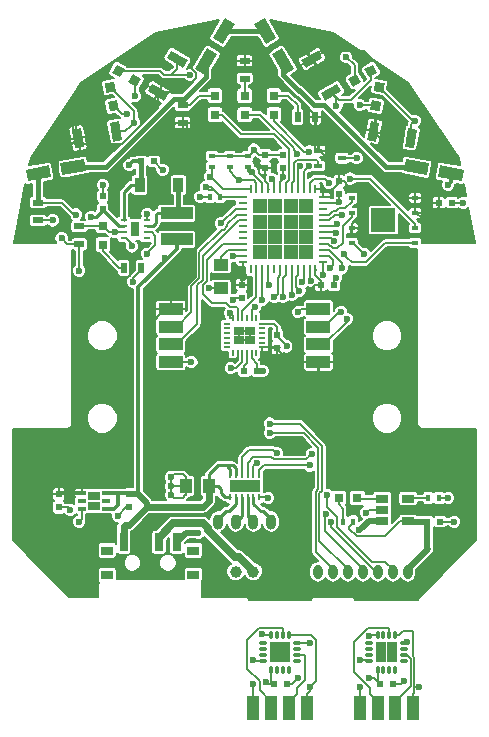
<source format=gbr>
G04 #@! TF.FileFunction,Copper,L1,Top,Signal*
%FSLAX46Y46*%
G04 Gerber Fmt 4.6, Leading zero omitted, Abs format (unit mm)*
G04 Created by KiCad (PCBNEW 4.0.7) date 10/02/18 15:19:20*
%MOMM*%
%LPD*%
G01*
G04 APERTURE LIST*
%ADD10C,0.100000*%
%ADD11R,0.600000X0.500000*%
%ADD12R,1.000000X1.250000*%
%ADD13R,0.500000X0.600000*%
%ADD14R,1.250000X1.000000*%
%ADD15R,0.800000X0.800000*%
%ADD16R,0.900000X1.200000*%
%ADD17O,0.800000X1.200000*%
%ADD18R,2.700000X1.000000*%
%ADD19O,0.900000X1.300000*%
%ADD20R,1.000000X2.000000*%
%ADD21R,0.400000X0.600000*%
%ADD22R,0.900000X0.500000*%
%ADD23R,0.500000X0.900000*%
%ADD24R,0.600000X0.400000*%
%ADD25R,2.000000X2.000000*%
%ADD26R,0.650000X0.350000*%
%ADD27R,1.000000X0.800000*%
%ADD28R,1.060000X0.650000*%
%ADD29R,0.250000X0.500000*%
%ADD30R,2.650000X1.000000*%
%ADD31R,1.170000X0.950000*%
%ADD32R,0.600000X0.250000*%
%ADD33R,0.700000X1.300000*%
%ADD34R,0.250000X0.700000*%
%ADD35R,0.700000X0.250000*%
%ADD36R,1.287500X1.287500*%
%ADD37R,0.700000X0.450000*%
%ADD38R,0.550000X0.200000*%
%ADD39R,0.200000X0.550000*%
%ADD40R,0.875000X0.800000*%
%ADD41O,0.750000X0.300000*%
%ADD42O,0.300000X0.750000*%
%ADD43R,0.900000X0.900000*%
%ADD44C,1.000000*%
%ADD45R,2.000000X1.000000*%
%ADD46R,0.700000X1.500000*%
%ADD47C,0.600000*%
%ADD48C,0.150000*%
%ADD49C,0.350000*%
%ADD50C,0.250000*%
%ADD51C,0.300000*%
%ADD52C,0.500000*%
%ADD53C,0.600000*%
%ADD54C,0.400000*%
%ADD55C,0.700000*%
%ADD56C,0.200000*%
G04 APERTURE END LIST*
D10*
D11*
X162550000Y-71250000D03*
X161450000Y-71250000D03*
D12*
X142000000Y-95250000D03*
X140000000Y-95250000D03*
D13*
X135250000Y-97050000D03*
X135250000Y-95950000D03*
X129250000Y-97050000D03*
X129250000Y-95950000D03*
D11*
X161550000Y-98250000D03*
X160450000Y-98250000D03*
D13*
X133000000Y-70700000D03*
X133000000Y-71800000D03*
D11*
X136200000Y-67750000D03*
X137300000Y-67750000D03*
D13*
X144750000Y-79300000D03*
X144750000Y-78200000D03*
D11*
X152550000Y-78250000D03*
X151450000Y-78250000D03*
D13*
X153000000Y-70550000D03*
X153000000Y-69450000D03*
X146750000Y-67200000D03*
X146750000Y-68300000D03*
X148250000Y-67200000D03*
X148250000Y-68300000D03*
D14*
X143000000Y-78500000D03*
X143000000Y-76500000D03*
D11*
X146050000Y-85500000D03*
X144950000Y-85500000D03*
D13*
X147750000Y-83550000D03*
X147750000Y-82450000D03*
D11*
X147450000Y-112000000D03*
X148550000Y-112000000D03*
X156450000Y-112000000D03*
X157550000Y-112000000D03*
D15*
X152950000Y-96250000D03*
X154550000Y-96250000D03*
D16*
X136100000Y-69750000D03*
X139400000Y-69750000D03*
D17*
X158810000Y-102500000D03*
X157540000Y-102500000D03*
X156270000Y-102500000D03*
X155000000Y-102500000D03*
X153730000Y-102500000D03*
X152460000Y-102500000D03*
X151190000Y-102500000D03*
D18*
X139250000Y-74350000D03*
X139250000Y-72150000D03*
D10*
G36*
X158451156Y-68558284D02*
X158624804Y-67573476D01*
X160594420Y-67920772D01*
X160420772Y-68905580D01*
X158451156Y-68558284D01*
X158451156Y-68558284D01*
G37*
G36*
X161405580Y-69079228D02*
X161579228Y-68094420D01*
X163548844Y-68441716D01*
X163375196Y-69426524D01*
X161405580Y-69079228D01*
X161405580Y-69079228D01*
G37*
G36*
X145816987Y-56084937D02*
X146683013Y-55584937D01*
X147683013Y-57316987D01*
X146816987Y-57816987D01*
X145816987Y-56084937D01*
X145816987Y-56084937D01*
G37*
G36*
X147316987Y-58683013D02*
X148183013Y-58183013D01*
X149183013Y-59915063D01*
X148316987Y-60415063D01*
X147316987Y-58683013D01*
X147316987Y-58683013D01*
G37*
G36*
X141683013Y-60415063D02*
X140816987Y-59915063D01*
X141816987Y-58183013D01*
X142683013Y-58683013D01*
X141683013Y-60415063D01*
X141683013Y-60415063D01*
G37*
G36*
X143183013Y-57816987D02*
X142316987Y-57316987D01*
X143316987Y-55584937D01*
X144183013Y-56084937D01*
X143183013Y-57816987D01*
X143183013Y-57816987D01*
G37*
G36*
X126624804Y-69426524D02*
X126451156Y-68441716D01*
X128420772Y-68094420D01*
X128594420Y-69079228D01*
X126624804Y-69426524D01*
X126624804Y-69426524D01*
G37*
G36*
X129579228Y-68905580D02*
X129405580Y-67920772D01*
X131375196Y-67573476D01*
X131548844Y-68558284D01*
X129579228Y-68905580D01*
X129579228Y-68905580D01*
G37*
D15*
X133000000Y-73200000D03*
X133000000Y-74800000D03*
X142500000Y-62200000D03*
X142500000Y-63800000D03*
X145000000Y-62200000D03*
X145000000Y-63800000D03*
X147500000Y-62200000D03*
X147500000Y-63800000D03*
D10*
G36*
X156435545Y-63501228D02*
X155647699Y-63362310D01*
X155786617Y-62574464D01*
X156574463Y-62713382D01*
X156435545Y-63501228D01*
X156435545Y-63501228D01*
G37*
G36*
X156713383Y-61925536D02*
X155925537Y-61786618D01*
X156064455Y-60998772D01*
X156852301Y-61137690D01*
X156713383Y-61925536D01*
X156713383Y-61925536D01*
G37*
G36*
X154160770Y-61446410D02*
X153760770Y-60753590D01*
X154453590Y-60353590D01*
X154853590Y-61046410D01*
X154160770Y-61446410D01*
X154160770Y-61446410D01*
G37*
G36*
X155546410Y-60646410D02*
X155146410Y-59953590D01*
X155839230Y-59553590D01*
X156239230Y-60246410D01*
X155546410Y-60646410D01*
X155546410Y-60646410D01*
G37*
G36*
X136239230Y-60753590D02*
X135839230Y-61446410D01*
X135146410Y-61046410D01*
X135546410Y-60353590D01*
X136239230Y-60753590D01*
X136239230Y-60753590D01*
G37*
G36*
X134853590Y-59953590D02*
X134453590Y-60646410D01*
X133760770Y-60246410D01*
X134160770Y-59553590D01*
X134853590Y-59953590D01*
X134853590Y-59953590D01*
G37*
G36*
X134352301Y-63362310D02*
X133564455Y-63501228D01*
X133425537Y-62713382D01*
X134213383Y-62574464D01*
X134352301Y-63362310D01*
X134352301Y-63362310D01*
G37*
G36*
X134074463Y-61786618D02*
X133286617Y-61925536D01*
X133147699Y-61137690D01*
X133935545Y-60998772D01*
X134074463Y-61786618D01*
X134074463Y-61786618D01*
G37*
D19*
X142750000Y-98250000D03*
X144250000Y-98250000D03*
X145750000Y-98250000D03*
X147250000Y-98250000D03*
D20*
X150250000Y-114000000D03*
X148750000Y-114000000D03*
X147250000Y-114000000D03*
X145750000Y-114000000D03*
X159250000Y-114000000D03*
X157750000Y-114000000D03*
X156250000Y-114000000D03*
X154750000Y-114000000D03*
D10*
G36*
X155391466Y-65940550D02*
X155669303Y-64364858D01*
X156407908Y-64495094D01*
X156130071Y-66070786D01*
X155391466Y-65940550D01*
X155391466Y-65940550D01*
G37*
G36*
X158592092Y-66504906D02*
X158869929Y-64929214D01*
X159608534Y-65059450D01*
X159330697Y-66635142D01*
X158592092Y-66504906D01*
X158592092Y-66504906D01*
G37*
G36*
X149807180Y-59167949D02*
X151192820Y-58367949D01*
X151567820Y-59017469D01*
X150182180Y-59817469D01*
X149807180Y-59167949D01*
X149807180Y-59167949D01*
G37*
G36*
X151432180Y-61982531D02*
X152817820Y-61182531D01*
X153192820Y-61832051D01*
X151807180Y-62632051D01*
X151432180Y-61982531D01*
X151432180Y-61982531D01*
G37*
G36*
X138192820Y-62632051D02*
X136807180Y-61832051D01*
X137182180Y-61182531D01*
X138567820Y-61982531D01*
X138192820Y-62632051D01*
X138192820Y-62632051D01*
G37*
G36*
X139817820Y-59817469D02*
X138432180Y-59017469D01*
X138807180Y-58367949D01*
X140192820Y-59167949D01*
X139817820Y-59817469D01*
X139817820Y-59817469D01*
G37*
G36*
X130669303Y-66635142D02*
X130391466Y-65059450D01*
X131130071Y-64929214D01*
X131407908Y-66504906D01*
X130669303Y-66635142D01*
X130669303Y-66635142D01*
G37*
G36*
X133869929Y-66070786D02*
X133592092Y-64495094D01*
X134330697Y-64364858D01*
X134608534Y-65940550D01*
X133869929Y-66070786D01*
X133869929Y-66070786D01*
G37*
D21*
X154200000Y-98250000D03*
X153300000Y-98250000D03*
X161450000Y-96250000D03*
X160550000Y-96250000D03*
D22*
X131000000Y-73250000D03*
X131000000Y-74750000D03*
D23*
X134750000Y-76750000D03*
X136250000Y-76750000D03*
D22*
X139750000Y-63000000D03*
X139750000Y-64500000D03*
X127500000Y-71250000D03*
X127500000Y-72750000D03*
X145000000Y-60750000D03*
X145000000Y-59250000D03*
D23*
X149500000Y-64000000D03*
X151000000Y-64000000D03*
D24*
X145250000Y-68200000D03*
X145250000Y-67300000D03*
X143750000Y-68200000D03*
X143750000Y-67300000D03*
D21*
X142950000Y-70750000D03*
X142050000Y-70750000D03*
D24*
X142250000Y-68200000D03*
X142250000Y-67300000D03*
X154050000Y-70845000D03*
X154050000Y-72115000D03*
X154050000Y-73385000D03*
X154050000Y-74655000D03*
X159450000Y-74655000D03*
X159450000Y-73385000D03*
X159450000Y-72115000D03*
X159450000Y-70845000D03*
D25*
X156750000Y-72750000D03*
D26*
X131200000Y-95850000D03*
X131200000Y-96500000D03*
X131200000Y-97150000D03*
X133300000Y-97150000D03*
X133300000Y-96500000D03*
X133300000Y-95850000D03*
D27*
X132250000Y-96900000D03*
X132250000Y-96100000D03*
D28*
X156650000Y-96300000D03*
X156650000Y-97250000D03*
X156650000Y-98200000D03*
X158850000Y-98200000D03*
X158850000Y-96300000D03*
D29*
X143750000Y-96200000D03*
X144250000Y-96200000D03*
X144750000Y-96200000D03*
X145250000Y-96200000D03*
X145750000Y-96200000D03*
X146250000Y-96200000D03*
X146250000Y-94300000D03*
X145750000Y-94300000D03*
X145250000Y-94300000D03*
X144750000Y-94300000D03*
X144250000Y-94300000D03*
X143750000Y-94300000D03*
D30*
X145000000Y-95250000D03*
D31*
X145685000Y-95250000D03*
X144315000Y-95250000D03*
D32*
X134800000Y-72750000D03*
X134800000Y-73250000D03*
X134800000Y-73750000D03*
X134800000Y-74250000D03*
X136700000Y-74250000D03*
X136700000Y-73750000D03*
X136700000Y-73250000D03*
X136700000Y-72750000D03*
D33*
X135750000Y-73500000D03*
D34*
X151000000Y-70100000D03*
X150500000Y-70100000D03*
X150000000Y-70100000D03*
X149500000Y-70100000D03*
X149000000Y-70100000D03*
X148500000Y-70100000D03*
X148000000Y-70100000D03*
X147500000Y-70100000D03*
X147000000Y-70100000D03*
X146500000Y-70100000D03*
X146000000Y-70100000D03*
X145500000Y-70100000D03*
D35*
X144850000Y-70750000D03*
X144850000Y-71250000D03*
X144850000Y-71750000D03*
X144850000Y-72250000D03*
X144850000Y-72750000D03*
X144850000Y-73250000D03*
X144850000Y-73750000D03*
X144850000Y-74250000D03*
X144850000Y-74750000D03*
X144850000Y-75250000D03*
X144850000Y-75750000D03*
X144850000Y-76250000D03*
D34*
X145500000Y-76900000D03*
X146000000Y-76900000D03*
X146500000Y-76900000D03*
X147000000Y-76900000D03*
X147500000Y-76900000D03*
X148000000Y-76900000D03*
X148500000Y-76900000D03*
X149000000Y-76900000D03*
X149500000Y-76900000D03*
X150000000Y-76900000D03*
X150500000Y-76900000D03*
X151000000Y-76900000D03*
D35*
X151650000Y-76250000D03*
X151650000Y-75750000D03*
X151650000Y-75250000D03*
X151650000Y-74750000D03*
X151650000Y-74250000D03*
X151650000Y-73750000D03*
X151650000Y-73250000D03*
X151650000Y-72750000D03*
X151650000Y-72250000D03*
X151650000Y-71750000D03*
X151650000Y-71250000D03*
X151650000Y-70750000D03*
D36*
X146318750Y-75431250D03*
X147606250Y-75431250D03*
X148893750Y-75431250D03*
X150181250Y-75431250D03*
X146318750Y-74143750D03*
X147606250Y-74143750D03*
X148893750Y-74143750D03*
X150181250Y-74143750D03*
X146318750Y-72856250D03*
X147606250Y-72856250D03*
X148893750Y-72856250D03*
X150181250Y-72856250D03*
X146318750Y-71568750D03*
X147606250Y-71568750D03*
X148893750Y-71568750D03*
X150181250Y-71568750D03*
D37*
X151250000Y-66850000D03*
X151250000Y-68150000D03*
X153250000Y-67500000D03*
D38*
X143500000Y-81500000D03*
X143500000Y-81900000D03*
X143500000Y-82300000D03*
X143500000Y-82700000D03*
X143500000Y-83100000D03*
X143500000Y-83500000D03*
D39*
X144000000Y-84000000D03*
X144400000Y-84000000D03*
X144800000Y-84000000D03*
X145200000Y-84000000D03*
X145600000Y-84000000D03*
X146000000Y-84000000D03*
D38*
X146500000Y-83500000D03*
X146500000Y-83100000D03*
X146500000Y-82700000D03*
X146500000Y-82300000D03*
X146500000Y-81900000D03*
X146500000Y-81500000D03*
D39*
X146000000Y-81000000D03*
X145600000Y-81000000D03*
X145200000Y-81000000D03*
X144800000Y-81000000D03*
X144400000Y-81000000D03*
X144000000Y-81000000D03*
D40*
X145435000Y-82900000D03*
X145435000Y-82100000D03*
X144565000Y-82900000D03*
X144565000Y-82100000D03*
D41*
X149475000Y-110050000D03*
X149475000Y-109550000D03*
X149475000Y-109050000D03*
X149475000Y-108550000D03*
D42*
X148750000Y-107825000D03*
X148250000Y-107825000D03*
X147750000Y-107825000D03*
X147250000Y-107825000D03*
D41*
X146525000Y-108550000D03*
X146525000Y-109050000D03*
X146525000Y-109550000D03*
X146525000Y-110050000D03*
D42*
X147250000Y-110775000D03*
X147750000Y-110775000D03*
X148250000Y-110775000D03*
X148750000Y-110775000D03*
D43*
X147550000Y-108850000D03*
X147550000Y-109750000D03*
X148450000Y-108850000D03*
X148450000Y-109750000D03*
D41*
X158475000Y-110050000D03*
X158475000Y-109550000D03*
X158475000Y-109050000D03*
X158475000Y-108550000D03*
D42*
X157750000Y-107825000D03*
X157250000Y-107825000D03*
X156750000Y-107825000D03*
X156250000Y-107825000D03*
D41*
X155525000Y-108550000D03*
X155525000Y-109050000D03*
X155525000Y-109550000D03*
X155525000Y-110050000D03*
D42*
X156250000Y-110775000D03*
X156750000Y-110775000D03*
X157250000Y-110775000D03*
X157750000Y-110775000D03*
D43*
X156550000Y-108850000D03*
X156550000Y-109750000D03*
X157450000Y-108850000D03*
X157450000Y-109750000D03*
D44*
X144250000Y-102500000D03*
X145750000Y-102500000D03*
D45*
X138750000Y-80250000D03*
X138750000Y-81750000D03*
X138750000Y-83250000D03*
X138750000Y-84750000D03*
X151250000Y-84750000D03*
X151250000Y-83250000D03*
X151250000Y-81750000D03*
X151250000Y-80250000D03*
D46*
X134750000Y-100000000D03*
X137750000Y-100000000D03*
X139250000Y-100000000D03*
D27*
X140650000Y-100700000D03*
X140650000Y-102800000D03*
X133350000Y-100700000D03*
X133350000Y-102800000D03*
D47*
X138049000Y-68453000D03*
X145774989Y-66750000D03*
X150628761Y-77871239D03*
X131000000Y-77000000D03*
X133000000Y-69750000D03*
X147000000Y-96250000D03*
X145685000Y-95250000D03*
X144315000Y-95250000D03*
X146524946Y-85500000D03*
X135460755Y-74954990D03*
X152962852Y-71201165D03*
X153250000Y-72250000D03*
X148594628Y-83419696D03*
X144000000Y-75750000D03*
X147305562Y-69208444D03*
X150181250Y-71568750D03*
X150181250Y-72856250D03*
X150181250Y-74143750D03*
X150181250Y-75431250D03*
X148893750Y-75431250D03*
X148893750Y-74143750D03*
X148893750Y-72856250D03*
X148893750Y-71568750D03*
X147606250Y-71568750D03*
X147606250Y-72856250D03*
X147606250Y-74143750D03*
X147606250Y-75431250D03*
X146318750Y-75431250D03*
X146318750Y-74143750D03*
X146318750Y-72856250D03*
X146318750Y-71568750D03*
X149510381Y-80510381D03*
X144000000Y-79500000D03*
X145857080Y-80107080D03*
X138750000Y-96000000D03*
X138750000Y-94500000D03*
X138750000Y-95250000D03*
X136750000Y-72204990D03*
X135574014Y-77949159D03*
X152744957Y-77622114D03*
X155135381Y-75614619D03*
X162750000Y-98250000D03*
X162250000Y-96250000D03*
X155250000Y-97500000D03*
X130250000Y-97250000D03*
X131000000Y-98250000D03*
X132250000Y-96100000D03*
X132250000Y-96900000D03*
X134250000Y-97750000D03*
X142000000Y-78500000D03*
X140500000Y-84750000D03*
X163500000Y-71250000D03*
X156750000Y-72750000D03*
X141250000Y-70750000D03*
X135750000Y-73500000D03*
X129500000Y-74250000D03*
X128750000Y-72750000D03*
X154500000Y-67500000D03*
X145435000Y-82100000D03*
X145435000Y-82900000D03*
X144565000Y-82100000D03*
X144565000Y-82900000D03*
X146750000Y-66000000D03*
X146000000Y-67750000D03*
X144885381Y-77635381D03*
X142750000Y-80750000D03*
X160250000Y-64250000D03*
X151250000Y-60750000D03*
X140750000Y-58250000D03*
X130500000Y-63750000D03*
X138287475Y-75939312D03*
X132000000Y-72430001D03*
X135220111Y-68050651D03*
X162250000Y-69750000D03*
X148250000Y-69088000D03*
X152000000Y-96000000D03*
X146800012Y-111860374D03*
X150500000Y-112250000D03*
X145750000Y-112000000D03*
X149500000Y-111500000D03*
X148450000Y-108850000D03*
X147550000Y-108850000D03*
X147550000Y-109750000D03*
X148450000Y-109750000D03*
X150500000Y-108500000D03*
X146500000Y-107750000D03*
X145750000Y-110000000D03*
X155500000Y-111500000D03*
X159750000Y-112250000D03*
X158500000Y-111724990D03*
X154740260Y-112259740D03*
X158724990Y-108412986D03*
X155500000Y-107950000D03*
X157450000Y-109750000D03*
X157450000Y-108850000D03*
X157450000Y-109750000D03*
X156550000Y-109750000D03*
X156550000Y-108850000D03*
X154750000Y-110000000D03*
X149887587Y-77986040D03*
X152309989Y-98283320D03*
X151676650Y-77334173D03*
X151876301Y-97647055D03*
X148256519Y-79254061D03*
X147124968Y-89950001D03*
X147124968Y-90750000D03*
X147500000Y-79250000D03*
X136724990Y-75570438D03*
X130750000Y-72250000D03*
X152131104Y-69568801D03*
X134000000Y-73750000D03*
X149438722Y-67124968D03*
X149685617Y-68174979D03*
X150449988Y-68174979D03*
X150449995Y-66917191D03*
X154750000Y-63000000D03*
X153606500Y-58928000D03*
X135750000Y-62250000D03*
X135000000Y-63750000D03*
X152769848Y-73803025D03*
X153651019Y-81078219D03*
X152790669Y-73053302D03*
X153172783Y-80474722D03*
X140388288Y-60462204D03*
X141695388Y-69887870D03*
X142109009Y-69049970D03*
X135648417Y-64476403D03*
X145596429Y-68684978D03*
X159422948Y-64299775D03*
X144525010Y-69364339D03*
X152777700Y-63054261D03*
X154724990Y-98966271D03*
X141070079Y-99204931D03*
X152591232Y-74531457D03*
X153384979Y-75625898D03*
X153924981Y-69202139D03*
X143000000Y-73000000D03*
X152197501Y-76789842D03*
X150500000Y-93500000D03*
X148974702Y-79037891D03*
X146034363Y-93295010D03*
X153269967Y-76762491D03*
X150704990Y-92500000D03*
X149641501Y-78694531D03*
X147724990Y-92454990D03*
X143819364Y-85264206D03*
X146500000Y-79500000D03*
X143731515Y-80589969D03*
X147045010Y-78250000D03*
D48*
X138049000Y-68453000D02*
X138003000Y-68453000D01*
X138003000Y-68453000D02*
X137300000Y-67750000D01*
X146750000Y-67200000D02*
X146224989Y-67200000D01*
X145250000Y-67300000D02*
X145350000Y-67300000D01*
X146074988Y-67049999D02*
X145774989Y-66750000D01*
X145350000Y-67300000D02*
X145774989Y-66875011D01*
X145774989Y-66875011D02*
X145774989Y-66750000D01*
X146224989Y-67200000D02*
X146074988Y-67049999D01*
X150500000Y-77742478D02*
X150628761Y-77871239D01*
X150500000Y-76900000D02*
X150500000Y-77742478D01*
X131000000Y-74750000D02*
X131000000Y-77000000D01*
X133000000Y-70700000D02*
X133000000Y-69750000D01*
X146250000Y-96200000D02*
X146950000Y-96200000D01*
X146950000Y-96200000D02*
X147000000Y-96250000D01*
X145000000Y-95250000D02*
X144315000Y-95250000D01*
X145685000Y-95250000D02*
X145000000Y-95250000D01*
X146050000Y-85500000D02*
X146524946Y-85500000D01*
X134975000Y-74250000D02*
X135460755Y-74735755D01*
X135460755Y-74735755D02*
X135460755Y-74954990D01*
X134800000Y-74250000D02*
X134975000Y-74250000D01*
X137300000Y-67750000D02*
X137254990Y-67795010D01*
X152914017Y-71250000D02*
X152962852Y-71201165D01*
X153000000Y-71164017D02*
X152962852Y-71201165D01*
X153000000Y-70550000D02*
X153000000Y-71164017D01*
X152676150Y-72250000D02*
X153250000Y-72250000D01*
X152176150Y-72750000D02*
X152676150Y-72250000D01*
X151650000Y-71250000D02*
X152914017Y-71250000D01*
X151650000Y-72750000D02*
X152176150Y-72750000D01*
X147750000Y-82450000D02*
X147750000Y-82500000D01*
X147750000Y-82500000D02*
X148594628Y-83344628D01*
X148594628Y-83344628D02*
X148594628Y-83419696D01*
X144850000Y-75750000D02*
X144000000Y-75750000D01*
X147500000Y-70100000D02*
X147500000Y-69402882D01*
X147500000Y-69402882D02*
X147305562Y-69208444D01*
X149770762Y-80250000D02*
X149510381Y-80510381D01*
X151250000Y-80250000D02*
X149770762Y-80250000D01*
X144200000Y-79300000D02*
X144000000Y-79500000D01*
X144750000Y-79300000D02*
X144200000Y-79300000D01*
X145600000Y-80364160D02*
X145857080Y-80107080D01*
X145600000Y-81000000D02*
X145600000Y-80364160D01*
X139000000Y-96250000D02*
X138750000Y-96000000D01*
X139750000Y-96250000D02*
X139000000Y-96250000D01*
X139975000Y-96025000D02*
X139750000Y-96250000D01*
X140000000Y-96025000D02*
X139975000Y-96025000D01*
X140000000Y-95250000D02*
X140000000Y-96025000D01*
X140000000Y-95250000D02*
X140000000Y-94475000D01*
X139000000Y-94250000D02*
X138750000Y-94500000D01*
X140000000Y-94475000D02*
X139775000Y-94250000D01*
X139775000Y-94250000D02*
X139000000Y-94250000D01*
X138750000Y-95250000D02*
X138750000Y-96000000D01*
X138750000Y-95250000D02*
X138750000Y-94500000D01*
X140000000Y-95250000D02*
X138750000Y-95250000D01*
X136700000Y-72254990D02*
X136750000Y-72204990D01*
X136700000Y-72750000D02*
X136700000Y-72254990D01*
X135574014Y-77625986D02*
X135574014Y-77949159D01*
X136250000Y-76950000D02*
X135574014Y-77625986D01*
X136250000Y-76750000D02*
X136250000Y-76950000D01*
X154150000Y-74655000D02*
X155109619Y-75614619D01*
X152550000Y-77817071D02*
X152744957Y-77622114D01*
X154050000Y-74655000D02*
X154150000Y-74655000D01*
X155109619Y-75614619D02*
X155135381Y-75614619D01*
X152550000Y-78250000D02*
X152550000Y-77817071D01*
X161550000Y-98250000D02*
X162750000Y-98250000D01*
X161450000Y-96250000D02*
X162250000Y-96250000D01*
X156650000Y-97250000D02*
X155500000Y-97250000D01*
X155500000Y-97250000D02*
X155250000Y-97500000D01*
X129250000Y-97050000D02*
X130050000Y-97050000D01*
X130050000Y-97050000D02*
X130250000Y-97250000D01*
X131200000Y-97150000D02*
X131200000Y-98050000D01*
X131200000Y-98050000D02*
X131000000Y-98250000D01*
X135250000Y-97050000D02*
X134950000Y-97050000D01*
X134950000Y-97050000D02*
X134250000Y-97750000D01*
X143000000Y-78500000D02*
X142000000Y-78500000D01*
X147500000Y-81500000D02*
X147750000Y-81750000D01*
X147750000Y-81750000D02*
X147750000Y-82450000D01*
X146500000Y-81500000D02*
X147500000Y-81500000D01*
X145600000Y-84000000D02*
X145600000Y-84425000D01*
X145600000Y-84425000D02*
X146050000Y-84875000D01*
X146050000Y-84875000D02*
X146050000Y-85500000D01*
X138750000Y-84750000D02*
X140500000Y-84750000D01*
X162550000Y-71250000D02*
X163500000Y-71250000D01*
X142050000Y-70750000D02*
X141250000Y-70750000D01*
X130400000Y-74750000D02*
X130000000Y-74750000D01*
X130000000Y-74750000D02*
X129500000Y-74250000D01*
X131000000Y-74750000D02*
X130400000Y-74750000D01*
X127500000Y-72750000D02*
X128750000Y-72750000D01*
X153250000Y-67500000D02*
X154500000Y-67500000D01*
X143750000Y-67300000D02*
X142250000Y-67300000D01*
X143750000Y-67300000D02*
X145250000Y-67300000D01*
X148250000Y-67200000D02*
X146750000Y-67200000D01*
X144565000Y-82100000D02*
X145435000Y-82100000D01*
X144565000Y-82100000D02*
X144565000Y-82900000D01*
X144565000Y-82900000D02*
X145435000Y-82900000D01*
X145435000Y-82100000D02*
X145435000Y-82900000D01*
X151343850Y-58436359D02*
X150687500Y-59092709D01*
X155065136Y-58432998D02*
X151347211Y-58432998D01*
X151347211Y-58432998D02*
X151343850Y-58436359D01*
X160250000Y-63617862D02*
X155065136Y-58432998D01*
X160250000Y-64250000D02*
X160250000Y-63617862D01*
X144400000Y-59250000D02*
X145000000Y-59250000D01*
X143903502Y-59250000D02*
X144400000Y-59250000D01*
X141715499Y-57938003D02*
X142591505Y-57938003D01*
X140576002Y-59949866D02*
X140576002Y-59077500D01*
X140893502Y-60267366D02*
X140576002Y-59949866D01*
X140893502Y-60689602D02*
X140893502Y-60267366D01*
X140576002Y-59077500D02*
X141715499Y-57938003D01*
X137687500Y-61907291D02*
X139675813Y-61907291D01*
X139675813Y-61907291D02*
X140893502Y-60689602D01*
X142591505Y-57938003D02*
X143903502Y-59250000D01*
X146750000Y-68300000D02*
X146550000Y-68300000D01*
X146550000Y-68300000D02*
X146000000Y-67750000D01*
X151450000Y-77850000D02*
X151450000Y-78250000D01*
X151000000Y-76900000D02*
X151000000Y-77400000D01*
X151000000Y-77400000D02*
X151450000Y-77850000D01*
X153000000Y-69598502D02*
X153000000Y-69500000D01*
X152298491Y-70300011D02*
X153000000Y-69598502D01*
X151950011Y-70300011D02*
X152298491Y-70300011D01*
X151750000Y-70100000D02*
X151950011Y-70300011D01*
X154050000Y-73035000D02*
X154050000Y-73385000D01*
X154046002Y-69900000D02*
X154595001Y-70448999D01*
X153850000Y-69900000D02*
X154046002Y-69900000D01*
X153000000Y-69450000D02*
X153400000Y-69450000D01*
X154595001Y-72489999D02*
X154050000Y-73035000D01*
X154595001Y-70448999D02*
X154595001Y-72489999D01*
X153400000Y-69450000D02*
X153850000Y-69900000D01*
X149119630Y-84630370D02*
X149000000Y-84750000D01*
X151450000Y-78250000D02*
X151000000Y-78250000D01*
X149119630Y-83167694D02*
X149119630Y-84630370D01*
X151000000Y-78250000D02*
X148846630Y-80403370D01*
X148846630Y-80403370D02*
X148846630Y-82894694D01*
X148846630Y-82894694D02*
X149119630Y-83167694D01*
X146750000Y-69385987D02*
X146750000Y-68750000D01*
X146820010Y-69504999D02*
X146820010Y-69455997D01*
X147000000Y-69684989D02*
X146820010Y-69504999D01*
X147000000Y-70100000D02*
X147000000Y-69684989D01*
X146820010Y-69455997D02*
X146750000Y-69385987D01*
X146750000Y-68750000D02*
X146750000Y-68300000D01*
X144850000Y-77600000D02*
X144885381Y-77635381D01*
X144864619Y-77635381D02*
X144885381Y-77635381D01*
X144750000Y-77750000D02*
X144864619Y-77635381D01*
X144850000Y-76250000D02*
X144850000Y-77600000D01*
X144750000Y-78200000D02*
X144750000Y-77750000D01*
X130500000Y-63750000D02*
X130500000Y-65382491D01*
X130500000Y-65382491D02*
X130899687Y-65782178D01*
X155899687Y-65217822D02*
X157562017Y-66880152D01*
X157562017Y-66880152D02*
X159432186Y-66880152D01*
X159432186Y-66880152D02*
X160250000Y-66062338D01*
X160250000Y-66062338D02*
X160250000Y-64674264D01*
X160250000Y-64674264D02*
X160250000Y-64250000D01*
X134579786Y-66315796D02*
X137687500Y-63208082D01*
X139750000Y-64500000D02*
X139150000Y-64500000D01*
X137687500Y-62440304D02*
X137687500Y-61907291D01*
X129160570Y-67521295D02*
X130505271Y-66176594D01*
X136444182Y-67205818D02*
X135294182Y-67205818D01*
X130899687Y-65782178D02*
X131433305Y-66315796D01*
X133349410Y-69150590D02*
X129477740Y-69150590D01*
X139150000Y-64500000D02*
X136444182Y-67205818D01*
X135294182Y-67205818D02*
X133349410Y-69150590D01*
X129477740Y-69150590D02*
X129160570Y-68833420D01*
X130505271Y-66176594D02*
X130899687Y-65782178D01*
X129160570Y-68833420D02*
X129160570Y-67521295D01*
X131433305Y-66315796D02*
X134579786Y-66315796D01*
X137687500Y-63208082D02*
X137687500Y-62440304D01*
X140095001Y-64595001D02*
X140000000Y-64500000D01*
X140000000Y-64500000D02*
X139750000Y-64500000D01*
X140845001Y-71500000D02*
X140095001Y-70750000D01*
X140095001Y-70750000D02*
X140095001Y-64595001D01*
X138750000Y-79600000D02*
X140845001Y-77504999D01*
X138750000Y-80250000D02*
X138750000Y-79600000D01*
X140845001Y-77504999D02*
X140845001Y-71500000D01*
X159450000Y-72115000D02*
X159550000Y-72115000D01*
X159550000Y-72115000D02*
X159995001Y-72560001D01*
X159995001Y-72560001D02*
X159995001Y-73781001D01*
X159995001Y-73781001D02*
X159781001Y-73995001D01*
X159781001Y-73995001D02*
X155110001Y-73995001D01*
X155110001Y-73995001D02*
X154500000Y-73385000D01*
X154500000Y-73385000D02*
X154050000Y-73385000D01*
X151000000Y-70100000D02*
X151750000Y-70100000D01*
X151650000Y-70750000D02*
X151650000Y-70200000D01*
X151650000Y-70200000D02*
X151750000Y-70100000D01*
X151250000Y-66850000D02*
X151375000Y-66850000D01*
X151375000Y-66850000D02*
X153000000Y-68475000D01*
X153000000Y-68475000D02*
X153000000Y-69000000D01*
X153000000Y-69000000D02*
X153000000Y-69450000D01*
X151000000Y-64000000D02*
X151000000Y-66600000D01*
X151000000Y-66600000D02*
X151250000Y-66850000D01*
X145000000Y-59250000D02*
X146450000Y-59250000D01*
X146450000Y-59250000D02*
X151000000Y-63800000D01*
X151000000Y-63800000D02*
X151000000Y-64000000D01*
X150687500Y-59092709D02*
X149532794Y-57938003D01*
X149532794Y-57938003D02*
X147715499Y-57938003D01*
X146403502Y-59250000D02*
X145600000Y-59250000D01*
X147715499Y-57938003D02*
X146403502Y-59250000D01*
X145600000Y-59250000D02*
X145000000Y-59250000D01*
X142504999Y-85495001D02*
X142250000Y-85495001D01*
X142250000Y-85495001D02*
X137553999Y-85495001D01*
X142750000Y-80750000D02*
X142450001Y-81049999D01*
X142450001Y-81049999D02*
X142450001Y-85295000D01*
X142450001Y-85295000D02*
X142250000Y-85495001D01*
X149000000Y-84750000D02*
X148900000Y-84750000D01*
X151250000Y-84750000D02*
X149000000Y-84750000D01*
X148900000Y-84750000D02*
X147750000Y-83600000D01*
X147750000Y-83600000D02*
X147750000Y-83550000D01*
X137250000Y-85191002D02*
X137250000Y-81250000D01*
X137250000Y-81250000D02*
X138250000Y-80250000D01*
X138250000Y-80250000D02*
X138750000Y-80250000D01*
X143479999Y-84520001D02*
X142504999Y-85495001D01*
X137553999Y-85495001D02*
X137250000Y-85191002D01*
X144304999Y-84520001D02*
X143479999Y-84520001D01*
X144400000Y-84000000D02*
X144400000Y-84425000D01*
X144400000Y-84425000D02*
X144304999Y-84520001D01*
X151250000Y-60750000D02*
X151250000Y-59655209D01*
X151250000Y-59655209D02*
X150687500Y-59092709D01*
X146500000Y-83500000D02*
X147700000Y-83500000D01*
X147700000Y-83500000D02*
X147750000Y-83550000D01*
X160305000Y-71250000D02*
X161450000Y-71250000D01*
X159450000Y-70845000D02*
X159900000Y-70845000D01*
X159900000Y-70845000D02*
X160305000Y-71250000D01*
X159450000Y-72115000D02*
X160985000Y-72115000D01*
X160985000Y-72115000D02*
X161450000Y-71650000D01*
X161450000Y-71650000D02*
X161450000Y-71250000D01*
D49*
X131200000Y-95850000D02*
X129350000Y-95850000D01*
X129350000Y-95850000D02*
X129250000Y-95950000D01*
D48*
X147950000Y-83500000D02*
X148000000Y-83550000D01*
D50*
X138478762Y-75921238D02*
X138305549Y-75921238D01*
X138500000Y-75900000D02*
X138478762Y-75921238D01*
X138305549Y-75921238D02*
X138287475Y-75939312D01*
X133000000Y-71800000D02*
X133000000Y-71850000D01*
X133000000Y-71850000D02*
X132419999Y-72430001D01*
X132419999Y-72430001D02*
X132000000Y-72430001D01*
X134400000Y-73250000D02*
X133000000Y-71850000D01*
X134800000Y-73250000D02*
X134400000Y-73250000D01*
D51*
X139250000Y-75150000D02*
X138500000Y-75900000D01*
X138500000Y-75900000D02*
X136000000Y-78400000D01*
X139250000Y-74350000D02*
X139250000Y-75150000D01*
X136000000Y-78400000D02*
X136000000Y-95950000D01*
D49*
X133300000Y-95850000D02*
X134250000Y-95850000D01*
X134250000Y-95850000D02*
X135150000Y-95850000D01*
X133300000Y-97150000D02*
X133975000Y-97150000D01*
X133975000Y-97150000D02*
X134250000Y-96875000D01*
X134250000Y-96875000D02*
X134250000Y-95850000D01*
X135150000Y-95850000D02*
X135250000Y-95950000D01*
D52*
X135250000Y-95950000D02*
X136000000Y-95950000D01*
X136000000Y-95950000D02*
X136696002Y-96646002D01*
X136696002Y-96646002D02*
X136696002Y-97000000D01*
D53*
X135196002Y-98500000D02*
X134900000Y-98500000D01*
X134900000Y-98500000D02*
X134750000Y-98650000D01*
X134750000Y-98650000D02*
X134750000Y-100000000D01*
X141475000Y-97000000D02*
X136696002Y-97000000D01*
X136696002Y-97000000D02*
X135196002Y-98500000D01*
X142000000Y-95250000D02*
X142000000Y-96475000D01*
X142000000Y-96475000D02*
X141475000Y-97000000D01*
D50*
X144000000Y-93500000D02*
X143500000Y-93500000D01*
X143500000Y-93550000D02*
X143500000Y-93500000D01*
X143500000Y-93500000D02*
X142750000Y-93500000D01*
X143750000Y-94300000D02*
X143750000Y-93800000D01*
X143750000Y-93800000D02*
X143500000Y-93550000D01*
X144250000Y-94300000D02*
X144250000Y-93750000D01*
X144250000Y-93750000D02*
X144000000Y-93500000D01*
X142750000Y-93500000D02*
X142000000Y-94250000D01*
X142000000Y-94250000D02*
X142000000Y-95250000D01*
X143000000Y-95825000D02*
X143000000Y-95500000D01*
X143000000Y-95500000D02*
X142750000Y-95250000D01*
X142750000Y-95250000D02*
X142000000Y-95250000D01*
X143750000Y-96200000D02*
X143375000Y-96200000D01*
X143375000Y-96200000D02*
X143000000Y-95825000D01*
D48*
X158170000Y-98200000D02*
X158850000Y-98200000D01*
X156878727Y-99491273D02*
X158170000Y-98200000D01*
X154472988Y-99491273D02*
X156878727Y-99491273D01*
X154200000Y-98350000D02*
X153850000Y-98700000D01*
X153850000Y-98700000D02*
X153850000Y-98868285D01*
X154200000Y-98250000D02*
X154200000Y-98350000D01*
X153850000Y-98868285D02*
X154472988Y-99491273D01*
D52*
X160450000Y-98250000D02*
X158900000Y-98250000D01*
X158900000Y-98250000D02*
X158850000Y-98200000D01*
X160500000Y-100610000D02*
X160450000Y-100560000D01*
X160450000Y-100560000D02*
X160450000Y-98250000D01*
X158810000Y-102500000D02*
X158810000Y-102300000D01*
X158810000Y-102300000D02*
X160500000Y-100610000D01*
D51*
X136200000Y-67750000D02*
X135520762Y-67750000D01*
X135520110Y-67750652D02*
X135220111Y-68050651D01*
X135520762Y-67750000D02*
X135520110Y-67750652D01*
X162477212Y-68760472D02*
X162477212Y-69522788D01*
X162477212Y-69522788D02*
X162250000Y-69750000D01*
D54*
X136200000Y-67750000D02*
X136200000Y-69650000D01*
X136200000Y-69650000D02*
X136100000Y-69750000D01*
D50*
X134800000Y-72750000D02*
X134800000Y-70350000D01*
X134800000Y-70350000D02*
X135400000Y-69750000D01*
X135400000Y-69750000D02*
X136100000Y-69750000D01*
D48*
X148240896Y-68899254D02*
X148240896Y-69078896D01*
X148250000Y-69088000D02*
X148250000Y-68300000D01*
X148250000Y-69250000D02*
X148250000Y-69088000D01*
X148240896Y-69078896D02*
X148250000Y-69088000D01*
X148000000Y-69500000D02*
X148240896Y-69259104D01*
X148240896Y-68899254D02*
X148240896Y-68474990D01*
X148240896Y-69259104D02*
X148240896Y-68899254D01*
X148000000Y-69500000D02*
X148000000Y-70100000D01*
X152854999Y-97854999D02*
X152000000Y-97000000D01*
X152000000Y-97000000D02*
X152000000Y-96000000D01*
X155763988Y-101654990D02*
X152854999Y-98746001D01*
X157540000Y-102300000D02*
X156894990Y-101654990D01*
X152854999Y-98746001D02*
X152854999Y-97854999D01*
X156894990Y-101654990D02*
X155763988Y-101654990D01*
X157540000Y-102500000D02*
X157540000Y-102300000D01*
X148000000Y-69500000D02*
X148250000Y-69250000D01*
X143000000Y-75850000D02*
X143000000Y-76500000D01*
X143625002Y-75224998D02*
X143000000Y-75850000D01*
X144324998Y-75224998D02*
X143625002Y-75224998D01*
X144350000Y-75250000D02*
X144324998Y-75224998D01*
X144850000Y-75250000D02*
X144350000Y-75250000D01*
X144950000Y-85500000D02*
X144950000Y-85100000D01*
X144950000Y-85100000D02*
X145200000Y-84850000D01*
X145200000Y-84850000D02*
X145200000Y-84425000D01*
X145200000Y-84425000D02*
X145200000Y-84000000D01*
X146939638Y-112000000D02*
X146800012Y-111860374D01*
X147450000Y-112000000D02*
X146939638Y-112000000D01*
X149050000Y-107825000D02*
X148750000Y-107825000D01*
X150602004Y-107825000D02*
X149050000Y-107825000D01*
X151025002Y-108247998D02*
X150602004Y-107825000D01*
X150500000Y-112250000D02*
X151025002Y-111724998D01*
X151025002Y-111724998D02*
X151025002Y-108247998D01*
X150500000Y-112600000D02*
X150500000Y-112250000D01*
X147250000Y-110775000D02*
X147250000Y-111800000D01*
X147250000Y-111800000D02*
X147450000Y-112000000D01*
X150250000Y-114000000D02*
X150250000Y-112850000D01*
X150250000Y-112850000D02*
X150500000Y-112600000D01*
X145750000Y-114000000D02*
X145750000Y-112000000D01*
X149000000Y-112000000D02*
X149500000Y-111500000D01*
X148550000Y-112000000D02*
X149000000Y-112000000D01*
X149475000Y-108550000D02*
X150450000Y-108550000D01*
X150450000Y-108550000D02*
X150500000Y-108500000D01*
X147250000Y-107825000D02*
X146575000Y-107825000D01*
X146575000Y-107825000D02*
X146500000Y-107750000D01*
X146525000Y-110050000D02*
X145800000Y-110050000D01*
X145800000Y-110050000D02*
X145750000Y-110000000D01*
X156250000Y-110775000D02*
X156250000Y-111800000D01*
X156250000Y-111800000D02*
X156450000Y-112000000D01*
X155500000Y-111500000D02*
X155950000Y-111500000D01*
X155950000Y-111500000D02*
X156450000Y-112000000D01*
X159375021Y-112250000D02*
X159375021Y-112724979D01*
X159375021Y-109770398D02*
X159375021Y-112250000D01*
X159375021Y-112250000D02*
X159750000Y-112250000D01*
X159250000Y-109645377D02*
X159375021Y-109770398D01*
X159250000Y-107500000D02*
X159250000Y-109645377D01*
X159375021Y-112724979D02*
X159250000Y-112850000D01*
X159250000Y-112850000D02*
X159250000Y-114000000D01*
X158375000Y-107500000D02*
X159250000Y-107500000D01*
X157750000Y-107825000D02*
X158050000Y-107825000D01*
X158050000Y-107825000D02*
X158375000Y-107500000D01*
X154750000Y-112269480D02*
X154740260Y-112259740D01*
X158224990Y-112000000D02*
X158500000Y-111724990D01*
X157550000Y-112000000D02*
X158224990Y-112000000D01*
X154750000Y-114000000D02*
X154750000Y-112269480D01*
X158475000Y-108488712D02*
X158550726Y-108412986D01*
X158475000Y-108550000D02*
X158475000Y-108488712D01*
X158550726Y-108412986D02*
X158724990Y-108412986D01*
X156250000Y-107825000D02*
X155625000Y-107825000D01*
X155625000Y-107825000D02*
X155500000Y-107950000D01*
X154750000Y-110000000D02*
X155475000Y-110000000D01*
X155475000Y-110000000D02*
X155525000Y-110050000D01*
X152950000Y-96250000D02*
X152950000Y-96800000D01*
X152950000Y-96800000D02*
X153300000Y-97150000D01*
X153300000Y-97150000D02*
X153300000Y-98250000D01*
X156650000Y-96300000D02*
X154600000Y-96300000D01*
X154600000Y-96300000D02*
X154550000Y-96250000D01*
D54*
X139400000Y-69750000D02*
X139400000Y-72000000D01*
X139400000Y-72000000D02*
X139250000Y-72150000D01*
D50*
X137500000Y-72250000D02*
X137600000Y-72150000D01*
X137600000Y-72150000D02*
X139250000Y-72150000D01*
X137500000Y-73000000D02*
X137500000Y-72250000D01*
X136700000Y-73250000D02*
X137250000Y-73250000D01*
X137250000Y-73250000D02*
X137500000Y-73000000D01*
D48*
X150000000Y-76900000D02*
X150000000Y-77873627D01*
X150000000Y-77873627D02*
X149887587Y-77986040D01*
X156112181Y-102500000D02*
X152309989Y-98697808D01*
X152309989Y-98697808D02*
X152309989Y-98283320D01*
X156270000Y-102500000D02*
X156112181Y-102500000D01*
X151650000Y-77307523D02*
X151676650Y-77334173D01*
X151650000Y-76250000D02*
X151650000Y-77307523D01*
X151764987Y-99064987D02*
X151764987Y-97758369D01*
X151764987Y-97758369D02*
X151876301Y-97647055D01*
X155000000Y-102500000D02*
X155000000Y-102300000D01*
X155000000Y-102300000D02*
X151764987Y-99064987D01*
X148500000Y-76900000D02*
X148500000Y-77400000D01*
X148256519Y-77643481D02*
X148256519Y-78829797D01*
X148500000Y-77400000D02*
X148256519Y-77643481D01*
X148256519Y-78829797D02*
X148256519Y-79254061D01*
X147549232Y-89950001D02*
X147124968Y-89950001D01*
X153730000Y-102500000D02*
X153730000Y-102300000D01*
X151570011Y-91867448D02*
X149652564Y-89950001D01*
X149652564Y-89950001D02*
X147549232Y-89950001D01*
X153730000Y-102300000D02*
X151331300Y-99901300D01*
X151570011Y-95623385D02*
X151570011Y-91867448D01*
X151331300Y-95862096D02*
X151570011Y-95623385D01*
X151331300Y-99901300D02*
X151331300Y-95862096D01*
X150000000Y-90750000D02*
X147549232Y-90750000D01*
X151011289Y-100851289D02*
X151011289Y-95729544D01*
X147549232Y-90750000D02*
X147124968Y-90750000D01*
X151250000Y-92000000D02*
X150000000Y-90750000D01*
X151250000Y-95490833D02*
X151250000Y-92000000D01*
X152460000Y-102300000D02*
X151011289Y-100851289D01*
X152460000Y-102500000D02*
X152460000Y-102300000D01*
X151011289Y-95729544D02*
X151250000Y-95490833D01*
X147500000Y-79250000D02*
X147799999Y-78950001D01*
X147799999Y-78950001D02*
X147799999Y-77600001D01*
X147799999Y-77600001D02*
X148000000Y-77400000D01*
X148000000Y-77400000D02*
X148000000Y-76900000D01*
D54*
X148250000Y-60399038D02*
X148250000Y-59299038D01*
X150853023Y-63002061D02*
X148250000Y-60399038D01*
X151760457Y-63002061D02*
X150853023Y-63002061D01*
X156997924Y-68239528D02*
X151760457Y-63002061D01*
X159522788Y-68239528D02*
X156997924Y-68239528D01*
X146750000Y-56700962D02*
X143250000Y-56700962D01*
X141750000Y-59299038D02*
X141750000Y-60582233D01*
X133234470Y-68239528D02*
X131592638Y-68239528D01*
X141750000Y-60582233D02*
X139902234Y-62429999D01*
X131592638Y-68239528D02*
X130477212Y-68239528D01*
X139043999Y-62429999D02*
X133234470Y-68239528D01*
X139902234Y-62429999D02*
X139043999Y-62429999D01*
D48*
X137024989Y-75270439D02*
X136724990Y-75570438D01*
X137437198Y-74858230D02*
X137024989Y-75270439D01*
X137150000Y-73750000D02*
X137437198Y-74037198D01*
X136700000Y-73750000D02*
X137150000Y-73750000D01*
X137437198Y-74037198D02*
X137437198Y-74858230D01*
X129509848Y-71250000D02*
X130389850Y-72130002D01*
X127500000Y-71250000D02*
X129509848Y-71250000D01*
X130389850Y-72130002D02*
X130689849Y-72430001D01*
D54*
X127522788Y-68760472D02*
X127522788Y-71227212D01*
X127522788Y-71227212D02*
X127500000Y-71250000D01*
D48*
X150500000Y-69600000D02*
X150874989Y-69225011D01*
X150500000Y-70100000D02*
X150500000Y-69600000D01*
X151787314Y-69225011D02*
X151831105Y-69268802D01*
X150874989Y-69225011D02*
X151787314Y-69225011D01*
X151831105Y-69268802D02*
X152131104Y-69568801D01*
X134000000Y-73750000D02*
X133550000Y-73750000D01*
X134800000Y-73750000D02*
X134000000Y-73750000D01*
X133550000Y-73750000D02*
X133000000Y-73200000D01*
X133000000Y-73200000D02*
X131050000Y-73200000D01*
X131050000Y-73200000D02*
X131000000Y-73250000D01*
X133000000Y-74800000D02*
X133000000Y-75350000D01*
X133000000Y-75350000D02*
X134400000Y-76750000D01*
X134400000Y-76750000D02*
X134750000Y-76750000D01*
X139750000Y-63000000D02*
X140350000Y-63000000D01*
X140350000Y-63000000D02*
X141150000Y-62200000D01*
X141150000Y-62200000D02*
X142500000Y-62200000D01*
X148500000Y-70100000D02*
X148500000Y-69600000D01*
X148765898Y-69334102D02*
X148765898Y-66724896D01*
X148500000Y-69600000D02*
X148765898Y-69334102D01*
X147516001Y-65474999D02*
X144724999Y-65474999D01*
X144724999Y-65474999D02*
X143050000Y-63800000D01*
X148765898Y-66724896D02*
X147516001Y-65474999D01*
X143050000Y-63800000D02*
X142500000Y-63800000D01*
X145000000Y-60750000D02*
X145000000Y-62200000D01*
X145000000Y-63800000D02*
X146293565Y-63800000D01*
X149138723Y-66645158D02*
X149138723Y-66824969D01*
X149500000Y-68360596D02*
X149685617Y-68174979D01*
X149138723Y-66824969D02*
X149438722Y-67124968D01*
X149500000Y-70100000D02*
X149500000Y-68360596D01*
X146293565Y-63800000D02*
X149138723Y-66645158D01*
X148700000Y-62200000D02*
X149500000Y-63000000D01*
X149500000Y-63000000D02*
X149500000Y-64000000D01*
X147500000Y-62200000D02*
X148700000Y-62200000D01*
X150000000Y-68624967D02*
X150149989Y-68474978D01*
X150067191Y-66917191D02*
X150449995Y-66917191D01*
X147500000Y-63800000D02*
X147500000Y-64350000D01*
X150000000Y-70100000D02*
X150000000Y-68624967D01*
X147500000Y-64350000D02*
X150067191Y-66917191D01*
X150149989Y-68474978D02*
X150449988Y-68174979D01*
X154750000Y-63000000D02*
X156073235Y-63000000D01*
X156073235Y-63000000D02*
X156111081Y-63037846D01*
X154307180Y-59628680D02*
X153606500Y-58928000D01*
X154307180Y-60900000D02*
X154307180Y-59628680D01*
X135750000Y-62250000D02*
X135750000Y-60957180D01*
X135750000Y-60957180D02*
X135692820Y-60900000D01*
X135000000Y-63750000D02*
X134601073Y-63750000D01*
X134601073Y-63750000D02*
X133888919Y-63037846D01*
D50*
X144250000Y-96200000D02*
X144250000Y-96750000D01*
X144250000Y-96750000D02*
X143650000Y-97350000D01*
X143650000Y-97350000D02*
X143450000Y-97350000D01*
X142750000Y-98050000D02*
X142750000Y-98250000D01*
X143450000Y-97350000D02*
X142750000Y-98050000D01*
X144750000Y-96200000D02*
X144750000Y-97750000D01*
X144750000Y-97750000D02*
X144250000Y-98250000D01*
X145250000Y-96200000D02*
X145250000Y-97750000D01*
X145250000Y-97750000D02*
X145750000Y-98250000D01*
X145750000Y-96200000D02*
X145750000Y-96750000D01*
X145750000Y-96750000D02*
X146350000Y-97350000D01*
X146350000Y-97350000D02*
X146550000Y-97350000D01*
X146550000Y-97350000D02*
X147250000Y-98050000D01*
X147250000Y-98050000D02*
X147250000Y-98250000D01*
D48*
X152716823Y-73750000D02*
X152769848Y-73803025D01*
X151650000Y-73750000D02*
X152716823Y-73750000D01*
X151750000Y-83250000D02*
X153651019Y-81348981D01*
X151250000Y-83250000D02*
X151750000Y-83250000D01*
X153651019Y-81348981D02*
X153651019Y-81078219D01*
X152593971Y-73250000D02*
X152790669Y-73053302D01*
X151650000Y-73250000D02*
X152593971Y-73250000D01*
X151750000Y-81750000D02*
X153025278Y-80474722D01*
X153025278Y-80474722D02*
X153172783Y-80474722D01*
X151250000Y-81750000D02*
X151750000Y-81750000D01*
X150075010Y-109625010D02*
X150000000Y-109550000D01*
X148750000Y-113500000D02*
X149400000Y-112850000D01*
X150075010Y-111701994D02*
X150075010Y-109625010D01*
X149400000Y-112377004D02*
X150075010Y-111701994D01*
X149400000Y-112850000D02*
X149400000Y-112377004D01*
X148750000Y-114000000D02*
X148750000Y-113500000D01*
X150000000Y-109550000D02*
X149475000Y-109550000D01*
X146248006Y-107224990D02*
X148174990Y-107224990D01*
X146275002Y-111747998D02*
X145224998Y-110697994D01*
X147250000Y-113500000D02*
X146275002Y-112525002D01*
X145224998Y-110697994D02*
X145224998Y-108247998D01*
X148250000Y-107300000D02*
X148250000Y-107825000D01*
X146275002Y-112525002D02*
X146275002Y-111747998D01*
X148174990Y-107224990D02*
X148250000Y-107300000D01*
X147250000Y-114000000D02*
X147250000Y-113500000D01*
X145224998Y-108247998D02*
X146248006Y-107224990D01*
X139250000Y-81750000D02*
X138750000Y-81750000D01*
X143054998Y-73545002D02*
X141165012Y-75434988D01*
X141165012Y-77637551D02*
X140500000Y-78302563D01*
X144350000Y-72250000D02*
X143545002Y-73054998D01*
X140500000Y-80500000D02*
X139250000Y-81750000D01*
X140500000Y-78302563D02*
X140500000Y-80500000D01*
X143545002Y-73261602D02*
X143261602Y-73545002D01*
X143545002Y-73054998D02*
X143545002Y-73261602D01*
X144850000Y-72250000D02*
X144350000Y-72250000D01*
X143261602Y-73545002D02*
X143054998Y-73545002D01*
X141165012Y-75434988D02*
X141165012Y-77637551D01*
X144509167Y-72750000D02*
X144850000Y-72750000D01*
X138750000Y-83250000D02*
X139250000Y-83250000D01*
X141485023Y-77770103D02*
X141485023Y-75774144D01*
X141485023Y-75774144D02*
X144509167Y-72750000D01*
X141000000Y-78255126D02*
X141485023Y-77770103D01*
X139250000Y-83250000D02*
X141000000Y-81500000D01*
X141000000Y-81500000D02*
X141000000Y-78255126D01*
X158730344Y-109550000D02*
X158475000Y-109550000D01*
X159075010Y-112174990D02*
X159075010Y-109894666D01*
X157750000Y-113500000D02*
X159075010Y-112174990D01*
X159075010Y-109894666D02*
X158730344Y-109550000D01*
X157750000Y-114000000D02*
X157750000Y-113500000D01*
X157250000Y-107300000D02*
X157250000Y-107825000D01*
X156250000Y-114000000D02*
X156250000Y-113500000D01*
X157174990Y-107224990D02*
X157250000Y-107300000D01*
X154224999Y-108447997D02*
X155448006Y-107224990D01*
X154224999Y-111002001D02*
X154224999Y-108447997D01*
X155600000Y-112377002D02*
X154224999Y-111002001D01*
X156250000Y-113500000D02*
X155600000Y-112850000D01*
X155600000Y-112850000D02*
X155600000Y-112377002D01*
X155448006Y-107224990D02*
X157174990Y-107224990D01*
X138780512Y-60430514D02*
X140356598Y-60430514D01*
X140356598Y-60430514D02*
X140388288Y-60462204D01*
X138180514Y-60430514D02*
X138780512Y-60430514D01*
X142950000Y-70650000D02*
X142187870Y-69887870D01*
X142950000Y-70750000D02*
X142950000Y-70650000D01*
X141995387Y-70187869D02*
X141695388Y-69887870D01*
X142187870Y-69887870D02*
X142119652Y-69887870D01*
X142119652Y-69887870D02*
X141695388Y-69887870D01*
X142975002Y-70750000D02*
X142412871Y-70187869D01*
X144850000Y-70750000D02*
X142975002Y-70750000D01*
X142412871Y-70187869D02*
X141995387Y-70187869D01*
X134307180Y-60100000D02*
X137850000Y-60100000D01*
X139312500Y-59092709D02*
X139312500Y-59898526D01*
X139312500Y-59898526D02*
X138780512Y-60430514D01*
X137850000Y-60100000D02*
X138180514Y-60430514D01*
X142250000Y-68200000D02*
X142250000Y-68908979D01*
X145500000Y-70100000D02*
X143159039Y-70100000D01*
X142250000Y-68908979D02*
X142109009Y-69049970D01*
X143159039Y-70100000D02*
X142409008Y-69349969D01*
X142409008Y-69349969D02*
X142109009Y-69049970D01*
X134906998Y-65217822D02*
X135348418Y-64776402D01*
X135348418Y-64776402D02*
X135648417Y-64476403D01*
X135648417Y-64052139D02*
X135648417Y-64476403D01*
X134100313Y-65217822D02*
X134906998Y-65217822D01*
X135648417Y-63499490D02*
X135648417Y-64052139D01*
X133611081Y-61462154D02*
X135648417Y-63499490D01*
X145896428Y-68984977D02*
X145596429Y-68684978D01*
X146500000Y-69588549D02*
X145896428Y-68984977D01*
X146500000Y-70100000D02*
X146500000Y-69588549D01*
X145384978Y-68684978D02*
X145596429Y-68684978D01*
X145250000Y-68200000D02*
X145250000Y-68550000D01*
X145250000Y-68550000D02*
X145384978Y-68684978D01*
X156388919Y-61462154D02*
X159226540Y-64299775D01*
X159226540Y-64299775D02*
X159422948Y-64299775D01*
X159100313Y-64622410D02*
X159122949Y-64599774D01*
X159100313Y-65782178D02*
X159100313Y-64622410D01*
X159122949Y-64599774D02*
X159422948Y-64299775D01*
X143750000Y-68589329D02*
X144225011Y-69064340D01*
X146000000Y-70100000D02*
X146000000Y-69600000D01*
X146000000Y-69600000D02*
X145764339Y-69364339D01*
X145764339Y-69364339D02*
X144949274Y-69364339D01*
X143750000Y-68200000D02*
X143750000Y-68589329D01*
X144225011Y-69064340D02*
X144525010Y-69364339D01*
X144949274Y-69364339D02*
X144525010Y-69364339D01*
X155692820Y-60863782D02*
X154011601Y-62545001D01*
X155692820Y-60100000D02*
X155692820Y-60863782D01*
X152777700Y-62629997D02*
X152777700Y-63054261D01*
X152950210Y-62545001D02*
X152657729Y-62252520D01*
X152312500Y-61907291D02*
X152777700Y-62372491D01*
X152777700Y-62372491D02*
X152777700Y-62629997D01*
X152657729Y-62252520D02*
X152312500Y-61907291D01*
X154011601Y-62545001D02*
X152950210Y-62545001D01*
X160550000Y-96250000D02*
X158900000Y-96250000D01*
X158900000Y-96250000D02*
X158850000Y-96300000D01*
D55*
X144178199Y-101250000D02*
X144500000Y-101250000D01*
X141870081Y-98941882D02*
X144178199Y-101250000D01*
X145250001Y-102000001D02*
X145750000Y-102500000D01*
X141870081Y-98820929D02*
X141870081Y-98941882D01*
X137750000Y-99600000D02*
X138945071Y-98404929D01*
X137750000Y-100000000D02*
X137750000Y-99600000D01*
X138945071Y-98404929D02*
X141454081Y-98404929D01*
X141454081Y-98404929D02*
X141870081Y-98820929D01*
X144500000Y-101250000D02*
X145250001Y-102000001D01*
D52*
X155024989Y-98666272D02*
X154724990Y-98966271D01*
X155491261Y-98200000D02*
X155024989Y-98666272D01*
X156650000Y-98200000D02*
X155491261Y-98200000D01*
X140645815Y-99204931D02*
X141070079Y-99204931D01*
X140045069Y-99204931D02*
X140645815Y-99204931D01*
X139250000Y-100000000D02*
X140045069Y-99204931D01*
D48*
X152150000Y-72250000D02*
X151650000Y-72250000D01*
X152450011Y-71949989D02*
X152150000Y-72250000D01*
X152773007Y-71949989D02*
X152450011Y-71949989D01*
X153520002Y-71724998D02*
X152997998Y-71724998D01*
X154050000Y-70845000D02*
X154050000Y-71195000D01*
X152997998Y-71724998D02*
X152773007Y-71949989D01*
X154050000Y-71195000D02*
X153520002Y-71724998D01*
X152274269Y-74949991D02*
X152237851Y-74949991D01*
X152237851Y-74949991D02*
X152037860Y-74750000D01*
X154050000Y-72465000D02*
X153314595Y-73200405D01*
X152445683Y-75121405D02*
X152274269Y-74949991D01*
X153314595Y-74621674D02*
X152814864Y-75121405D01*
X152037860Y-74750000D02*
X151650000Y-74750000D01*
X152814864Y-75121405D02*
X152445683Y-75121405D01*
X154050000Y-72115000D02*
X154050000Y-72465000D01*
X153314595Y-73200405D02*
X153314595Y-74621674D01*
X152309775Y-74250000D02*
X152591232Y-74531457D01*
X151650000Y-74250000D02*
X152309775Y-74250000D01*
X154054083Y-76295002D02*
X153684978Y-75925897D01*
X156901604Y-74655000D02*
X155261602Y-76295002D01*
X153684978Y-75925897D02*
X153384979Y-75625898D01*
X155261602Y-76295002D02*
X154054083Y-76295002D01*
X159450000Y-74655000D02*
X156901604Y-74655000D01*
X154349245Y-69202139D02*
X153924981Y-69202139D01*
X155617139Y-69202139D02*
X154349245Y-69202139D01*
X159450000Y-73035000D02*
X155617139Y-69202139D01*
X159450000Y-73385000D02*
X159450000Y-73035000D01*
X144850000Y-71750000D02*
X144250000Y-71750000D01*
X144250000Y-71750000D02*
X143000000Y-73000000D01*
X152497500Y-76489843D02*
X152197501Y-76789842D01*
X151650000Y-75750000D02*
X152150000Y-75750000D01*
X152501019Y-76486324D02*
X152497500Y-76489843D01*
X152150000Y-75750000D02*
X152501019Y-76101019D01*
X152501019Y-76101019D02*
X152501019Y-76486324D01*
X146250000Y-94300000D02*
X146250000Y-93900000D01*
X146250000Y-93900000D02*
X146650000Y-93500000D01*
X146650000Y-93500000D02*
X146750000Y-93500000D01*
X150500000Y-93500000D02*
X146750000Y-93500000D01*
X146250000Y-94175000D02*
X146250000Y-94300000D01*
X149000000Y-76900000D02*
X149000000Y-79012593D01*
X149000000Y-79012593D02*
X148974702Y-79037891D01*
X145750000Y-94300000D02*
X145750000Y-93579373D01*
X145750000Y-93579373D02*
X146034363Y-93295010D01*
X150224998Y-92979992D02*
X150404991Y-92799999D01*
X147472988Y-92979992D02*
X150224998Y-92979992D01*
X145750000Y-92750000D02*
X147242996Y-92750000D01*
X145250000Y-93250000D02*
X145750000Y-92750000D01*
X147242996Y-92750000D02*
X147472988Y-92979992D01*
X145250000Y-94300000D02*
X145250000Y-93250000D01*
X150404991Y-92799999D02*
X150704990Y-92500000D01*
X151650000Y-75250000D02*
X152150000Y-75250000D01*
X153269967Y-76369967D02*
X153269967Y-76762491D01*
X152150000Y-75250000D02*
X153269967Y-76369967D01*
X149500000Y-77400000D02*
X149341502Y-77558498D01*
X149500000Y-76900000D02*
X149500000Y-77400000D01*
X149341502Y-77558498D02*
X149341502Y-78394532D01*
X149341502Y-78394532D02*
X149641501Y-78694531D01*
X144750000Y-94300000D02*
X144750000Y-92797438D01*
X147424991Y-92154991D02*
X147724990Y-92454990D01*
X145392447Y-92154991D02*
X147424991Y-92154991D01*
X144750000Y-92797438D02*
X145392447Y-92154991D01*
X149160616Y-67922978D02*
X149433616Y-67649978D01*
X149000000Y-70100000D02*
X149000000Y-69600000D01*
X151250000Y-67775000D02*
X151250000Y-68150000D01*
X151124978Y-67649978D02*
X151250000Y-67775000D01*
X149000000Y-69600000D02*
X149160616Y-69439384D01*
X149433616Y-67649978D02*
X151124978Y-67649978D01*
X149160616Y-69439384D02*
X149160616Y-67922978D01*
X144400000Y-80575000D02*
X144400000Y-81000000D01*
X144261602Y-80045002D02*
X144400000Y-80183400D01*
X144400000Y-80183400D02*
X144400000Y-80575000D01*
X141454998Y-79011602D02*
X142204998Y-79761602D01*
X141454998Y-78252690D02*
X141454998Y-79011602D01*
X143454998Y-79761602D02*
X143738398Y-80045002D01*
X141805034Y-76128964D02*
X141805034Y-77902655D01*
X143738398Y-80045002D02*
X144261602Y-80045002D01*
X141805034Y-77902655D02*
X141454998Y-78252690D01*
X143183998Y-74750000D02*
X141805034Y-76128964D01*
X142204998Y-79761602D02*
X143454998Y-79761602D01*
X144850000Y-74750000D02*
X143183998Y-74750000D01*
X146000000Y-79193398D02*
X144800000Y-80393398D01*
X146000000Y-76900000D02*
X146000000Y-79193398D01*
X144800000Y-81000000D02*
X144800000Y-80393398D01*
X144800000Y-84000000D02*
X144800000Y-84707834D01*
X144243628Y-85264206D02*
X143819364Y-85264206D01*
X144800000Y-84707834D02*
X144243628Y-85264206D01*
X146500000Y-79500000D02*
X146500000Y-76900000D01*
X144000000Y-81000000D02*
X143750000Y-81000000D01*
X143731515Y-80981515D02*
X143731515Y-80589969D01*
X143750000Y-81000000D02*
X143731515Y-80981515D01*
X147000000Y-78204990D02*
X147045010Y-78250000D01*
X147000000Y-76900000D02*
X147000000Y-78204990D01*
D56*
G36*
X152507350Y-56875651D02*
X158871776Y-61128224D01*
X163124349Y-67492650D01*
X163240535Y-68076757D01*
X161632343Y-67793190D01*
X161519226Y-67794486D01*
X161407262Y-67841460D01*
X161322395Y-67928294D01*
X161277998Y-68041305D01*
X161104350Y-69026113D01*
X161105646Y-69139230D01*
X161152620Y-69251194D01*
X161239454Y-69336061D01*
X161352465Y-69380458D01*
X161726398Y-69446392D01*
X161650104Y-69630129D01*
X161649896Y-69868824D01*
X161741048Y-70089429D01*
X161909683Y-70258359D01*
X162130129Y-70349896D01*
X162368824Y-70350104D01*
X162589429Y-70258952D01*
X162758359Y-70090317D01*
X162849896Y-69869871D01*
X162849992Y-69759298D01*
X162892958Y-69694996D01*
X162901204Y-69653542D01*
X163322081Y-69727754D01*
X163435198Y-69726458D01*
X163547162Y-69679484D01*
X163557278Y-69669133D01*
X163764338Y-70710092D01*
X163619871Y-70650104D01*
X163381176Y-70649896D01*
X163160571Y-70741048D01*
X163087076Y-70814415D01*
X163069255Y-70786721D01*
X162969003Y-70718222D01*
X162850000Y-70694123D01*
X162250000Y-70694123D01*
X162138827Y-70715042D01*
X162036721Y-70780745D01*
X162003553Y-70829289D01*
X161919937Y-70745672D01*
X161809674Y-70700000D01*
X161530000Y-70700000D01*
X161455000Y-70775000D01*
X161455000Y-71245000D01*
X161475000Y-71245000D01*
X161475000Y-71255000D01*
X161455000Y-71255000D01*
X161455000Y-71725000D01*
X161530000Y-71800000D01*
X161809674Y-71800000D01*
X161919937Y-71754328D01*
X162003432Y-71670832D01*
X162030745Y-71713279D01*
X162130997Y-71781778D01*
X162250000Y-71805877D01*
X162850000Y-71805877D01*
X162961173Y-71784958D01*
X163063279Y-71719255D01*
X163086590Y-71685138D01*
X163159683Y-71758359D01*
X163380129Y-71849896D01*
X163618824Y-71850104D01*
X163839429Y-71758952D01*
X163950845Y-71647730D01*
X164543061Y-74625000D01*
X160055877Y-74625000D01*
X160055877Y-74455000D01*
X160034958Y-74343827D01*
X159969255Y-74241721D01*
X159869003Y-74173222D01*
X159750000Y-74149123D01*
X159150000Y-74149123D01*
X159038827Y-74170042D01*
X158936721Y-74235745D01*
X158906483Y-74280000D01*
X156901604Y-74280000D01*
X156758097Y-74308545D01*
X156636439Y-74389835D01*
X155675545Y-75350729D01*
X155644333Y-75275190D01*
X155475698Y-75106260D01*
X155255252Y-75014723D01*
X155039865Y-75014535D01*
X154655877Y-74630547D01*
X154655877Y-74455000D01*
X154634958Y-74343827D01*
X154569255Y-74241721D01*
X154469003Y-74173222D01*
X154350000Y-74149123D01*
X153750000Y-74149123D01*
X153689595Y-74160489D01*
X153689595Y-73884697D01*
X153690326Y-73885000D01*
X153970000Y-73885000D01*
X154045000Y-73810000D01*
X154045000Y-73390000D01*
X154055000Y-73390000D01*
X154055000Y-73810000D01*
X154130000Y-73885000D01*
X154409674Y-73885000D01*
X154519937Y-73839328D01*
X154604328Y-73754936D01*
X154650000Y-73644673D01*
X154650000Y-73465000D01*
X154575000Y-73390000D01*
X154055000Y-73390000D01*
X154045000Y-73390000D01*
X154025000Y-73390000D01*
X154025000Y-73380000D01*
X154045000Y-73380000D01*
X154045000Y-73360000D01*
X154055000Y-73360000D01*
X154055000Y-73380000D01*
X154575000Y-73380000D01*
X154650000Y-73305000D01*
X154650000Y-73125327D01*
X154604328Y-73015064D01*
X154519937Y-72930672D01*
X154409674Y-72885000D01*
X154160330Y-72885000D01*
X154315165Y-72730165D01*
X154393681Y-72612658D01*
X154461173Y-72599958D01*
X154563279Y-72534255D01*
X154631778Y-72434003D01*
X154655877Y-72315000D01*
X154655877Y-71915000D01*
X154634958Y-71803827D01*
X154569255Y-71701721D01*
X154469003Y-71633222D01*
X154350000Y-71609123D01*
X154166207Y-71609123D01*
X154315165Y-71460165D01*
X154338661Y-71425001D01*
X154393681Y-71342658D01*
X154461173Y-71329958D01*
X154563279Y-71264255D01*
X154631778Y-71164003D01*
X154655877Y-71045000D01*
X154655877Y-70645000D01*
X154634958Y-70533827D01*
X154569255Y-70431721D01*
X154469003Y-70363222D01*
X154350000Y-70339123D01*
X153750000Y-70339123D01*
X153638827Y-70360042D01*
X153555877Y-70413419D01*
X153555877Y-70250000D01*
X153534958Y-70138827D01*
X153469255Y-70036721D01*
X153420711Y-70003553D01*
X153504328Y-69919937D01*
X153550000Y-69809674D01*
X153550000Y-69675773D01*
X153584664Y-69710498D01*
X153805110Y-69802035D01*
X154043805Y-69802243D01*
X154264410Y-69711091D01*
X154398596Y-69577139D01*
X155461809Y-69577139D01*
X157328793Y-71444123D01*
X155750000Y-71444123D01*
X155638827Y-71465042D01*
X155536721Y-71530745D01*
X155468222Y-71630997D01*
X155444123Y-71750000D01*
X155444123Y-73750000D01*
X155465042Y-73861173D01*
X155530745Y-73963279D01*
X155630997Y-74031778D01*
X155750000Y-74055877D01*
X157750000Y-74055877D01*
X157861173Y-74034958D01*
X157963279Y-73969255D01*
X158031778Y-73869003D01*
X158055877Y-73750000D01*
X158055877Y-72171207D01*
X158901688Y-73017018D01*
X158868222Y-73065997D01*
X158844123Y-73185000D01*
X158844123Y-73585000D01*
X158865042Y-73696173D01*
X158930745Y-73798279D01*
X159030997Y-73866778D01*
X159150000Y-73890877D01*
X159750000Y-73890877D01*
X159861173Y-73869958D01*
X159963279Y-73804255D01*
X160031778Y-73704003D01*
X160055877Y-73585000D01*
X160055877Y-73185000D01*
X160034958Y-73073827D01*
X159969255Y-72971721D01*
X159869003Y-72903222D01*
X159794166Y-72888067D01*
X159715165Y-72769835D01*
X159560330Y-72615000D01*
X159809674Y-72615000D01*
X159919937Y-72569328D01*
X160004328Y-72484936D01*
X160050000Y-72374673D01*
X160050000Y-72195000D01*
X159975000Y-72120000D01*
X159455000Y-72120000D01*
X159455000Y-72140000D01*
X159445000Y-72140000D01*
X159445000Y-72120000D01*
X159425000Y-72120000D01*
X159425000Y-72110000D01*
X159445000Y-72110000D01*
X159445000Y-71690000D01*
X159455000Y-71690000D01*
X159455000Y-72110000D01*
X159975000Y-72110000D01*
X160050000Y-72035000D01*
X160050000Y-71855327D01*
X160004328Y-71745064D01*
X159919937Y-71660672D01*
X159809674Y-71615000D01*
X159530000Y-71615000D01*
X159455000Y-71690000D01*
X159445000Y-71690000D01*
X159370000Y-71615000D01*
X159090326Y-71615000D01*
X158980063Y-71660672D01*
X158895672Y-71745064D01*
X158850000Y-71855327D01*
X158850000Y-71904670D01*
X157870330Y-70925000D01*
X158850000Y-70925000D01*
X158850000Y-71104673D01*
X158895672Y-71214936D01*
X158980063Y-71299328D01*
X159090326Y-71345000D01*
X159370000Y-71345000D01*
X159445000Y-71270000D01*
X159445000Y-70850000D01*
X159455000Y-70850000D01*
X159455000Y-71270000D01*
X159530000Y-71345000D01*
X159809674Y-71345000D01*
X159845887Y-71330000D01*
X160850000Y-71330000D01*
X160850000Y-71559673D01*
X160895672Y-71669936D01*
X160980063Y-71754328D01*
X161090326Y-71800000D01*
X161370000Y-71800000D01*
X161445000Y-71725000D01*
X161445000Y-71255000D01*
X160925000Y-71255000D01*
X160850000Y-71330000D01*
X159845887Y-71330000D01*
X159919937Y-71299328D01*
X160004328Y-71214936D01*
X160050000Y-71104673D01*
X160050000Y-70940327D01*
X160850000Y-70940327D01*
X160850000Y-71170000D01*
X160925000Y-71245000D01*
X161445000Y-71245000D01*
X161445000Y-70775000D01*
X161370000Y-70700000D01*
X161090326Y-70700000D01*
X160980063Y-70745672D01*
X160895672Y-70830064D01*
X160850000Y-70940327D01*
X160050000Y-70940327D01*
X160050000Y-70925000D01*
X159975000Y-70850000D01*
X159455000Y-70850000D01*
X159445000Y-70850000D01*
X158925000Y-70850000D01*
X158850000Y-70925000D01*
X157870330Y-70925000D01*
X157530657Y-70585327D01*
X158850000Y-70585327D01*
X158850000Y-70765000D01*
X158925000Y-70840000D01*
X159445000Y-70840000D01*
X159445000Y-70420000D01*
X159455000Y-70420000D01*
X159455000Y-70840000D01*
X159975000Y-70840000D01*
X160050000Y-70765000D01*
X160050000Y-70585327D01*
X160004328Y-70475064D01*
X159919937Y-70390672D01*
X159809674Y-70345000D01*
X159530000Y-70345000D01*
X159455000Y-70420000D01*
X159445000Y-70420000D01*
X159370000Y-70345000D01*
X159090326Y-70345000D01*
X158980063Y-70390672D01*
X158895672Y-70475064D01*
X158850000Y-70585327D01*
X157530657Y-70585327D01*
X155882304Y-68936974D01*
X155760646Y-68855684D01*
X155617139Y-68827139D01*
X154398424Y-68827139D01*
X154265298Y-68693780D01*
X154044852Y-68602243D01*
X153806157Y-68602035D01*
X153585552Y-68693187D01*
X153416622Y-68861822D01*
X153405115Y-68889533D01*
X153309673Y-68850000D01*
X153080000Y-68850000D01*
X153005000Y-68925000D01*
X153005000Y-69445000D01*
X153025000Y-69445000D01*
X153025000Y-69455000D01*
X153005000Y-69455000D01*
X153005000Y-69475000D01*
X152995000Y-69475000D01*
X152995000Y-69455000D01*
X152975000Y-69455000D01*
X152975000Y-69445000D01*
X152995000Y-69445000D01*
X152995000Y-68925000D01*
X152920000Y-68850000D01*
X152690327Y-68850000D01*
X152580064Y-68895672D01*
X152495672Y-68980063D01*
X152463705Y-69057238D01*
X152250975Y-68968905D01*
X152061373Y-68968740D01*
X152052479Y-68959846D01*
X151930821Y-68878556D01*
X151787314Y-68850011D01*
X150874989Y-68850011D01*
X150731483Y-68878556D01*
X150609824Y-68959846D01*
X150375000Y-69194670D01*
X150375000Y-68780297D01*
X150380378Y-68774919D01*
X150568812Y-68775083D01*
X150789417Y-68683931D01*
X150810610Y-68662775D01*
X150900000Y-68680877D01*
X151600000Y-68680877D01*
X151711173Y-68659958D01*
X151813279Y-68594255D01*
X151881778Y-68494003D01*
X151905877Y-68375000D01*
X151905877Y-67925000D01*
X151884958Y-67813827D01*
X151819255Y-67711721D01*
X151719003Y-67643222D01*
X151600000Y-67619123D01*
X151588189Y-67619123D01*
X151515165Y-67509835D01*
X151390143Y-67384813D01*
X151375457Y-67375000D01*
X151659673Y-67375000D01*
X151769936Y-67329328D01*
X151824264Y-67275000D01*
X152594123Y-67275000D01*
X152594123Y-67725000D01*
X152615042Y-67836173D01*
X152680745Y-67938279D01*
X152780997Y-68006778D01*
X152900000Y-68030877D01*
X153600000Y-68030877D01*
X153711173Y-68009958D01*
X153813279Y-67944255D01*
X153860599Y-67875000D01*
X154026557Y-67875000D01*
X154159683Y-68008359D01*
X154380129Y-68099896D01*
X154618824Y-68100104D01*
X154839429Y-68008952D01*
X155008359Y-67840317D01*
X155099896Y-67619871D01*
X155100104Y-67381176D01*
X155008952Y-67160571D01*
X154840317Y-66991641D01*
X154619871Y-66900104D01*
X154381176Y-66899896D01*
X154160571Y-66991048D01*
X154026385Y-67125000D01*
X153859974Y-67125000D01*
X153819255Y-67061721D01*
X153719003Y-66993222D01*
X153600000Y-66969123D01*
X152900000Y-66969123D01*
X152788827Y-66990042D01*
X152686721Y-67055745D01*
X152618222Y-67155997D01*
X152594123Y-67275000D01*
X151824264Y-67275000D01*
X151854328Y-67244937D01*
X151900000Y-67134674D01*
X151900000Y-66930000D01*
X151825000Y-66855000D01*
X151255000Y-66855000D01*
X151255000Y-66875000D01*
X151245000Y-66875000D01*
X151245000Y-66855000D01*
X151225000Y-66855000D01*
X151225000Y-66845000D01*
X151245000Y-66845000D01*
X151245000Y-66400000D01*
X151255000Y-66400000D01*
X151255000Y-66845000D01*
X151825000Y-66845000D01*
X151900000Y-66770000D01*
X151900000Y-66565326D01*
X151854328Y-66455063D01*
X151769936Y-66370672D01*
X151659673Y-66325000D01*
X151330000Y-66325000D01*
X151255000Y-66400000D01*
X151245000Y-66400000D01*
X151170000Y-66325000D01*
X150840327Y-66325000D01*
X150730064Y-66370672D01*
X150720777Y-66379959D01*
X150569866Y-66317295D01*
X150331171Y-66317087D01*
X150110566Y-66408239D01*
X150099558Y-66419228D01*
X148104947Y-64424617D01*
X148113279Y-64419255D01*
X148181778Y-64319003D01*
X148205877Y-64200000D01*
X148205877Y-63400000D01*
X148184958Y-63288827D01*
X148119255Y-63186721D01*
X148019003Y-63118222D01*
X147900000Y-63094123D01*
X147100000Y-63094123D01*
X146988827Y-63115042D01*
X146886721Y-63180745D01*
X146818222Y-63280997D01*
X146794123Y-63400000D01*
X146794123Y-63770228D01*
X146558730Y-63534835D01*
X146437072Y-63453545D01*
X146293565Y-63425000D01*
X145705877Y-63425000D01*
X145705877Y-63400000D01*
X145684958Y-63288827D01*
X145619255Y-63186721D01*
X145519003Y-63118222D01*
X145400000Y-63094123D01*
X144600000Y-63094123D01*
X144488827Y-63115042D01*
X144386721Y-63180745D01*
X144318222Y-63280997D01*
X144294123Y-63400000D01*
X144294123Y-64200000D01*
X144315042Y-64311173D01*
X144380745Y-64413279D01*
X144480997Y-64481778D01*
X144600000Y-64505877D01*
X145400000Y-64505877D01*
X145511173Y-64484958D01*
X145613279Y-64419255D01*
X145681778Y-64319003D01*
X145705877Y-64200000D01*
X145705877Y-64175000D01*
X146138235Y-64175000D01*
X147063234Y-65099999D01*
X144880329Y-65099999D01*
X143315165Y-63534835D01*
X143205877Y-63461810D01*
X143205877Y-63400000D01*
X143184958Y-63288827D01*
X143119255Y-63186721D01*
X143019003Y-63118222D01*
X142900000Y-63094123D01*
X142100000Y-63094123D01*
X141988827Y-63115042D01*
X141886721Y-63180745D01*
X141818222Y-63280997D01*
X141794123Y-63400000D01*
X141794123Y-64200000D01*
X141815042Y-64311173D01*
X141880745Y-64413279D01*
X141980997Y-64481778D01*
X142100000Y-64505877D01*
X142900000Y-64505877D01*
X143011173Y-64484958D01*
X143113279Y-64419255D01*
X143123689Y-64404019D01*
X144459834Y-65740164D01*
X144581492Y-65821454D01*
X144724999Y-65849999D01*
X147360671Y-65849999D01*
X148104795Y-66594123D01*
X148000000Y-66594123D01*
X147888827Y-66615042D01*
X147786721Y-66680745D01*
X147718222Y-66780997D01*
X147709311Y-66825000D01*
X147291765Y-66825000D01*
X147284958Y-66788827D01*
X147219255Y-66686721D01*
X147119003Y-66618222D01*
X147000000Y-66594123D01*
X146500000Y-66594123D01*
X146388827Y-66615042D01*
X146372711Y-66625412D01*
X146283941Y-66410571D01*
X146115306Y-66241641D01*
X145894860Y-66150104D01*
X145656165Y-66149896D01*
X145435560Y-66241048D01*
X145266630Y-66409683D01*
X145175093Y-66630129D01*
X145174950Y-66794123D01*
X144950000Y-66794123D01*
X144838827Y-66815042D01*
X144736721Y-66880745D01*
X144706483Y-66925000D01*
X144293887Y-66925000D01*
X144269255Y-66886721D01*
X144169003Y-66818222D01*
X144050000Y-66794123D01*
X143450000Y-66794123D01*
X143338827Y-66815042D01*
X143236721Y-66880745D01*
X143206483Y-66925000D01*
X142793887Y-66925000D01*
X142769255Y-66886721D01*
X142669003Y-66818222D01*
X142550000Y-66794123D01*
X141950000Y-66794123D01*
X141838827Y-66815042D01*
X141736721Y-66880745D01*
X141668222Y-66980997D01*
X141644123Y-67100000D01*
X141644123Y-67500000D01*
X141665042Y-67611173D01*
X141730745Y-67713279D01*
X141784494Y-67750004D01*
X141736721Y-67780745D01*
X141668222Y-67880997D01*
X141644123Y-68000000D01*
X141644123Y-68400000D01*
X141665042Y-68511173D01*
X141717622Y-68592885D01*
X141600650Y-68709653D01*
X141509113Y-68930099D01*
X141508905Y-69168794D01*
X141560761Y-69294296D01*
X141355959Y-69378918D01*
X141187029Y-69547553D01*
X141095492Y-69767999D01*
X141095284Y-70006694D01*
X141154462Y-70149916D01*
X141131176Y-70149896D01*
X140910571Y-70241048D01*
X140741641Y-70409683D01*
X140650104Y-70630129D01*
X140649896Y-70868824D01*
X140741048Y-71089429D01*
X140909683Y-71258359D01*
X141130129Y-71349896D01*
X141368824Y-71350104D01*
X141589429Y-71258952D01*
X141612890Y-71235532D01*
X141630745Y-71263279D01*
X141730997Y-71331778D01*
X141850000Y-71355877D01*
X142250000Y-71355877D01*
X142361173Y-71334958D01*
X142463279Y-71269255D01*
X142500004Y-71215506D01*
X142530745Y-71263279D01*
X142630997Y-71331778D01*
X142750000Y-71355877D01*
X143150000Y-71355877D01*
X143261173Y-71334958D01*
X143363279Y-71269255D01*
X143431778Y-71169003D01*
X143440689Y-71125000D01*
X144194123Y-71125000D01*
X144194123Y-71375000D01*
X144196139Y-71385714D01*
X144106493Y-71403545D01*
X143984835Y-71484835D01*
X143069610Y-72400060D01*
X142881176Y-72399896D01*
X142660571Y-72491048D01*
X142491641Y-72659683D01*
X142400104Y-72880129D01*
X142399896Y-73118824D01*
X142491048Y-73339429D01*
X142610540Y-73459130D01*
X140899847Y-75169823D01*
X140818557Y-75291481D01*
X140814640Y-75311173D01*
X140790012Y-75434988D01*
X140790012Y-77482221D01*
X140234835Y-78037398D01*
X140153545Y-78159056D01*
X140134920Y-78252690D01*
X140125000Y-78302563D01*
X140125000Y-80344670D01*
X140050000Y-80419670D01*
X140050000Y-80330000D01*
X139975000Y-80255000D01*
X138755000Y-80255000D01*
X138755000Y-80275000D01*
X138745000Y-80275000D01*
X138745000Y-80255000D01*
X137525000Y-80255000D01*
X137450000Y-80330000D01*
X137450000Y-80809674D01*
X137495672Y-80919937D01*
X137579168Y-81003432D01*
X137536721Y-81030745D01*
X137468222Y-81130997D01*
X137444123Y-81250000D01*
X137444123Y-82250000D01*
X137465042Y-82361173D01*
X137530745Y-82463279D01*
X137584494Y-82500004D01*
X137536721Y-82530745D01*
X137468222Y-82630997D01*
X137444123Y-82750000D01*
X137444123Y-83750000D01*
X137465042Y-83861173D01*
X137530745Y-83963279D01*
X137584494Y-84000004D01*
X137536721Y-84030745D01*
X137468222Y-84130997D01*
X137444123Y-84250000D01*
X137444123Y-85250000D01*
X137465042Y-85361173D01*
X137530745Y-85463279D01*
X137630997Y-85531778D01*
X137750000Y-85555877D01*
X139750000Y-85555877D01*
X139861173Y-85534958D01*
X139963279Y-85469255D01*
X140031778Y-85369003D01*
X140055877Y-85250000D01*
X140055877Y-85154371D01*
X140159683Y-85258359D01*
X140380129Y-85349896D01*
X140618824Y-85350104D01*
X140839429Y-85258952D01*
X141008359Y-85090317D01*
X141099896Y-84869871D01*
X141100104Y-84631176D01*
X141008952Y-84410571D01*
X140840317Y-84241641D01*
X140619871Y-84150104D01*
X140381176Y-84149896D01*
X140160571Y-84241048D01*
X140055877Y-84345559D01*
X140055877Y-84250000D01*
X140034958Y-84138827D01*
X139969255Y-84036721D01*
X139915506Y-83999996D01*
X139963279Y-83969255D01*
X140031778Y-83869003D01*
X140055877Y-83750000D01*
X140055877Y-82974453D01*
X141265165Y-81765165D01*
X141346455Y-81643506D01*
X141375000Y-81500000D01*
X141375000Y-79461934D01*
X141939833Y-80026767D01*
X142061491Y-80108057D01*
X142204998Y-80136602D01*
X143299668Y-80136602D01*
X143318020Y-80154954D01*
X143223156Y-80249652D01*
X143131619Y-80470098D01*
X143131411Y-80708793D01*
X143222563Y-80929398D01*
X143376902Y-81084007D01*
X143378914Y-81094123D01*
X143225000Y-81094123D01*
X143113827Y-81115042D01*
X143011721Y-81180745D01*
X142943222Y-81280997D01*
X142919123Y-81400000D01*
X142919123Y-81600000D01*
X142938630Y-81703671D01*
X142919123Y-81800000D01*
X142919123Y-82000000D01*
X142938630Y-82103671D01*
X142919123Y-82200000D01*
X142919123Y-82400000D01*
X142938630Y-82503671D01*
X142919123Y-82600000D01*
X142919123Y-82800000D01*
X142938630Y-82903671D01*
X142919123Y-83000000D01*
X142919123Y-83200000D01*
X142938630Y-83303671D01*
X142919123Y-83400000D01*
X142919123Y-83600000D01*
X142940042Y-83711173D01*
X143005745Y-83813279D01*
X143105997Y-83881778D01*
X143225000Y-83905877D01*
X143594123Y-83905877D01*
X143594123Y-84275000D01*
X143615042Y-84386173D01*
X143680745Y-84488279D01*
X143780997Y-84556778D01*
X143900000Y-84580877D01*
X144100000Y-84580877D01*
X144206249Y-84560885D01*
X144240327Y-84575000D01*
X144320000Y-84575000D01*
X144395000Y-84500000D01*
X144395000Y-84328712D01*
X144399784Y-84305086D01*
X144405000Y-84332805D01*
X144405000Y-84500000D01*
X144425000Y-84520000D01*
X144425000Y-84552504D01*
X144190642Y-84786862D01*
X144159681Y-84755847D01*
X143939235Y-84664310D01*
X143700540Y-84664102D01*
X143479935Y-84755254D01*
X143311005Y-84923889D01*
X143219468Y-85144335D01*
X143219260Y-85383030D01*
X143310412Y-85603635D01*
X143479047Y-85772565D01*
X143699493Y-85864102D01*
X143938188Y-85864310D01*
X144158793Y-85773158D01*
X144305260Y-85626947D01*
X144344123Y-85619217D01*
X144344123Y-85750000D01*
X144365042Y-85861173D01*
X144430745Y-85963279D01*
X144530997Y-86031778D01*
X144650000Y-86055877D01*
X145250000Y-86055877D01*
X145361173Y-86034958D01*
X145463279Y-85969255D01*
X145500004Y-85915506D01*
X145530745Y-85963279D01*
X145630997Y-86031778D01*
X145750000Y-86055877D01*
X146299065Y-86055877D01*
X146405075Y-86099896D01*
X146643770Y-86100104D01*
X146864375Y-86008952D01*
X147033305Y-85840317D01*
X147124842Y-85619871D01*
X147125050Y-85381176D01*
X147033898Y-85160571D01*
X146865263Y-84991641D01*
X146644817Y-84900104D01*
X146425000Y-84899912D01*
X146425000Y-84875000D01*
X146416049Y-84830000D01*
X149950000Y-84830000D01*
X149950000Y-85309674D01*
X149995672Y-85419937D01*
X150080064Y-85504328D01*
X150190327Y-85550000D01*
X151170000Y-85550000D01*
X151245000Y-85475000D01*
X151245000Y-84755000D01*
X151255000Y-84755000D01*
X151255000Y-85475000D01*
X151330000Y-85550000D01*
X152309673Y-85550000D01*
X152419936Y-85504328D01*
X152504328Y-85419937D01*
X152550000Y-85309674D01*
X152550000Y-84830000D01*
X152475000Y-84755000D01*
X151255000Y-84755000D01*
X151245000Y-84755000D01*
X150025000Y-84755000D01*
X149950000Y-84830000D01*
X146416049Y-84830000D01*
X146400136Y-84750000D01*
X146396455Y-84731493D01*
X146315165Y-84609835D01*
X146244100Y-84538770D01*
X146313279Y-84494255D01*
X146381778Y-84394003D01*
X146405877Y-84275000D01*
X146405877Y-83900000D01*
X146420000Y-83900000D01*
X146495000Y-83825000D01*
X146495000Y-83505877D01*
X146505000Y-83505877D01*
X146505000Y-83825000D01*
X146580000Y-83900000D01*
X146834674Y-83900000D01*
X146944937Y-83854328D01*
X147029328Y-83769936D01*
X147075000Y-83659673D01*
X147075000Y-83630000D01*
X147200000Y-83630000D01*
X147200000Y-83909674D01*
X147245672Y-84019937D01*
X147330064Y-84104328D01*
X147440327Y-84150000D01*
X147670000Y-84150000D01*
X147745000Y-84075000D01*
X147745000Y-83555000D01*
X147275000Y-83555000D01*
X147200000Y-83630000D01*
X147075000Y-83630000D01*
X147075000Y-83580000D01*
X147000000Y-83505000D01*
X146779661Y-83505000D01*
X146832805Y-83495000D01*
X147000000Y-83495000D01*
X147075000Y-83420000D01*
X147075000Y-83340327D01*
X147059861Y-83303778D01*
X147080877Y-83200000D01*
X147080877Y-83000000D01*
X147061370Y-82896329D01*
X147080877Y-82800000D01*
X147080877Y-82600000D01*
X147061370Y-82496329D01*
X147080877Y-82400000D01*
X147080877Y-82200000D01*
X147061370Y-82096329D01*
X147080877Y-82000000D01*
X147080877Y-81875000D01*
X147344670Y-81875000D01*
X147355900Y-81886230D01*
X147286721Y-81930745D01*
X147218222Y-82030997D01*
X147194123Y-82150000D01*
X147194123Y-82750000D01*
X147215042Y-82861173D01*
X147280745Y-82963279D01*
X147329289Y-82996447D01*
X147245672Y-83080063D01*
X147200000Y-83190326D01*
X147200000Y-83470000D01*
X147275000Y-83545000D01*
X147745000Y-83545000D01*
X147745000Y-83525000D01*
X147755000Y-83525000D01*
X147755000Y-83545000D01*
X147775000Y-83545000D01*
X147775000Y-83555000D01*
X147755000Y-83555000D01*
X147755000Y-84075000D01*
X147830000Y-84150000D01*
X148059673Y-84150000D01*
X148169936Y-84104328D01*
X148254328Y-84019937D01*
X148286799Y-83941545D01*
X148474757Y-84019592D01*
X148713452Y-84019800D01*
X148934057Y-83928648D01*
X149102987Y-83760013D01*
X149194524Y-83539567D01*
X149194732Y-83300872D01*
X149103580Y-83080267D01*
X148934945Y-82911337D01*
X148714499Y-82819800D01*
X148600030Y-82819700D01*
X148305877Y-82525547D01*
X148305877Y-82150000D01*
X148284958Y-82038827D01*
X148219255Y-81936721D01*
X148125000Y-81872320D01*
X148125000Y-81750000D01*
X148096455Y-81606494D01*
X148015165Y-81484835D01*
X147765165Y-81234835D01*
X147643507Y-81153545D01*
X147500000Y-81125000D01*
X146903923Y-81125000D01*
X146894003Y-81118222D01*
X146775000Y-81094123D01*
X146405877Y-81094123D01*
X146405877Y-80725000D01*
X146387852Y-80629205D01*
X148910277Y-80629205D01*
X149001429Y-80849810D01*
X149170064Y-81018740D01*
X149390510Y-81110277D01*
X149629205Y-81110485D01*
X149849810Y-81019333D01*
X149981940Y-80887434D01*
X150030745Y-80963279D01*
X150084494Y-81000004D01*
X150036721Y-81030745D01*
X149968222Y-81130997D01*
X149944123Y-81250000D01*
X149944123Y-82250000D01*
X149965042Y-82361173D01*
X150030745Y-82463279D01*
X150084494Y-82500004D01*
X150036721Y-82530745D01*
X149968222Y-82630997D01*
X149944123Y-82750000D01*
X149944123Y-83750000D01*
X149965042Y-83861173D01*
X150030745Y-83963279D01*
X150079289Y-83996447D01*
X149995672Y-84080063D01*
X149950000Y-84190326D01*
X149950000Y-84670000D01*
X150025000Y-84745000D01*
X151245000Y-84745000D01*
X151245000Y-84725000D01*
X151255000Y-84725000D01*
X151255000Y-84745000D01*
X152475000Y-84745000D01*
X152550000Y-84670000D01*
X152550000Y-84190326D01*
X152504328Y-84080063D01*
X152420832Y-83996568D01*
X152463279Y-83969255D01*
X152531778Y-83869003D01*
X152555877Y-83750000D01*
X152555877Y-82974453D01*
X152772878Y-82757452D01*
X155749774Y-82757452D01*
X155947271Y-83235429D01*
X156312647Y-83601444D01*
X156790279Y-83799774D01*
X157307452Y-83800226D01*
X157785429Y-83602729D01*
X158151444Y-83237353D01*
X158349774Y-82759721D01*
X158350226Y-82242548D01*
X158152729Y-81764571D01*
X157787353Y-81398556D01*
X157309721Y-81200226D01*
X156792548Y-81199774D01*
X156314571Y-81397271D01*
X155948556Y-81762647D01*
X155750226Y-82240279D01*
X155749774Y-82757452D01*
X152772878Y-82757452D01*
X153909861Y-81620469D01*
X153990448Y-81587171D01*
X154159378Y-81418536D01*
X154250915Y-81198090D01*
X154251123Y-80959395D01*
X154159971Y-80738790D01*
X153991336Y-80569860D01*
X153772780Y-80479108D01*
X153772887Y-80355898D01*
X153681735Y-80135293D01*
X153513100Y-79966363D01*
X153292654Y-79874826D01*
X153053959Y-79874618D01*
X152833354Y-79965770D01*
X152664424Y-80134405D01*
X152572887Y-80354851D01*
X152572850Y-80396820D01*
X152555877Y-80413793D01*
X152555877Y-79750000D01*
X152534958Y-79638827D01*
X152469255Y-79536721D01*
X152369003Y-79468222D01*
X152250000Y-79444123D01*
X150250000Y-79444123D01*
X150138827Y-79465042D01*
X150036721Y-79530745D01*
X149968222Y-79630997D01*
X149944123Y-79750000D01*
X149944123Y-79875000D01*
X149770762Y-79875000D01*
X149627255Y-79903545D01*
X149616886Y-79910473D01*
X149391557Y-79910277D01*
X149170952Y-80001429D01*
X149002022Y-80170064D01*
X148910485Y-80390510D01*
X148910277Y-80629205D01*
X146387852Y-80629205D01*
X146384958Y-80613827D01*
X146319255Y-80511721D01*
X146308419Y-80504317D01*
X146365439Y-80447397D01*
X146456976Y-80226951D01*
X146457087Y-80099963D01*
X146618824Y-80100104D01*
X146839429Y-80008952D01*
X147008359Y-79840317D01*
X147076847Y-79675378D01*
X147159683Y-79758359D01*
X147380129Y-79849896D01*
X147618824Y-79850104D01*
X147839429Y-79758952D01*
X147876149Y-79722297D01*
X147916202Y-79762420D01*
X148136648Y-79853957D01*
X148375343Y-79854165D01*
X148595948Y-79763013D01*
X148760593Y-79598656D01*
X148854831Y-79637787D01*
X149093526Y-79637995D01*
X149314131Y-79546843D01*
X149483061Y-79378208D01*
X149518406Y-79293088D01*
X149521630Y-79294427D01*
X149760325Y-79294635D01*
X149980930Y-79203483D01*
X150149860Y-79034848D01*
X150241397Y-78814402D01*
X150241605Y-78575707D01*
X150210990Y-78501614D01*
X150227016Y-78494992D01*
X150326699Y-78395483D01*
X150508890Y-78471135D01*
X150747585Y-78471343D01*
X150850000Y-78429026D01*
X150850000Y-78559673D01*
X150895672Y-78669936D01*
X150980063Y-78754328D01*
X151090326Y-78800000D01*
X151370000Y-78800000D01*
X151445000Y-78725000D01*
X151445000Y-78255000D01*
X151425000Y-78255000D01*
X151425000Y-78245000D01*
X151445000Y-78245000D01*
X151445000Y-78225000D01*
X151455000Y-78225000D01*
X151455000Y-78245000D01*
X151475000Y-78245000D01*
X151475000Y-78255000D01*
X151455000Y-78255000D01*
X151455000Y-78725000D01*
X151530000Y-78800000D01*
X151809674Y-78800000D01*
X151919937Y-78754328D01*
X152003432Y-78670832D01*
X152030745Y-78713279D01*
X152130997Y-78781778D01*
X152250000Y-78805877D01*
X152850000Y-78805877D01*
X152961173Y-78784958D01*
X153063279Y-78719255D01*
X153131778Y-78619003D01*
X153155877Y-78500000D01*
X153155877Y-78059700D01*
X153253316Y-77962431D01*
X153344853Y-77741985D01*
X153345061Y-77503290D01*
X153286890Y-77362506D01*
X153388791Y-77362595D01*
X153609396Y-77271443D01*
X153778326Y-77102808D01*
X153869863Y-76882362D01*
X153870071Y-76643667D01*
X153853362Y-76603227D01*
X153910576Y-76641457D01*
X154054083Y-76670002D01*
X155261602Y-76670002D01*
X155405109Y-76641457D01*
X155526767Y-76560167D01*
X157056934Y-75030000D01*
X158906113Y-75030000D01*
X158930745Y-75068279D01*
X159030997Y-75136778D01*
X159150000Y-75160877D01*
X159625000Y-75160877D01*
X159625000Y-90000000D01*
X159653545Y-90143506D01*
X159734835Y-90265165D01*
X159856494Y-90346455D01*
X160000000Y-90375000D01*
X164625000Y-90375000D01*
X164625000Y-99844670D01*
X159734835Y-104734835D01*
X159653545Y-104856493D01*
X159644891Y-104900000D01*
X154355109Y-104900000D01*
X154346455Y-104856494D01*
X154265165Y-104734835D01*
X154143506Y-104653545D01*
X154000000Y-104625000D01*
X151000000Y-104625000D01*
X150856494Y-104653545D01*
X150734835Y-104734835D01*
X150653545Y-104856494D01*
X150644891Y-104900000D01*
X145355109Y-104900000D01*
X145346455Y-104856494D01*
X145265165Y-104734835D01*
X145143506Y-104653545D01*
X145000000Y-104625000D01*
X141375000Y-104625000D01*
X141375000Y-103500000D01*
X141359431Y-103421731D01*
X141363279Y-103419255D01*
X141431778Y-103319003D01*
X141455877Y-103200000D01*
X141455877Y-102400000D01*
X141434958Y-102288827D01*
X141369255Y-102186721D01*
X141269003Y-102118222D01*
X141150000Y-102094123D01*
X140150000Y-102094123D01*
X140038827Y-102115042D01*
X139936721Y-102180745D01*
X139868222Y-102280997D01*
X139844123Y-102400000D01*
X139844123Y-103125000D01*
X134155877Y-103125000D01*
X134155877Y-102400000D01*
X134134958Y-102288827D01*
X134069255Y-102186721D01*
X133969003Y-102118222D01*
X133850000Y-102094123D01*
X132850000Y-102094123D01*
X132738827Y-102115042D01*
X132636721Y-102180745D01*
X132568222Y-102280997D01*
X132544123Y-102400000D01*
X132544123Y-103200000D01*
X132565042Y-103311173D01*
X132630745Y-103413279D01*
X132640873Y-103420199D01*
X132625000Y-103500000D01*
X132625000Y-104625000D01*
X130155330Y-104625000D01*
X127428860Y-101898530D01*
X134749870Y-101898530D01*
X134863811Y-102174286D01*
X135074605Y-102385448D01*
X135350161Y-102499869D01*
X135648530Y-102500130D01*
X135924286Y-102386189D01*
X136135448Y-102175395D01*
X136249869Y-101899839D01*
X136249870Y-101898530D01*
X137749870Y-101898530D01*
X137863811Y-102174286D01*
X138074605Y-102385448D01*
X138350161Y-102499869D01*
X138648530Y-102500130D01*
X138924286Y-102386189D01*
X139135448Y-102175395D01*
X139249869Y-101899839D01*
X139250130Y-101601470D01*
X139136189Y-101325714D01*
X138925395Y-101114552D01*
X138649839Y-101000131D01*
X138351470Y-100999870D01*
X138075714Y-101113811D01*
X137864552Y-101324605D01*
X137750131Y-101600161D01*
X137749870Y-101898530D01*
X136249870Y-101898530D01*
X136250130Y-101601470D01*
X136136189Y-101325714D01*
X135925395Y-101114552D01*
X135649839Y-101000131D01*
X135351470Y-100999870D01*
X135075714Y-101113811D01*
X134864552Y-101324605D01*
X134750131Y-101600161D01*
X134749870Y-101898530D01*
X127428860Y-101898530D01*
X125375000Y-99844670D01*
X125375000Y-95590326D01*
X128700000Y-95590326D01*
X128700000Y-95870000D01*
X128775000Y-95945000D01*
X129245000Y-95945000D01*
X129245000Y-95425000D01*
X129255000Y-95425000D01*
X129255000Y-95945000D01*
X129725000Y-95945000D01*
X129800000Y-95870000D01*
X129800000Y-95615327D01*
X130575000Y-95615327D01*
X130575000Y-95770000D01*
X130650000Y-95845000D01*
X131195000Y-95845000D01*
X131195000Y-95450000D01*
X131120000Y-95375000D01*
X130815326Y-95375000D01*
X130705063Y-95420672D01*
X130620672Y-95505064D01*
X130575000Y-95615327D01*
X129800000Y-95615327D01*
X129800000Y-95590326D01*
X129754328Y-95480063D01*
X129669936Y-95395672D01*
X129559673Y-95350000D01*
X129330000Y-95350000D01*
X129255000Y-95425000D01*
X129245000Y-95425000D01*
X129170000Y-95350000D01*
X128940327Y-95350000D01*
X128830064Y-95395672D01*
X128745672Y-95480063D01*
X128700000Y-95590326D01*
X125375000Y-95590326D01*
X125375000Y-90375000D01*
X130000000Y-90375000D01*
X130143506Y-90346455D01*
X130265165Y-90265165D01*
X130346455Y-90143506D01*
X130375000Y-90000000D01*
X130375000Y-89757452D01*
X131649774Y-89757452D01*
X131847271Y-90235429D01*
X132212647Y-90601444D01*
X132690279Y-90799774D01*
X133207452Y-90800226D01*
X133685429Y-90602729D01*
X134051444Y-90237353D01*
X134249774Y-89759721D01*
X134250226Y-89242548D01*
X134052729Y-88764571D01*
X133687353Y-88398556D01*
X133209721Y-88200226D01*
X132692548Y-88199774D01*
X132214571Y-88397271D01*
X131848556Y-88762647D01*
X131650226Y-89240279D01*
X131649774Y-89757452D01*
X130375000Y-89757452D01*
X130375000Y-82757452D01*
X131649774Y-82757452D01*
X131847271Y-83235429D01*
X132212647Y-83601444D01*
X132690279Y-83799774D01*
X133207452Y-83800226D01*
X133685429Y-83602729D01*
X134051444Y-83237353D01*
X134249774Y-82759721D01*
X134250226Y-82242548D01*
X134052729Y-81764571D01*
X133687353Y-81398556D01*
X133209721Y-81200226D01*
X132692548Y-81199774D01*
X132214571Y-81397271D01*
X131848556Y-81762647D01*
X131650226Y-82240279D01*
X131649774Y-82757452D01*
X130375000Y-82757452D01*
X130375000Y-75243517D01*
X130430997Y-75281778D01*
X130550000Y-75305877D01*
X130625000Y-75305877D01*
X130625000Y-76526557D01*
X130491641Y-76659683D01*
X130400104Y-76880129D01*
X130399896Y-77118824D01*
X130491048Y-77339429D01*
X130659683Y-77508359D01*
X130880129Y-77599896D01*
X131118824Y-77600104D01*
X131339429Y-77508952D01*
X131508359Y-77340317D01*
X131599896Y-77119871D01*
X131600104Y-76881176D01*
X131508952Y-76660571D01*
X131375000Y-76526385D01*
X131375000Y-75305877D01*
X131450000Y-75305877D01*
X131561173Y-75284958D01*
X131663279Y-75219255D01*
X131731778Y-75119003D01*
X131755877Y-75000000D01*
X131755877Y-74500000D01*
X131734958Y-74388827D01*
X131669255Y-74286721D01*
X131569003Y-74218222D01*
X131450000Y-74194123D01*
X130550000Y-74194123D01*
X130438827Y-74215042D01*
X130336721Y-74280745D01*
X130272320Y-74375000D01*
X130155330Y-74375000D01*
X130099940Y-74319610D01*
X130100104Y-74131176D01*
X130008952Y-73910571D01*
X129840317Y-73741641D01*
X129619871Y-73650104D01*
X129381176Y-73649896D01*
X129160571Y-73741048D01*
X128991641Y-73909683D01*
X128900104Y-74130129D01*
X128899896Y-74368824D01*
X128991048Y-74589429D01*
X129026557Y-74625000D01*
X125456938Y-74625000D01*
X125879626Y-72500000D01*
X126744123Y-72500000D01*
X126744123Y-73000000D01*
X126765042Y-73111173D01*
X126830745Y-73213279D01*
X126930997Y-73281778D01*
X127050000Y-73305877D01*
X127950000Y-73305877D01*
X128061173Y-73284958D01*
X128163279Y-73219255D01*
X128227680Y-73125000D01*
X128276557Y-73125000D01*
X128409683Y-73258359D01*
X128630129Y-73349896D01*
X128868824Y-73350104D01*
X129089429Y-73258952D01*
X129258359Y-73090317D01*
X129349896Y-72869871D01*
X129350104Y-72631176D01*
X129258952Y-72410571D01*
X129090317Y-72241641D01*
X128869871Y-72150104D01*
X128631176Y-72149896D01*
X128410571Y-72241048D01*
X128276385Y-72375000D01*
X128226061Y-72375000D01*
X128169255Y-72286721D01*
X128069003Y-72218222D01*
X127950000Y-72194123D01*
X127050000Y-72194123D01*
X126938827Y-72215042D01*
X126836721Y-72280745D01*
X126768222Y-72380997D01*
X126744123Y-72500000D01*
X125879626Y-72500000D01*
X126442386Y-69670820D01*
X126445915Y-69674636D01*
X126556539Y-69724686D01*
X126677919Y-69727754D01*
X127022788Y-69666944D01*
X127022788Y-70699243D01*
X126938827Y-70715042D01*
X126836721Y-70780745D01*
X126768222Y-70880997D01*
X126744123Y-71000000D01*
X126744123Y-71500000D01*
X126765042Y-71611173D01*
X126830745Y-71713279D01*
X126930997Y-71781778D01*
X127050000Y-71805877D01*
X127950000Y-71805877D01*
X128061173Y-71784958D01*
X128163279Y-71719255D01*
X128227680Y-71625000D01*
X129354518Y-71625000D01*
X130186197Y-72456679D01*
X130241048Y-72589429D01*
X130394753Y-72743403D01*
X130336721Y-72780745D01*
X130268222Y-72880997D01*
X130244123Y-73000000D01*
X130244123Y-73500000D01*
X130265042Y-73611173D01*
X130330745Y-73713279D01*
X130430997Y-73781778D01*
X130550000Y-73805877D01*
X131450000Y-73805877D01*
X131561173Y-73784958D01*
X131663279Y-73719255D01*
X131731778Y-73619003D01*
X131740689Y-73575000D01*
X132294123Y-73575000D01*
X132294123Y-73600000D01*
X132315042Y-73711173D01*
X132380745Y-73813279D01*
X132480997Y-73881778D01*
X132600000Y-73905877D01*
X133175547Y-73905877D01*
X133284835Y-74015165D01*
X133404310Y-74094996D01*
X133400000Y-74094123D01*
X132600000Y-74094123D01*
X132488827Y-74115042D01*
X132386721Y-74180745D01*
X132318222Y-74280997D01*
X132294123Y-74400000D01*
X132294123Y-75200000D01*
X132315042Y-75311173D01*
X132380745Y-75413279D01*
X132480997Y-75481778D01*
X132600000Y-75505877D01*
X132661810Y-75505877D01*
X132734835Y-75615165D01*
X134134835Y-77015165D01*
X134194123Y-77054780D01*
X134194123Y-77200000D01*
X134215042Y-77311173D01*
X134280745Y-77413279D01*
X134380997Y-77481778D01*
X134500000Y-77505877D01*
X135000000Y-77505877D01*
X135111173Y-77484958D01*
X135213279Y-77419255D01*
X135281778Y-77319003D01*
X135305877Y-77200000D01*
X135305877Y-76300000D01*
X135284958Y-76188827D01*
X135219255Y-76086721D01*
X135119003Y-76018222D01*
X135000000Y-75994123D01*
X134500000Y-75994123D01*
X134388827Y-76015042D01*
X134286721Y-76080745D01*
X134276311Y-76095981D01*
X133604947Y-75424617D01*
X133613279Y-75419255D01*
X133681778Y-75319003D01*
X133705877Y-75200000D01*
X133705877Y-74400000D01*
X133684958Y-74288827D01*
X133667420Y-74261572D01*
X133880129Y-74349896D01*
X134118824Y-74350104D01*
X134194123Y-74318991D01*
X134194123Y-74375000D01*
X134215042Y-74486173D01*
X134280745Y-74588279D01*
X134380997Y-74656778D01*
X134500000Y-74680877D01*
X134875547Y-74680877D01*
X134910424Y-74715754D01*
X134860859Y-74835119D01*
X134860651Y-75073814D01*
X134951803Y-75294419D01*
X135120438Y-75463349D01*
X135340884Y-75554886D01*
X135579579Y-75555094D01*
X135800184Y-75463942D01*
X135969114Y-75295307D01*
X136060651Y-75074861D01*
X136060859Y-74836166D01*
X135969707Y-74615561D01*
X135810302Y-74455877D01*
X136100000Y-74455877D01*
X136109022Y-74454179D01*
X136115042Y-74486173D01*
X136180745Y-74588279D01*
X136280997Y-74656778D01*
X136400000Y-74680877D01*
X137000000Y-74680877D01*
X137062198Y-74669173D01*
X137062198Y-74702900D01*
X136794600Y-74970498D01*
X136606166Y-74970334D01*
X136385561Y-75061486D01*
X136216631Y-75230121D01*
X136125094Y-75450567D01*
X136124886Y-75689262D01*
X136216038Y-75909867D01*
X136300147Y-75994123D01*
X136000000Y-75994123D01*
X135888827Y-76015042D01*
X135786721Y-76080745D01*
X135718222Y-76180997D01*
X135694123Y-76300000D01*
X135694123Y-76975547D01*
X135308849Y-77360821D01*
X135263897Y-77428095D01*
X135234585Y-77440207D01*
X135065655Y-77608842D01*
X134974118Y-77829288D01*
X134973910Y-78067983D01*
X135065062Y-78288588D01*
X135233697Y-78457518D01*
X135454143Y-78549055D01*
X135550000Y-78549139D01*
X135550000Y-95354248D01*
X135500000Y-95344123D01*
X135000000Y-95344123D01*
X134888827Y-95365042D01*
X134873352Y-95375000D01*
X133654021Y-95375000D01*
X133625000Y-95369123D01*
X132975000Y-95369123D01*
X132863827Y-95390042D01*
X132831756Y-95410679D01*
X132750000Y-95394123D01*
X131750000Y-95394123D01*
X131668063Y-95409541D01*
X131584674Y-95375000D01*
X131280000Y-95375000D01*
X131205000Y-95450000D01*
X131205000Y-95845000D01*
X131225000Y-95845000D01*
X131225000Y-95855000D01*
X131205000Y-95855000D01*
X131205000Y-95875000D01*
X131195000Y-95875000D01*
X131195000Y-95855000D01*
X130650000Y-95855000D01*
X130575000Y-95930000D01*
X130575000Y-96084673D01*
X130613164Y-96176810D01*
X130593222Y-96205997D01*
X130569123Y-96325000D01*
X130569123Y-96675000D01*
X130580929Y-96737743D01*
X130369871Y-96650104D01*
X130131176Y-96649896D01*
X130063784Y-96677742D01*
X130050000Y-96675000D01*
X129791765Y-96675000D01*
X129784958Y-96638827D01*
X129719255Y-96536721D01*
X129670711Y-96503553D01*
X129754328Y-96419937D01*
X129800000Y-96309674D01*
X129800000Y-96030000D01*
X129725000Y-95955000D01*
X129255000Y-95955000D01*
X129255000Y-95975000D01*
X129245000Y-95975000D01*
X129245000Y-95955000D01*
X128775000Y-95955000D01*
X128700000Y-96030000D01*
X128700000Y-96309674D01*
X128745672Y-96419937D01*
X128829168Y-96503432D01*
X128786721Y-96530745D01*
X128718222Y-96630997D01*
X128694123Y-96750000D01*
X128694123Y-97350000D01*
X128715042Y-97461173D01*
X128780745Y-97563279D01*
X128880997Y-97631778D01*
X129000000Y-97655877D01*
X129500000Y-97655877D01*
X129611173Y-97634958D01*
X129713279Y-97569255D01*
X129725389Y-97551531D01*
X129741048Y-97589429D01*
X129909683Y-97758359D01*
X130130129Y-97849896D01*
X130368824Y-97850104D01*
X130589429Y-97758952D01*
X130747610Y-97601047D01*
X130755997Y-97606778D01*
X130825000Y-97620752D01*
X130825000Y-97673107D01*
X130660571Y-97741048D01*
X130491641Y-97909683D01*
X130400104Y-98130129D01*
X130399896Y-98368824D01*
X130491048Y-98589429D01*
X130659683Y-98758359D01*
X130880129Y-98849896D01*
X131118824Y-98850104D01*
X131339429Y-98758952D01*
X131508359Y-98590317D01*
X131599896Y-98369871D01*
X131600104Y-98131176D01*
X131572258Y-98063784D01*
X131575000Y-98050000D01*
X131575000Y-97621469D01*
X131636173Y-97609958D01*
X131668244Y-97589321D01*
X131750000Y-97605877D01*
X132750000Y-97605877D01*
X132832075Y-97590433D01*
X132855997Y-97606778D01*
X132975000Y-97630877D01*
X133625000Y-97630877D01*
X133651895Y-97625816D01*
X133650104Y-97630129D01*
X133649896Y-97868824D01*
X133741048Y-98089429D01*
X133909683Y-98258359D01*
X134130129Y-98349896D01*
X134242709Y-98349994D01*
X134195672Y-98420390D01*
X134150000Y-98650000D01*
X134150000Y-99084488D01*
X134118222Y-99130997D01*
X134094123Y-99250000D01*
X134094123Y-100125367D01*
X134069255Y-100086721D01*
X133969003Y-100018222D01*
X133850000Y-99994123D01*
X132850000Y-99994123D01*
X132738827Y-100015042D01*
X132636721Y-100080745D01*
X132568222Y-100180997D01*
X132544123Y-100300000D01*
X132544123Y-101100000D01*
X132565042Y-101211173D01*
X132630745Y-101313279D01*
X132730997Y-101381778D01*
X132850000Y-101405877D01*
X133850000Y-101405877D01*
X133961173Y-101384958D01*
X134063279Y-101319255D01*
X134131778Y-101219003D01*
X134155877Y-101100000D01*
X134155877Y-100924633D01*
X134180745Y-100963279D01*
X134280997Y-101031778D01*
X134400000Y-101055877D01*
X135100000Y-101055877D01*
X135211173Y-101034958D01*
X135313279Y-100969255D01*
X135381778Y-100869003D01*
X135405877Y-100750000D01*
X135405877Y-99250000D01*
X135384958Y-99138827D01*
X135350000Y-99084500D01*
X135350000Y-99069368D01*
X135425612Y-99054328D01*
X135620266Y-98924264D01*
X136944530Y-97600000D01*
X141475000Y-97600000D01*
X141704610Y-97554328D01*
X141899264Y-97424264D01*
X142424264Y-96899264D01*
X142554328Y-96704610D01*
X142600000Y-96475000D01*
X142600000Y-96162060D01*
X142611173Y-96159958D01*
X142689020Y-96109865D01*
X142699480Y-96125520D01*
X143074480Y-96500520D01*
X143212359Y-96592649D01*
X143231489Y-96596454D01*
X143375000Y-96625000D01*
X143381113Y-96625000D01*
X143405745Y-96663279D01*
X143505997Y-96731778D01*
X143625000Y-96755877D01*
X143643083Y-96755877D01*
X143473960Y-96925000D01*
X143450000Y-96925000D01*
X143287360Y-96957351D01*
X143271086Y-96968225D01*
X143149479Y-97049480D01*
X142889770Y-97309190D01*
X142750000Y-97281388D01*
X142462987Y-97338478D01*
X142219670Y-97501058D01*
X142057090Y-97744375D01*
X142000000Y-98031388D01*
X142000000Y-98031610D01*
X141913700Y-97945310D01*
X141702826Y-97804407D01*
X141651787Y-97794255D01*
X141454081Y-97754929D01*
X138945071Y-97754929D01*
X138696327Y-97804407D01*
X138485452Y-97945309D01*
X137486639Y-98944123D01*
X137400000Y-98944123D01*
X137288827Y-98965042D01*
X137186721Y-99030745D01*
X137118222Y-99130997D01*
X137094123Y-99250000D01*
X137094123Y-100750000D01*
X137115042Y-100861173D01*
X137180745Y-100963279D01*
X137280997Y-101031778D01*
X137400000Y-101055877D01*
X138100000Y-101055877D01*
X138211173Y-101034958D01*
X138313279Y-100969255D01*
X138381778Y-100869003D01*
X138405877Y-100750000D01*
X138405877Y-99863361D01*
X138594123Y-99675115D01*
X138594123Y-100750000D01*
X138615042Y-100861173D01*
X138680745Y-100963279D01*
X138780997Y-101031778D01*
X138900000Y-101055877D01*
X139600000Y-101055877D01*
X139711173Y-101034958D01*
X139813279Y-100969255D01*
X139844123Y-100924113D01*
X139844123Y-101100000D01*
X139865042Y-101211173D01*
X139930745Y-101313279D01*
X140030997Y-101381778D01*
X140150000Y-101405877D01*
X141150000Y-101405877D01*
X141261173Y-101384958D01*
X141363279Y-101319255D01*
X141431778Y-101219003D01*
X141455877Y-101100000D01*
X141455877Y-100300000D01*
X141434958Y-100188827D01*
X141369255Y-100086721D01*
X141269003Y-100018222D01*
X141150000Y-99994123D01*
X140150000Y-99994123D01*
X140038827Y-100015042D01*
X139965756Y-100062062D01*
X140272886Y-99754931D01*
X140830045Y-99754931D01*
X140950208Y-99804827D01*
X141188903Y-99805035D01*
X141409508Y-99713883D01*
X141566313Y-99557352D01*
X143718580Y-101709620D01*
X143852074Y-101798818D01*
X143797428Y-101821397D01*
X143572188Y-102046245D01*
X143450139Y-102340172D01*
X143449861Y-102658432D01*
X143571397Y-102952572D01*
X143796245Y-103177812D01*
X144090172Y-103299861D01*
X144408432Y-103300139D01*
X144702572Y-103178603D01*
X144927812Y-102953755D01*
X145000027Y-102779842D01*
X145071397Y-102952572D01*
X145296245Y-103177812D01*
X145590172Y-103299861D01*
X145908432Y-103300139D01*
X146202572Y-103178603D01*
X146427812Y-102953755D01*
X146549861Y-102659828D01*
X146550139Y-102341568D01*
X146428603Y-102047428D01*
X146203755Y-101822188D01*
X145909828Y-101700139D01*
X145869342Y-101700104D01*
X145709623Y-101540385D01*
X145709621Y-101540382D01*
X144959619Y-100790381D01*
X144748745Y-100649478D01*
X144707476Y-100641269D01*
X144500000Y-100600000D01*
X144447438Y-100600000D01*
X143013614Y-99166176D01*
X143037013Y-99161522D01*
X143280330Y-98998942D01*
X143442910Y-98755625D01*
X143500000Y-98468612D01*
X143557090Y-98755625D01*
X143719670Y-98998942D01*
X143962987Y-99161522D01*
X144250000Y-99218612D01*
X144537013Y-99161522D01*
X144780330Y-98998942D01*
X144942910Y-98755625D01*
X145000000Y-98468612D01*
X145057090Y-98755625D01*
X145219670Y-98998942D01*
X145462987Y-99161522D01*
X145750000Y-99218612D01*
X146037013Y-99161522D01*
X146280330Y-98998942D01*
X146442910Y-98755625D01*
X146500000Y-98468612D01*
X146557090Y-98755625D01*
X146719670Y-98998942D01*
X146962987Y-99161522D01*
X147250000Y-99218612D01*
X147537013Y-99161522D01*
X147780330Y-98998942D01*
X147942910Y-98755625D01*
X148000000Y-98468612D01*
X148000000Y-98031388D01*
X147942910Y-97744375D01*
X147780330Y-97501058D01*
X147537013Y-97338478D01*
X147250000Y-97281388D01*
X147110230Y-97309190D01*
X146850520Y-97049480D01*
X146712641Y-96957351D01*
X146685657Y-96951984D01*
X146550000Y-96925000D01*
X146526040Y-96925000D01*
X146356917Y-96755877D01*
X146375000Y-96755877D01*
X146486173Y-96734958D01*
X146577597Y-96676129D01*
X146659683Y-96758359D01*
X146880129Y-96849896D01*
X147118824Y-96850104D01*
X147339429Y-96758952D01*
X147508359Y-96590317D01*
X147599896Y-96369871D01*
X147600104Y-96131176D01*
X147508952Y-95910571D01*
X147340317Y-95741641D01*
X147119871Y-95650104D01*
X146881176Y-95649896D01*
X146660571Y-95741048D01*
X146625625Y-95775933D01*
X146630877Y-95750000D01*
X146630877Y-94750000D01*
X146624520Y-94716215D01*
X146656778Y-94669003D01*
X146680877Y-94550000D01*
X146680877Y-94050000D01*
X146672872Y-94007458D01*
X146805330Y-93875000D01*
X150026557Y-93875000D01*
X150159683Y-94008359D01*
X150380129Y-94099896D01*
X150618824Y-94100104D01*
X150839429Y-94008952D01*
X150875000Y-93973443D01*
X150875000Y-95335503D01*
X150746124Y-95464379D01*
X150664834Y-95586037D01*
X150649653Y-95662359D01*
X150636289Y-95729544D01*
X150636289Y-100851289D01*
X150664834Y-100994796D01*
X150746124Y-101116454D01*
X151217510Y-101587840D01*
X151190000Y-101582368D01*
X150922122Y-101635652D01*
X150695025Y-101787393D01*
X150543284Y-102014490D01*
X150490000Y-102282368D01*
X150490000Y-102717632D01*
X150543284Y-102985510D01*
X150695025Y-103212607D01*
X150922122Y-103364348D01*
X151190000Y-103417632D01*
X151457878Y-103364348D01*
X151684975Y-103212607D01*
X151825000Y-103003044D01*
X151965025Y-103212607D01*
X152192122Y-103364348D01*
X152460000Y-103417632D01*
X152727878Y-103364348D01*
X152954975Y-103212607D01*
X153095000Y-103003044D01*
X153235025Y-103212607D01*
X153462122Y-103364348D01*
X153730000Y-103417632D01*
X153997878Y-103364348D01*
X154224975Y-103212607D01*
X154365000Y-103003044D01*
X154505025Y-103212607D01*
X154732122Y-103364348D01*
X155000000Y-103417632D01*
X155267878Y-103364348D01*
X155494975Y-103212607D01*
X155635000Y-103003044D01*
X155775025Y-103212607D01*
X156002122Y-103364348D01*
X156270000Y-103417632D01*
X156537878Y-103364348D01*
X156764975Y-103212607D01*
X156905000Y-103003044D01*
X157045025Y-103212607D01*
X157272122Y-103364348D01*
X157540000Y-103417632D01*
X157807878Y-103364348D01*
X158034975Y-103212607D01*
X158175000Y-103003044D01*
X158315025Y-103212607D01*
X158542122Y-103364348D01*
X158810000Y-103417632D01*
X159077878Y-103364348D01*
X159304975Y-103212607D01*
X159456716Y-102985510D01*
X159510000Y-102717632D01*
X159510000Y-102377818D01*
X160888909Y-100998909D01*
X161008134Y-100820476D01*
X161018080Y-100770476D01*
X161050001Y-100610000D01*
X161008134Y-100399524D01*
X161000000Y-100387351D01*
X161000000Y-98665512D01*
X161000004Y-98665506D01*
X161030745Y-98713279D01*
X161130997Y-98781778D01*
X161250000Y-98805877D01*
X161850000Y-98805877D01*
X161961173Y-98784958D01*
X162063279Y-98719255D01*
X162127680Y-98625000D01*
X162276557Y-98625000D01*
X162409683Y-98758359D01*
X162630129Y-98849896D01*
X162868824Y-98850104D01*
X163089429Y-98758952D01*
X163258359Y-98590317D01*
X163349896Y-98369871D01*
X163350104Y-98131176D01*
X163258952Y-97910571D01*
X163090317Y-97741641D01*
X162869871Y-97650104D01*
X162631176Y-97649896D01*
X162410571Y-97741048D01*
X162276385Y-97875000D01*
X162126061Y-97875000D01*
X162069255Y-97786721D01*
X161969003Y-97718222D01*
X161850000Y-97694123D01*
X161250000Y-97694123D01*
X161138827Y-97715042D01*
X161036721Y-97780745D01*
X160999996Y-97834494D01*
X160969255Y-97786721D01*
X160869003Y-97718222D01*
X160750000Y-97694123D01*
X160150000Y-97694123D01*
X160118767Y-97700000D01*
X159623887Y-97700000D01*
X159599255Y-97661721D01*
X159499003Y-97593222D01*
X159380000Y-97569123D01*
X158320000Y-97569123D01*
X158208827Y-97590042D01*
X158106721Y-97655745D01*
X158038222Y-97755997D01*
X158017212Y-97859747D01*
X157904835Y-97934835D01*
X157485877Y-98353793D01*
X157485877Y-97875000D01*
X157464958Y-97763827D01*
X157440277Y-97725471D01*
X157461778Y-97694003D01*
X157485877Y-97575000D01*
X157485877Y-96925000D01*
X157464958Y-96813827D01*
X157440277Y-96775471D01*
X157461778Y-96744003D01*
X157485877Y-96625000D01*
X157485877Y-95975000D01*
X158014123Y-95975000D01*
X158014123Y-96625000D01*
X158035042Y-96736173D01*
X158100745Y-96838279D01*
X158200997Y-96906778D01*
X158320000Y-96930877D01*
X159380000Y-96930877D01*
X159491173Y-96909958D01*
X159593279Y-96844255D01*
X159661778Y-96744003D01*
X159685877Y-96625000D01*
X160058235Y-96625000D01*
X160065042Y-96661173D01*
X160130745Y-96763279D01*
X160230997Y-96831778D01*
X160350000Y-96855877D01*
X160750000Y-96855877D01*
X160861173Y-96834958D01*
X160963279Y-96769255D01*
X161000004Y-96715506D01*
X161030745Y-96763279D01*
X161130997Y-96831778D01*
X161250000Y-96855877D01*
X161650000Y-96855877D01*
X161761173Y-96834958D01*
X161863279Y-96769255D01*
X161886555Y-96735190D01*
X161909683Y-96758359D01*
X162130129Y-96849896D01*
X162368824Y-96850104D01*
X162589429Y-96758952D01*
X162758359Y-96590317D01*
X162849896Y-96369871D01*
X162850104Y-96131176D01*
X162758952Y-95910571D01*
X162590317Y-95741641D01*
X162369871Y-95650104D01*
X162131176Y-95649896D01*
X161910571Y-95741048D01*
X161887110Y-95764468D01*
X161869255Y-95736721D01*
X161769003Y-95668222D01*
X161650000Y-95644123D01*
X161250000Y-95644123D01*
X161138827Y-95665042D01*
X161036721Y-95730745D01*
X160999996Y-95784494D01*
X160969255Y-95736721D01*
X160869003Y-95668222D01*
X160750000Y-95644123D01*
X160350000Y-95644123D01*
X160238827Y-95665042D01*
X160136721Y-95730745D01*
X160068222Y-95830997D01*
X160059311Y-95875000D01*
X159667060Y-95875000D01*
X159664958Y-95863827D01*
X159599255Y-95761721D01*
X159499003Y-95693222D01*
X159380000Y-95669123D01*
X158320000Y-95669123D01*
X158208827Y-95690042D01*
X158106721Y-95755745D01*
X158038222Y-95855997D01*
X158014123Y-95975000D01*
X157485877Y-95975000D01*
X157464958Y-95863827D01*
X157399255Y-95761721D01*
X157299003Y-95693222D01*
X157180000Y-95669123D01*
X156120000Y-95669123D01*
X156008827Y-95690042D01*
X155906721Y-95755745D01*
X155838222Y-95855997D01*
X155824248Y-95925000D01*
X155255877Y-95925000D01*
X155255877Y-95850000D01*
X155234958Y-95738827D01*
X155169255Y-95636721D01*
X155069003Y-95568222D01*
X154950000Y-95544123D01*
X154150000Y-95544123D01*
X154038827Y-95565042D01*
X153936721Y-95630745D01*
X153868222Y-95730997D01*
X153844123Y-95850000D01*
X153844123Y-96650000D01*
X153865042Y-96761173D01*
X153930745Y-96863279D01*
X154030997Y-96931778D01*
X154150000Y-96955877D01*
X154950000Y-96955877D01*
X155033899Y-96940090D01*
X154910571Y-96991048D01*
X154741641Y-97159683D01*
X154650104Y-97380129D01*
X154649896Y-97618824D01*
X154741048Y-97839429D01*
X154907386Y-98006057D01*
X154705877Y-98207566D01*
X154705877Y-97950000D01*
X154684958Y-97838827D01*
X154619255Y-97736721D01*
X154519003Y-97668222D01*
X154400000Y-97644123D01*
X154000000Y-97644123D01*
X153888827Y-97665042D01*
X153786721Y-97730745D01*
X153749996Y-97784494D01*
X153719255Y-97736721D01*
X153675000Y-97706483D01*
X153675000Y-97150000D01*
X153646455Y-97006494D01*
X153565165Y-96884835D01*
X153554947Y-96874617D01*
X153563279Y-96869255D01*
X153631778Y-96769003D01*
X153655877Y-96650000D01*
X153655877Y-95850000D01*
X153634958Y-95738827D01*
X153569255Y-95636721D01*
X153469003Y-95568222D01*
X153350000Y-95544123D01*
X152550000Y-95544123D01*
X152438827Y-95565042D01*
X152423461Y-95574930D01*
X152340317Y-95491641D01*
X152119871Y-95400104D01*
X151945011Y-95399952D01*
X151945011Y-91867448D01*
X151916466Y-91723942D01*
X151835176Y-91602283D01*
X149990345Y-89757452D01*
X155749774Y-89757452D01*
X155947271Y-90235429D01*
X156312647Y-90601444D01*
X156790279Y-90799774D01*
X157307452Y-90800226D01*
X157785429Y-90602729D01*
X158151444Y-90237353D01*
X158349774Y-89759721D01*
X158350226Y-89242548D01*
X158152729Y-88764571D01*
X157787353Y-88398556D01*
X157309721Y-88200226D01*
X156792548Y-88199774D01*
X156314571Y-88397271D01*
X155948556Y-88762647D01*
X155750226Y-89240279D01*
X155749774Y-89757452D01*
X149990345Y-89757452D01*
X149917729Y-89684836D01*
X149796071Y-89603546D01*
X149652564Y-89575001D01*
X147598411Y-89575001D01*
X147465285Y-89441642D01*
X147244839Y-89350105D01*
X147006144Y-89349897D01*
X146785539Y-89441049D01*
X146616609Y-89609684D01*
X146525072Y-89830130D01*
X146524864Y-90068825D01*
X146616016Y-90289430D01*
X146676438Y-90349958D01*
X146616609Y-90409683D01*
X146525072Y-90630129D01*
X146524864Y-90868824D01*
X146616016Y-91089429D01*
X146784651Y-91258359D01*
X147005097Y-91349896D01*
X147243792Y-91350104D01*
X147464397Y-91258952D01*
X147598583Y-91125000D01*
X149844670Y-91125000D01*
X150619595Y-91899925D01*
X150586166Y-91899896D01*
X150365561Y-91991048D01*
X150196631Y-92159683D01*
X150105094Y-92380129D01*
X150104929Y-92569731D01*
X150069668Y-92604992D01*
X148312375Y-92604992D01*
X148324886Y-92574861D01*
X148325094Y-92336166D01*
X148233942Y-92115561D01*
X148065307Y-91946631D01*
X147844861Y-91855094D01*
X147637906Y-91854914D01*
X147568498Y-91808536D01*
X147424991Y-91779991D01*
X145392447Y-91779991D01*
X145248940Y-91808536D01*
X145127282Y-91889826D01*
X144484835Y-92532273D01*
X144403545Y-92653931D01*
X144403545Y-92653932D01*
X144375000Y-92797438D01*
X144375000Y-93273960D01*
X144300520Y-93199480D01*
X144162641Y-93107351D01*
X144135657Y-93101984D01*
X144000000Y-93075000D01*
X142750000Y-93075000D01*
X142587360Y-93107351D01*
X142563193Y-93123499D01*
X142449479Y-93199480D01*
X141699480Y-93949480D01*
X141607351Y-94087359D01*
X141607351Y-94087360D01*
X141575000Y-94250000D01*
X141575000Y-94319123D01*
X141500000Y-94319123D01*
X141388827Y-94340042D01*
X141286721Y-94405745D01*
X141218222Y-94505997D01*
X141194123Y-94625000D01*
X141194123Y-95875000D01*
X141215042Y-95986173D01*
X141280745Y-96088279D01*
X141380997Y-96156778D01*
X141400000Y-96160626D01*
X141400000Y-96226472D01*
X141226472Y-96400000D01*
X140130330Y-96400000D01*
X140189823Y-96340507D01*
X140265165Y-96290165D01*
X140338189Y-96180877D01*
X140500000Y-96180877D01*
X140611173Y-96159958D01*
X140713279Y-96094255D01*
X140781778Y-95994003D01*
X140805877Y-95875000D01*
X140805877Y-94625000D01*
X140784958Y-94513827D01*
X140719255Y-94411721D01*
X140619003Y-94343222D01*
X140500000Y-94319123D01*
X140338190Y-94319123D01*
X140265165Y-94209835D01*
X140040165Y-93984835D01*
X139918507Y-93903545D01*
X139775000Y-93875000D01*
X139000000Y-93875000D01*
X138871141Y-93900631D01*
X138869871Y-93900104D01*
X138631176Y-93899896D01*
X138410571Y-93991048D01*
X138241641Y-94159683D01*
X138150104Y-94380129D01*
X138149896Y-94618824D01*
X138241048Y-94839429D01*
X138276471Y-94874914D01*
X138241641Y-94909683D01*
X138150104Y-95130129D01*
X138149896Y-95368824D01*
X138241048Y-95589429D01*
X138276471Y-95624914D01*
X138241641Y-95659683D01*
X138150104Y-95880129D01*
X138149896Y-96118824D01*
X138241048Y-96339429D01*
X138301513Y-96400000D01*
X137180398Y-96400000D01*
X137084911Y-96257093D01*
X137084908Y-96257091D01*
X136450000Y-95622182D01*
X136450000Y-79690326D01*
X137450000Y-79690326D01*
X137450000Y-80170000D01*
X137525000Y-80245000D01*
X138745000Y-80245000D01*
X138745000Y-79525000D01*
X138755000Y-79525000D01*
X138755000Y-80245000D01*
X139975000Y-80245000D01*
X140050000Y-80170000D01*
X140050000Y-79690326D01*
X140004328Y-79580063D01*
X139919936Y-79495672D01*
X139809673Y-79450000D01*
X138830000Y-79450000D01*
X138755000Y-79525000D01*
X138745000Y-79525000D01*
X138670000Y-79450000D01*
X137690327Y-79450000D01*
X137580064Y-79495672D01*
X137495672Y-79580063D01*
X137450000Y-79690326D01*
X136450000Y-79690326D01*
X136450000Y-78586396D01*
X138560831Y-76475565D01*
X138626904Y-76448264D01*
X138795834Y-76279629D01*
X138823575Y-76212821D01*
X139568198Y-75468198D01*
X139606703Y-75410571D01*
X139665746Y-75322208D01*
X139698831Y-75155877D01*
X140600000Y-75155877D01*
X140711173Y-75134958D01*
X140813279Y-75069255D01*
X140881778Y-74969003D01*
X140905877Y-74850000D01*
X140905877Y-73850000D01*
X140884958Y-73738827D01*
X140819255Y-73636721D01*
X140719003Y-73568222D01*
X140600000Y-73544123D01*
X137900000Y-73544123D01*
X137788827Y-73565042D01*
X137686721Y-73630745D01*
X137635719Y-73705389D01*
X137508756Y-73578426D01*
X137550520Y-73550520D01*
X137800520Y-73300521D01*
X137869818Y-73196809D01*
X137892649Y-73162640D01*
X137925000Y-73000000D01*
X137925000Y-72955877D01*
X140600000Y-72955877D01*
X140711173Y-72934958D01*
X140813279Y-72869255D01*
X140881778Y-72769003D01*
X140905877Y-72650000D01*
X140905877Y-71650000D01*
X140884958Y-71538827D01*
X140819255Y-71436721D01*
X140719003Y-71368222D01*
X140600000Y-71344123D01*
X139900000Y-71344123D01*
X139900000Y-70646469D01*
X139961173Y-70634958D01*
X140063279Y-70569255D01*
X140131778Y-70469003D01*
X140155877Y-70350000D01*
X140155877Y-69150000D01*
X140134958Y-69038827D01*
X140069255Y-68936721D01*
X139969003Y-68868222D01*
X139850000Y-68844123D01*
X138950000Y-68844123D01*
X138838827Y-68865042D01*
X138736721Y-68930745D01*
X138668222Y-69030997D01*
X138644123Y-69150000D01*
X138644123Y-70350000D01*
X138665042Y-70461173D01*
X138730745Y-70563279D01*
X138830997Y-70631778D01*
X138900000Y-70645752D01*
X138900000Y-71344123D01*
X137900000Y-71344123D01*
X137788827Y-71365042D01*
X137686721Y-71430745D01*
X137618222Y-71530997D01*
X137594123Y-71650000D01*
X137594123Y-71726169D01*
X137437360Y-71757351D01*
X137434964Y-71758952D01*
X137299479Y-71849480D01*
X137266100Y-71882860D01*
X137258952Y-71865561D01*
X137090317Y-71696631D01*
X136869871Y-71605094D01*
X136631176Y-71604886D01*
X136410571Y-71696038D01*
X136241641Y-71864673D01*
X136150104Y-72085119D01*
X136149896Y-72323814D01*
X136184869Y-72408455D01*
X136118222Y-72505997D01*
X136110088Y-72546166D01*
X136100000Y-72544123D01*
X135400000Y-72544123D01*
X135390978Y-72545821D01*
X135384958Y-72513827D01*
X135319255Y-72411721D01*
X135225000Y-72347320D01*
X135225000Y-70526040D01*
X135353137Y-70397903D01*
X135365042Y-70461173D01*
X135430745Y-70563279D01*
X135530997Y-70631778D01*
X135650000Y-70655877D01*
X136550000Y-70655877D01*
X136661173Y-70634958D01*
X136763279Y-70569255D01*
X136831778Y-70469003D01*
X136855877Y-70350000D01*
X136855877Y-69150000D01*
X136834958Y-69038827D01*
X136769255Y-68936721D01*
X136700000Y-68889401D01*
X136700000Y-68227800D01*
X136713279Y-68219255D01*
X136750004Y-68165506D01*
X136780745Y-68213279D01*
X136880997Y-68281778D01*
X137000000Y-68305877D01*
X137325547Y-68305877D01*
X137449020Y-68429350D01*
X137448896Y-68571824D01*
X137540048Y-68792429D01*
X137708683Y-68961359D01*
X137929129Y-69052896D01*
X138167824Y-69053104D01*
X138388429Y-68961952D01*
X138557359Y-68793317D01*
X138648896Y-68572871D01*
X138649104Y-68334176D01*
X138557952Y-68113571D01*
X138389317Y-67944641D01*
X138168871Y-67853104D01*
X137933229Y-67852899D01*
X137905877Y-67825547D01*
X137905877Y-67500000D01*
X137884958Y-67388827D01*
X137819255Y-67286721D01*
X137719003Y-67218222D01*
X137600000Y-67194123D01*
X137000000Y-67194123D01*
X136888827Y-67215042D01*
X136786721Y-67280745D01*
X136749996Y-67334494D01*
X136719255Y-67286721D01*
X136619003Y-67218222D01*
X136500000Y-67194123D01*
X135900000Y-67194123D01*
X135788827Y-67215042D01*
X135686721Y-67280745D01*
X135673565Y-67300000D01*
X135520762Y-67300000D01*
X135348554Y-67334254D01*
X135239159Y-67407350D01*
X135202564Y-67431802D01*
X135183747Y-67450619D01*
X135101287Y-67450547D01*
X134880682Y-67541699D01*
X134711752Y-67710334D01*
X134620215Y-67930780D01*
X134620007Y-68169475D01*
X134711159Y-68390080D01*
X134879794Y-68559010D01*
X135100240Y-68650547D01*
X135338935Y-68650755D01*
X135559540Y-68559603D01*
X135700000Y-68419388D01*
X135700000Y-68844123D01*
X135650000Y-68844123D01*
X135538827Y-68865042D01*
X135436721Y-68930745D01*
X135368222Y-69030997D01*
X135344123Y-69150000D01*
X135344123Y-69336115D01*
X135274472Y-69349969D01*
X135237359Y-69357351D01*
X135099480Y-69449480D01*
X134499480Y-70049480D01*
X134407351Y-70187359D01*
X134407351Y-70187360D01*
X134375000Y-70350000D01*
X134375000Y-72348939D01*
X134286721Y-72405745D01*
X134233978Y-72482938D01*
X133555877Y-71804837D01*
X133555877Y-71500000D01*
X133534958Y-71388827D01*
X133469255Y-71286721D01*
X133415506Y-71249996D01*
X133463279Y-71219255D01*
X133531778Y-71119003D01*
X133555877Y-71000000D01*
X133555877Y-70400000D01*
X133534958Y-70288827D01*
X133469255Y-70186721D01*
X133435138Y-70163410D01*
X133508359Y-70090317D01*
X133599896Y-69869871D01*
X133600104Y-69631176D01*
X133508952Y-69410571D01*
X133340317Y-69241641D01*
X133119871Y-69150104D01*
X132881176Y-69149896D01*
X132660571Y-69241048D01*
X132491641Y-69409683D01*
X132400104Y-69630129D01*
X132399896Y-69868824D01*
X132491048Y-70089429D01*
X132564415Y-70162924D01*
X132536721Y-70180745D01*
X132468222Y-70280997D01*
X132444123Y-70400000D01*
X132444123Y-71000000D01*
X132465042Y-71111173D01*
X132530745Y-71213279D01*
X132584494Y-71250004D01*
X132536721Y-71280745D01*
X132468222Y-71380997D01*
X132444123Y-71500000D01*
X132444123Y-71804836D01*
X132331132Y-71917828D01*
X132119871Y-71830105D01*
X131881176Y-71829897D01*
X131660571Y-71921049D01*
X131491641Y-72089684D01*
X131400104Y-72310130D01*
X131399896Y-72548825D01*
X131460839Y-72696318D01*
X131450000Y-72694123D01*
X131154371Y-72694123D01*
X131258359Y-72590317D01*
X131349896Y-72369871D01*
X131350104Y-72131176D01*
X131258952Y-71910571D01*
X131090317Y-71741641D01*
X130869871Y-71650104D01*
X130631176Y-71649896D01*
X130495949Y-71705771D01*
X129775013Y-70984835D01*
X129653355Y-70903545D01*
X129509848Y-70875000D01*
X128226061Y-70875000D01*
X128169255Y-70786721D01*
X128069003Y-70718222D01*
X128022788Y-70708863D01*
X128022788Y-69490618D01*
X128647535Y-69380458D01*
X128753387Y-69340552D01*
X128842532Y-69258117D01*
X128892582Y-69147493D01*
X128895650Y-69026113D01*
X128722002Y-68041305D01*
X128696586Y-67973887D01*
X129104350Y-67973887D01*
X129277998Y-68958695D01*
X129317904Y-69064547D01*
X129400339Y-69153692D01*
X129510963Y-69203742D01*
X129632343Y-69206810D01*
X131601959Y-68859514D01*
X131707811Y-68819608D01*
X131794409Y-68739528D01*
X133234470Y-68739528D01*
X133425812Y-68701468D01*
X133588023Y-68593081D01*
X137601104Y-64580000D01*
X139000000Y-64580000D01*
X139000000Y-64809674D01*
X139045672Y-64919937D01*
X139130064Y-65004328D01*
X139240327Y-65050000D01*
X139670000Y-65050000D01*
X139745000Y-64975000D01*
X139745000Y-64505000D01*
X139755000Y-64505000D01*
X139755000Y-64975000D01*
X139830000Y-65050000D01*
X140259673Y-65050000D01*
X140369936Y-65004328D01*
X140454328Y-64919937D01*
X140500000Y-64809674D01*
X140500000Y-64580000D01*
X140425000Y-64505000D01*
X139755000Y-64505000D01*
X139745000Y-64505000D01*
X139075000Y-64505000D01*
X139000000Y-64580000D01*
X137601104Y-64580000D01*
X137990778Y-64190326D01*
X139000000Y-64190326D01*
X139000000Y-64420000D01*
X139075000Y-64495000D01*
X139745000Y-64495000D01*
X139745000Y-64025000D01*
X139755000Y-64025000D01*
X139755000Y-64495000D01*
X140425000Y-64495000D01*
X140500000Y-64420000D01*
X140500000Y-64190326D01*
X140454328Y-64080063D01*
X140369936Y-63995672D01*
X140259673Y-63950000D01*
X139830000Y-63950000D01*
X139755000Y-64025000D01*
X139745000Y-64025000D01*
X139670000Y-63950000D01*
X139240327Y-63950000D01*
X139130064Y-63995672D01*
X139045672Y-64080063D01*
X139000000Y-64190326D01*
X137990778Y-64190326D01*
X138994123Y-63186982D01*
X138994123Y-63250000D01*
X139015042Y-63361173D01*
X139080745Y-63463279D01*
X139180997Y-63531778D01*
X139300000Y-63555877D01*
X140200000Y-63555877D01*
X140311173Y-63534958D01*
X140413279Y-63469255D01*
X140481778Y-63369003D01*
X140486044Y-63347940D01*
X140493507Y-63346455D01*
X140615165Y-63265165D01*
X141305330Y-62575000D01*
X141794123Y-62575000D01*
X141794123Y-62600000D01*
X141815042Y-62711173D01*
X141880745Y-62813279D01*
X141980997Y-62881778D01*
X142100000Y-62905877D01*
X142900000Y-62905877D01*
X143011173Y-62884958D01*
X143113279Y-62819255D01*
X143181778Y-62719003D01*
X143205877Y-62600000D01*
X143205877Y-61800000D01*
X143184958Y-61688827D01*
X143119255Y-61586721D01*
X143019003Y-61518222D01*
X142900000Y-61494123D01*
X142100000Y-61494123D01*
X141988827Y-61515042D01*
X141886721Y-61580745D01*
X141818222Y-61680997D01*
X141794123Y-61800000D01*
X141794123Y-61825000D01*
X141214340Y-61825000D01*
X142103554Y-60935786D01*
X142188498Y-60808658D01*
X142211940Y-60773575D01*
X142250000Y-60582233D01*
X142250000Y-60500000D01*
X144244123Y-60500000D01*
X144244123Y-61000000D01*
X144265042Y-61111173D01*
X144330745Y-61213279D01*
X144430997Y-61281778D01*
X144550000Y-61305877D01*
X144625000Y-61305877D01*
X144625000Y-61494123D01*
X144600000Y-61494123D01*
X144488827Y-61515042D01*
X144386721Y-61580745D01*
X144318222Y-61680997D01*
X144294123Y-61800000D01*
X144294123Y-62600000D01*
X144315042Y-62711173D01*
X144380745Y-62813279D01*
X144480997Y-62881778D01*
X144600000Y-62905877D01*
X145400000Y-62905877D01*
X145511173Y-62884958D01*
X145613279Y-62819255D01*
X145681778Y-62719003D01*
X145705877Y-62600000D01*
X145705877Y-61800000D01*
X146794123Y-61800000D01*
X146794123Y-62600000D01*
X146815042Y-62711173D01*
X146880745Y-62813279D01*
X146980997Y-62881778D01*
X147100000Y-62905877D01*
X147900000Y-62905877D01*
X148011173Y-62884958D01*
X148113279Y-62819255D01*
X148181778Y-62719003D01*
X148205877Y-62600000D01*
X148205877Y-62575000D01*
X148544670Y-62575000D01*
X149125000Y-63155330D01*
X149125000Y-63273939D01*
X149036721Y-63330745D01*
X148968222Y-63430997D01*
X148944123Y-63550000D01*
X148944123Y-64450000D01*
X148965042Y-64561173D01*
X149030745Y-64663279D01*
X149130997Y-64731778D01*
X149250000Y-64755877D01*
X149750000Y-64755877D01*
X149861173Y-64734958D01*
X149963279Y-64669255D01*
X150031778Y-64569003D01*
X150055877Y-64450000D01*
X150055877Y-64080000D01*
X150450000Y-64080000D01*
X150450000Y-64509673D01*
X150495672Y-64619936D01*
X150580063Y-64704328D01*
X150690326Y-64750000D01*
X150920000Y-64750000D01*
X150995000Y-64675000D01*
X150995000Y-64005000D01*
X151005000Y-64005000D01*
X151005000Y-64675000D01*
X151080000Y-64750000D01*
X151309674Y-64750000D01*
X151419937Y-64704328D01*
X151504328Y-64619936D01*
X151550000Y-64509673D01*
X151550000Y-64080000D01*
X151475000Y-64005000D01*
X151005000Y-64005000D01*
X150995000Y-64005000D01*
X150525000Y-64005000D01*
X150450000Y-64080000D01*
X150055877Y-64080000D01*
X150055877Y-63550000D01*
X150034958Y-63438827D01*
X149969255Y-63336721D01*
X149875000Y-63272320D01*
X149875000Y-63000000D01*
X149862158Y-62935437D01*
X149846455Y-62856493D01*
X149765165Y-62734835D01*
X148965165Y-61934835D01*
X148843507Y-61853545D01*
X148700000Y-61825000D01*
X148205877Y-61825000D01*
X148205877Y-61800000D01*
X148184958Y-61688827D01*
X148119255Y-61586721D01*
X148019003Y-61518222D01*
X147900000Y-61494123D01*
X147100000Y-61494123D01*
X146988827Y-61515042D01*
X146886721Y-61580745D01*
X146818222Y-61680997D01*
X146794123Y-61800000D01*
X145705877Y-61800000D01*
X145684958Y-61688827D01*
X145619255Y-61586721D01*
X145519003Y-61518222D01*
X145400000Y-61494123D01*
X145375000Y-61494123D01*
X145375000Y-61305877D01*
X145450000Y-61305877D01*
X145561173Y-61284958D01*
X145663279Y-61219255D01*
X145731778Y-61119003D01*
X145755877Y-61000000D01*
X145755877Y-60500000D01*
X145734958Y-60388827D01*
X145669255Y-60286721D01*
X145569003Y-60218222D01*
X145450000Y-60194123D01*
X144550000Y-60194123D01*
X144438827Y-60215042D01*
X144336721Y-60280745D01*
X144268222Y-60380997D01*
X144244123Y-60500000D01*
X142250000Y-60500000D01*
X142250000Y-60044767D01*
X142662671Y-59330000D01*
X144250000Y-59330000D01*
X144250000Y-59559674D01*
X144295672Y-59669937D01*
X144380064Y-59754328D01*
X144490327Y-59800000D01*
X144920000Y-59800000D01*
X144995000Y-59725000D01*
X144995000Y-59255000D01*
X145005000Y-59255000D01*
X145005000Y-59725000D01*
X145080000Y-59800000D01*
X145509673Y-59800000D01*
X145619936Y-59754328D01*
X145704328Y-59669937D01*
X145750000Y-59559674D01*
X145750000Y-59330000D01*
X145675000Y-59255000D01*
X145005000Y-59255000D01*
X144995000Y-59255000D01*
X144325000Y-59255000D01*
X144250000Y-59330000D01*
X142662671Y-59330000D01*
X142887649Y-58940326D01*
X144250000Y-58940326D01*
X144250000Y-59170000D01*
X144325000Y-59245000D01*
X144995000Y-59245000D01*
X144995000Y-58775000D01*
X145005000Y-58775000D01*
X145005000Y-59245000D01*
X145675000Y-59245000D01*
X145750000Y-59170000D01*
X145750000Y-58940326D01*
X145704328Y-58830063D01*
X145619936Y-58745672D01*
X145559991Y-58720842D01*
X147013458Y-58720842D01*
X147052090Y-58835952D01*
X147750000Y-60044767D01*
X147750000Y-60399038D01*
X147788060Y-60590380D01*
X147896447Y-60752591D01*
X150499469Y-63355614D01*
X150511849Y-63363886D01*
X150495672Y-63380064D01*
X150450000Y-63490327D01*
X150450000Y-63920000D01*
X150525000Y-63995000D01*
X150995000Y-63995000D01*
X150995000Y-63975000D01*
X151005000Y-63975000D01*
X151005000Y-63995000D01*
X151475000Y-63995000D01*
X151550000Y-63920000D01*
X151550000Y-63502061D01*
X151553351Y-63502061D01*
X156644371Y-68593081D01*
X156806582Y-68701468D01*
X156997924Y-68739528D01*
X158207689Y-68739528D01*
X158285030Y-68815117D01*
X158398041Y-68859514D01*
X160367657Y-69206810D01*
X160480774Y-69205514D01*
X160592738Y-69158540D01*
X160677605Y-69071706D01*
X160722002Y-68958695D01*
X160895650Y-67973887D01*
X160894354Y-67860770D01*
X160847380Y-67748806D01*
X160760546Y-67663939D01*
X160647535Y-67619542D01*
X158677919Y-67272246D01*
X158564802Y-67273542D01*
X158452838Y-67320516D01*
X158367971Y-67407350D01*
X158323574Y-67520361D01*
X158284929Y-67739528D01*
X157205030Y-67739528D01*
X155721677Y-66256175D01*
X155726623Y-66228120D01*
X155787459Y-66315002D01*
X156136744Y-66376591D01*
X156253263Y-66350760D01*
X156351026Y-66282304D01*
X156415152Y-66181647D01*
X156435876Y-66064113D01*
X156550540Y-65413819D01*
X156489703Y-65326935D01*
X155903743Y-65223614D01*
X155900270Y-65243311D01*
X155890422Y-65241574D01*
X155893895Y-65221878D01*
X155847890Y-65213766D01*
X155905479Y-65213766D01*
X156491440Y-65317087D01*
X156578324Y-65256250D01*
X156692988Y-64605956D01*
X156713713Y-64488422D01*
X156687882Y-64371903D01*
X156619427Y-64274139D01*
X156518770Y-64210014D01*
X156169485Y-64148425D01*
X156082600Y-64209262D01*
X155905479Y-65213766D01*
X155847890Y-65213766D01*
X155307934Y-65118557D01*
X155221050Y-65179394D01*
X155134687Y-65669185D01*
X154487327Y-65021825D01*
X155248834Y-65021825D01*
X155309671Y-65108709D01*
X155895631Y-65212030D01*
X156072752Y-64207526D01*
X156011915Y-64120642D01*
X155662630Y-64059053D01*
X155546111Y-64084884D01*
X155448348Y-64153340D01*
X155384222Y-64253997D01*
X155363498Y-64371531D01*
X155248834Y-65021825D01*
X154487327Y-65021825D01*
X153054566Y-63589064D01*
X153117129Y-63563213D01*
X153286059Y-63394578D01*
X153377596Y-63174132D01*
X153377804Y-62935437D01*
X153371426Y-62920001D01*
X154011601Y-62920001D01*
X154150093Y-62892453D01*
X154149896Y-63118824D01*
X154241048Y-63339429D01*
X154409683Y-63508359D01*
X154630129Y-63599896D01*
X154868824Y-63600104D01*
X155089429Y-63508952D01*
X155223615Y-63375000D01*
X155347223Y-63375000D01*
X155347765Y-63422312D01*
X155394740Y-63534276D01*
X155481574Y-63619143D01*
X155594584Y-63663540D01*
X156382430Y-63802458D01*
X156495547Y-63801162D01*
X156607511Y-63754187D01*
X156692378Y-63667353D01*
X156736775Y-63554343D01*
X156875693Y-62766497D01*
X156874397Y-62653380D01*
X156827422Y-62541416D01*
X156740588Y-62456549D01*
X156627578Y-62412152D01*
X155839732Y-62273234D01*
X155726615Y-62274530D01*
X155614651Y-62321505D01*
X155529784Y-62408339D01*
X155485387Y-62521349D01*
X155467111Y-62625000D01*
X155223443Y-62625000D01*
X155090317Y-62491641D01*
X154869871Y-62400104D01*
X154686987Y-62399945D01*
X155682295Y-61404637D01*
X155624307Y-61733503D01*
X155625603Y-61846620D01*
X155672578Y-61958584D01*
X155759412Y-62043451D01*
X155872422Y-62087848D01*
X156615266Y-62218831D01*
X158802516Y-64406081D01*
X158753858Y-64478903D01*
X158740072Y-64548209D01*
X158725313Y-64622410D01*
X158725313Y-64664779D01*
X158697963Y-64676254D01*
X158613096Y-64763088D01*
X158568699Y-64876099D01*
X158290862Y-66451791D01*
X158292158Y-66564908D01*
X158339132Y-66676872D01*
X158425966Y-66761739D01*
X158538977Y-66806136D01*
X159277582Y-66936372D01*
X159390699Y-66935076D01*
X159502663Y-66888102D01*
X159587530Y-66801268D01*
X159631927Y-66688257D01*
X159909764Y-65112565D01*
X159908468Y-64999448D01*
X159861494Y-64887484D01*
X159774660Y-64802617D01*
X159770238Y-64800880D01*
X159931307Y-64640092D01*
X160022844Y-64419646D01*
X160023052Y-64180951D01*
X159931900Y-63960346D01*
X159763265Y-63791416D01*
X159542819Y-63699879D01*
X159304124Y-63699671D01*
X159199851Y-63742756D01*
X157077739Y-61620644D01*
X157153531Y-61190805D01*
X157152235Y-61077688D01*
X157105260Y-60965724D01*
X157018426Y-60880857D01*
X156905416Y-60836460D01*
X156117570Y-60697542D01*
X156068629Y-60698103D01*
X156392169Y-60511307D01*
X156477988Y-60437604D01*
X156533563Y-60329651D01*
X156542759Y-60208581D01*
X156504127Y-60093471D01*
X156104127Y-59400651D01*
X156030424Y-59314832D01*
X155922471Y-59259257D01*
X155801401Y-59250061D01*
X155686291Y-59288693D01*
X154993471Y-59688693D01*
X154907652Y-59762396D01*
X154852077Y-59870349D01*
X154842881Y-59991419D01*
X154881513Y-60106529D01*
X155261532Y-60764740D01*
X155122084Y-60904188D01*
X155118487Y-60893471D01*
X154718487Y-60200651D01*
X154682180Y-60158376D01*
X154682180Y-59628680D01*
X154653635Y-59485174D01*
X154653635Y-59485173D01*
X154572345Y-59363515D01*
X154206440Y-58997610D01*
X154206604Y-58809176D01*
X154115452Y-58588571D01*
X153946817Y-58419641D01*
X153726371Y-58328104D01*
X153487676Y-58327896D01*
X153267071Y-58419048D01*
X153098141Y-58587683D01*
X153006604Y-58808129D01*
X153006396Y-59046824D01*
X153097548Y-59267429D01*
X153266183Y-59436359D01*
X153486629Y-59527896D01*
X153676231Y-59528061D01*
X153932180Y-59784010D01*
X153932180Y-60301430D01*
X153607831Y-60488693D01*
X153522012Y-60562396D01*
X153466437Y-60670349D01*
X153457241Y-60791419D01*
X153495873Y-60906529D01*
X153895873Y-61599349D01*
X153969576Y-61685168D01*
X154077529Y-61740743D01*
X154198599Y-61749939D01*
X154313709Y-61711307D01*
X154316681Y-61709591D01*
X153856271Y-62170001D01*
X153219228Y-62170001D01*
X153345759Y-62096948D01*
X153431578Y-62023246D01*
X153487153Y-61915292D01*
X153496349Y-61794222D01*
X153457717Y-61679113D01*
X153082717Y-61029593D01*
X153009014Y-60943773D01*
X152901061Y-60888198D01*
X152779991Y-60879002D01*
X152664881Y-60917634D01*
X151279241Y-61717634D01*
X151193422Y-61791336D01*
X151137847Y-61899290D01*
X151128651Y-62020360D01*
X151167283Y-62135469D01*
X151378935Y-62502061D01*
X151060130Y-62502061D01*
X148956883Y-60398815D01*
X149335951Y-60179960D01*
X149421771Y-60106257D01*
X149477346Y-59998304D01*
X149486542Y-59877234D01*
X149447910Y-59762124D01*
X149418966Y-59711991D01*
X149774872Y-59711991D01*
X149952209Y-60019148D01*
X150046894Y-60091802D01*
X150162175Y-60122691D01*
X150280501Y-60107113D01*
X150383859Y-60047439D01*
X150955718Y-59717276D01*
X150983170Y-59614824D01*
X150685670Y-59099539D01*
X149802324Y-59609539D01*
X149774872Y-59711991D01*
X149418966Y-59711991D01*
X149093313Y-59147944D01*
X149501957Y-59147944D01*
X149517535Y-59266270D01*
X149694872Y-59573427D01*
X149797324Y-59600879D01*
X150674330Y-59094539D01*
X150694330Y-59094539D01*
X150991830Y-59609824D01*
X151094282Y-59637276D01*
X151666141Y-59307113D01*
X151769499Y-59247440D01*
X151842153Y-59152755D01*
X151873043Y-59037474D01*
X151857465Y-58919148D01*
X151680128Y-58611991D01*
X151577676Y-58584539D01*
X150694330Y-59094539D01*
X150674330Y-59094539D01*
X150680670Y-59090879D01*
X150383170Y-58575594D01*
X150364510Y-58570594D01*
X150391830Y-58570594D01*
X150689330Y-59085879D01*
X151572676Y-58575879D01*
X151600128Y-58473427D01*
X151422791Y-58166270D01*
X151328106Y-58093616D01*
X151212825Y-58062727D01*
X151094499Y-58078305D01*
X150991141Y-58137979D01*
X150419282Y-58468142D01*
X150391830Y-58570594D01*
X150364510Y-58570594D01*
X150280718Y-58548142D01*
X149708859Y-58878305D01*
X149605501Y-58937978D01*
X149532847Y-59032663D01*
X149501957Y-59147944D01*
X149093313Y-59147944D01*
X148447910Y-58030074D01*
X148374208Y-57944255D01*
X148266254Y-57888680D01*
X148145184Y-57879484D01*
X148030075Y-57918116D01*
X147164049Y-58418116D01*
X147078229Y-58491819D01*
X147022654Y-58599772D01*
X147013458Y-58720842D01*
X145559991Y-58720842D01*
X145509673Y-58700000D01*
X145080000Y-58700000D01*
X145005000Y-58775000D01*
X144995000Y-58775000D01*
X144920000Y-58700000D01*
X144490327Y-58700000D01*
X144380064Y-58745672D01*
X144295672Y-58830063D01*
X144250000Y-58940326D01*
X142887649Y-58940326D01*
X142947910Y-58835952D01*
X142985381Y-58729213D01*
X142979533Y-58607935D01*
X142926962Y-58498487D01*
X142835951Y-58418116D01*
X141969925Y-57918116D01*
X141863187Y-57880645D01*
X141741909Y-57886493D01*
X141632462Y-57939064D01*
X141552090Y-58030074D01*
X140552090Y-59762124D01*
X140515806Y-59865483D01*
X140508159Y-59862308D01*
X140269464Y-59862100D01*
X140106332Y-59929505D01*
X140457717Y-59320887D01*
X140495188Y-59214149D01*
X140489340Y-59092871D01*
X140436769Y-58983424D01*
X140345759Y-58903052D01*
X138960119Y-58103052D01*
X138853380Y-58065581D01*
X138732102Y-58071429D01*
X138622654Y-58124000D01*
X138542283Y-58215011D01*
X138167283Y-58864531D01*
X138129812Y-58971269D01*
X138135660Y-59092547D01*
X138188231Y-59201994D01*
X138279241Y-59282366D01*
X138937500Y-59662412D01*
X138937500Y-59743196D01*
X138625182Y-60055514D01*
X138335844Y-60055514D01*
X138115165Y-59834835D01*
X137993507Y-59753545D01*
X137850000Y-59725000D01*
X135047642Y-59725000D01*
X135006529Y-59688693D01*
X134313709Y-59288693D01*
X134206970Y-59251222D01*
X134085692Y-59257070D01*
X133976245Y-59309641D01*
X133895873Y-59400651D01*
X133495873Y-60093471D01*
X133458402Y-60200210D01*
X133464250Y-60321488D01*
X133516821Y-60430935D01*
X133607831Y-60511307D01*
X133932596Y-60698810D01*
X133882430Y-60697542D01*
X133094584Y-60836460D01*
X132988732Y-60876366D01*
X132899587Y-60958801D01*
X132849537Y-61069425D01*
X132846469Y-61190805D01*
X132985387Y-61978651D01*
X133025293Y-62084503D01*
X133107728Y-62173648D01*
X133218352Y-62223698D01*
X133339732Y-62226766D01*
X133769571Y-62150974D01*
X133932069Y-62313472D01*
X133372422Y-62412152D01*
X133266570Y-62452058D01*
X133177425Y-62534493D01*
X133127375Y-62645117D01*
X133124307Y-62766497D01*
X133263225Y-63554343D01*
X133303131Y-63660195D01*
X133385566Y-63749340D01*
X133496190Y-63799390D01*
X133617570Y-63802458D01*
X134047409Y-63726666D01*
X134335908Y-64015165D01*
X134442527Y-64086406D01*
X134398962Y-64066696D01*
X134277582Y-64063628D01*
X133538977Y-64193864D01*
X133433125Y-64233770D01*
X133343980Y-64316205D01*
X133293930Y-64426829D01*
X133290862Y-64548209D01*
X133568699Y-66123901D01*
X133608605Y-66229753D01*
X133691040Y-66318898D01*
X133801664Y-66368948D01*
X133923044Y-66372016D01*
X134495883Y-66271009D01*
X133027364Y-67739528D01*
X131715071Y-67739528D01*
X131676426Y-67520361D01*
X131636520Y-67414509D01*
X131554085Y-67325364D01*
X131443461Y-67275314D01*
X131322081Y-67272246D01*
X129352465Y-67619542D01*
X129246613Y-67659448D01*
X129157468Y-67741883D01*
X129107418Y-67852507D01*
X129104350Y-67973887D01*
X128696586Y-67973887D01*
X128682096Y-67935453D01*
X128599661Y-67846308D01*
X128489037Y-67796258D01*
X128367657Y-67793190D01*
X126759464Y-68076757D01*
X126875651Y-67492650D01*
X127887590Y-65978175D01*
X130248834Y-65978175D01*
X130363498Y-66628469D01*
X130384222Y-66746003D01*
X130448348Y-66846660D01*
X130546111Y-66915116D01*
X130662630Y-66940947D01*
X131011915Y-66879358D01*
X131072752Y-66792474D01*
X130895631Y-65787970D01*
X130309671Y-65891291D01*
X130248834Y-65978175D01*
X127887590Y-65978175D01*
X128505921Y-65052778D01*
X130085661Y-65052778D01*
X130106386Y-65170312D01*
X130221050Y-65820606D01*
X130307934Y-65881443D01*
X130847889Y-65786234D01*
X130905479Y-65786234D01*
X131082600Y-66790738D01*
X131169485Y-66851575D01*
X131518770Y-66789986D01*
X131619427Y-66725861D01*
X131687882Y-66628097D01*
X131713713Y-66511578D01*
X131692988Y-66394044D01*
X131578324Y-65743750D01*
X131491440Y-65682913D01*
X130905479Y-65786234D01*
X130847889Y-65786234D01*
X130893895Y-65778122D01*
X130716774Y-64773618D01*
X130714295Y-64771882D01*
X130726622Y-64771882D01*
X130903743Y-65776386D01*
X131489703Y-65673065D01*
X131550540Y-65586181D01*
X131435876Y-64935887D01*
X131415152Y-64818353D01*
X131351026Y-64717696D01*
X131253263Y-64649240D01*
X131136744Y-64623409D01*
X130787459Y-64684998D01*
X130726622Y-64771882D01*
X130714295Y-64771882D01*
X130629889Y-64712781D01*
X130280604Y-64774370D01*
X130179947Y-64838495D01*
X130111492Y-64936259D01*
X130085661Y-65052778D01*
X128505921Y-65052778D01*
X131128224Y-61128224D01*
X137492650Y-56875651D01*
X142831750Y-55813639D01*
X142052090Y-57164048D01*
X142014619Y-57270787D01*
X142020467Y-57392065D01*
X142073038Y-57501513D01*
X142164049Y-57581884D01*
X143030075Y-58081884D01*
X143136813Y-58119355D01*
X143258091Y-58113507D01*
X143367538Y-58060936D01*
X143447910Y-57969926D01*
X143891872Y-57200962D01*
X146108128Y-57200962D01*
X146552090Y-57969926D01*
X146625792Y-58055745D01*
X146733746Y-58111320D01*
X146854816Y-58120516D01*
X146969925Y-58081884D01*
X147835951Y-57581884D01*
X147921771Y-57508181D01*
X147977346Y-57400228D01*
X147986542Y-57279158D01*
X147947910Y-57164048D01*
X147168250Y-55813638D01*
X152507350Y-56875651D01*
X152507350Y-56875651D01*
G37*
X152507350Y-56875651D02*
X158871776Y-61128224D01*
X163124349Y-67492650D01*
X163240535Y-68076757D01*
X161632343Y-67793190D01*
X161519226Y-67794486D01*
X161407262Y-67841460D01*
X161322395Y-67928294D01*
X161277998Y-68041305D01*
X161104350Y-69026113D01*
X161105646Y-69139230D01*
X161152620Y-69251194D01*
X161239454Y-69336061D01*
X161352465Y-69380458D01*
X161726398Y-69446392D01*
X161650104Y-69630129D01*
X161649896Y-69868824D01*
X161741048Y-70089429D01*
X161909683Y-70258359D01*
X162130129Y-70349896D01*
X162368824Y-70350104D01*
X162589429Y-70258952D01*
X162758359Y-70090317D01*
X162849896Y-69869871D01*
X162849992Y-69759298D01*
X162892958Y-69694996D01*
X162901204Y-69653542D01*
X163322081Y-69727754D01*
X163435198Y-69726458D01*
X163547162Y-69679484D01*
X163557278Y-69669133D01*
X163764338Y-70710092D01*
X163619871Y-70650104D01*
X163381176Y-70649896D01*
X163160571Y-70741048D01*
X163087076Y-70814415D01*
X163069255Y-70786721D01*
X162969003Y-70718222D01*
X162850000Y-70694123D01*
X162250000Y-70694123D01*
X162138827Y-70715042D01*
X162036721Y-70780745D01*
X162003553Y-70829289D01*
X161919937Y-70745672D01*
X161809674Y-70700000D01*
X161530000Y-70700000D01*
X161455000Y-70775000D01*
X161455000Y-71245000D01*
X161475000Y-71245000D01*
X161475000Y-71255000D01*
X161455000Y-71255000D01*
X161455000Y-71725000D01*
X161530000Y-71800000D01*
X161809674Y-71800000D01*
X161919937Y-71754328D01*
X162003432Y-71670832D01*
X162030745Y-71713279D01*
X162130997Y-71781778D01*
X162250000Y-71805877D01*
X162850000Y-71805877D01*
X162961173Y-71784958D01*
X163063279Y-71719255D01*
X163086590Y-71685138D01*
X163159683Y-71758359D01*
X163380129Y-71849896D01*
X163618824Y-71850104D01*
X163839429Y-71758952D01*
X163950845Y-71647730D01*
X164543061Y-74625000D01*
X160055877Y-74625000D01*
X160055877Y-74455000D01*
X160034958Y-74343827D01*
X159969255Y-74241721D01*
X159869003Y-74173222D01*
X159750000Y-74149123D01*
X159150000Y-74149123D01*
X159038827Y-74170042D01*
X158936721Y-74235745D01*
X158906483Y-74280000D01*
X156901604Y-74280000D01*
X156758097Y-74308545D01*
X156636439Y-74389835D01*
X155675545Y-75350729D01*
X155644333Y-75275190D01*
X155475698Y-75106260D01*
X155255252Y-75014723D01*
X155039865Y-75014535D01*
X154655877Y-74630547D01*
X154655877Y-74455000D01*
X154634958Y-74343827D01*
X154569255Y-74241721D01*
X154469003Y-74173222D01*
X154350000Y-74149123D01*
X153750000Y-74149123D01*
X153689595Y-74160489D01*
X153689595Y-73884697D01*
X153690326Y-73885000D01*
X153970000Y-73885000D01*
X154045000Y-73810000D01*
X154045000Y-73390000D01*
X154055000Y-73390000D01*
X154055000Y-73810000D01*
X154130000Y-73885000D01*
X154409674Y-73885000D01*
X154519937Y-73839328D01*
X154604328Y-73754936D01*
X154650000Y-73644673D01*
X154650000Y-73465000D01*
X154575000Y-73390000D01*
X154055000Y-73390000D01*
X154045000Y-73390000D01*
X154025000Y-73390000D01*
X154025000Y-73380000D01*
X154045000Y-73380000D01*
X154045000Y-73360000D01*
X154055000Y-73360000D01*
X154055000Y-73380000D01*
X154575000Y-73380000D01*
X154650000Y-73305000D01*
X154650000Y-73125327D01*
X154604328Y-73015064D01*
X154519937Y-72930672D01*
X154409674Y-72885000D01*
X154160330Y-72885000D01*
X154315165Y-72730165D01*
X154393681Y-72612658D01*
X154461173Y-72599958D01*
X154563279Y-72534255D01*
X154631778Y-72434003D01*
X154655877Y-72315000D01*
X154655877Y-71915000D01*
X154634958Y-71803827D01*
X154569255Y-71701721D01*
X154469003Y-71633222D01*
X154350000Y-71609123D01*
X154166207Y-71609123D01*
X154315165Y-71460165D01*
X154338661Y-71425001D01*
X154393681Y-71342658D01*
X154461173Y-71329958D01*
X154563279Y-71264255D01*
X154631778Y-71164003D01*
X154655877Y-71045000D01*
X154655877Y-70645000D01*
X154634958Y-70533827D01*
X154569255Y-70431721D01*
X154469003Y-70363222D01*
X154350000Y-70339123D01*
X153750000Y-70339123D01*
X153638827Y-70360042D01*
X153555877Y-70413419D01*
X153555877Y-70250000D01*
X153534958Y-70138827D01*
X153469255Y-70036721D01*
X153420711Y-70003553D01*
X153504328Y-69919937D01*
X153550000Y-69809674D01*
X153550000Y-69675773D01*
X153584664Y-69710498D01*
X153805110Y-69802035D01*
X154043805Y-69802243D01*
X154264410Y-69711091D01*
X154398596Y-69577139D01*
X155461809Y-69577139D01*
X157328793Y-71444123D01*
X155750000Y-71444123D01*
X155638827Y-71465042D01*
X155536721Y-71530745D01*
X155468222Y-71630997D01*
X155444123Y-71750000D01*
X155444123Y-73750000D01*
X155465042Y-73861173D01*
X155530745Y-73963279D01*
X155630997Y-74031778D01*
X155750000Y-74055877D01*
X157750000Y-74055877D01*
X157861173Y-74034958D01*
X157963279Y-73969255D01*
X158031778Y-73869003D01*
X158055877Y-73750000D01*
X158055877Y-72171207D01*
X158901688Y-73017018D01*
X158868222Y-73065997D01*
X158844123Y-73185000D01*
X158844123Y-73585000D01*
X158865042Y-73696173D01*
X158930745Y-73798279D01*
X159030997Y-73866778D01*
X159150000Y-73890877D01*
X159750000Y-73890877D01*
X159861173Y-73869958D01*
X159963279Y-73804255D01*
X160031778Y-73704003D01*
X160055877Y-73585000D01*
X160055877Y-73185000D01*
X160034958Y-73073827D01*
X159969255Y-72971721D01*
X159869003Y-72903222D01*
X159794166Y-72888067D01*
X159715165Y-72769835D01*
X159560330Y-72615000D01*
X159809674Y-72615000D01*
X159919937Y-72569328D01*
X160004328Y-72484936D01*
X160050000Y-72374673D01*
X160050000Y-72195000D01*
X159975000Y-72120000D01*
X159455000Y-72120000D01*
X159455000Y-72140000D01*
X159445000Y-72140000D01*
X159445000Y-72120000D01*
X159425000Y-72120000D01*
X159425000Y-72110000D01*
X159445000Y-72110000D01*
X159445000Y-71690000D01*
X159455000Y-71690000D01*
X159455000Y-72110000D01*
X159975000Y-72110000D01*
X160050000Y-72035000D01*
X160050000Y-71855327D01*
X160004328Y-71745064D01*
X159919937Y-71660672D01*
X159809674Y-71615000D01*
X159530000Y-71615000D01*
X159455000Y-71690000D01*
X159445000Y-71690000D01*
X159370000Y-71615000D01*
X159090326Y-71615000D01*
X158980063Y-71660672D01*
X158895672Y-71745064D01*
X158850000Y-71855327D01*
X158850000Y-71904670D01*
X157870330Y-70925000D01*
X158850000Y-70925000D01*
X158850000Y-71104673D01*
X158895672Y-71214936D01*
X158980063Y-71299328D01*
X159090326Y-71345000D01*
X159370000Y-71345000D01*
X159445000Y-71270000D01*
X159445000Y-70850000D01*
X159455000Y-70850000D01*
X159455000Y-71270000D01*
X159530000Y-71345000D01*
X159809674Y-71345000D01*
X159845887Y-71330000D01*
X160850000Y-71330000D01*
X160850000Y-71559673D01*
X160895672Y-71669936D01*
X160980063Y-71754328D01*
X161090326Y-71800000D01*
X161370000Y-71800000D01*
X161445000Y-71725000D01*
X161445000Y-71255000D01*
X160925000Y-71255000D01*
X160850000Y-71330000D01*
X159845887Y-71330000D01*
X159919937Y-71299328D01*
X160004328Y-71214936D01*
X160050000Y-71104673D01*
X160050000Y-70940327D01*
X160850000Y-70940327D01*
X160850000Y-71170000D01*
X160925000Y-71245000D01*
X161445000Y-71245000D01*
X161445000Y-70775000D01*
X161370000Y-70700000D01*
X161090326Y-70700000D01*
X160980063Y-70745672D01*
X160895672Y-70830064D01*
X160850000Y-70940327D01*
X160050000Y-70940327D01*
X160050000Y-70925000D01*
X159975000Y-70850000D01*
X159455000Y-70850000D01*
X159445000Y-70850000D01*
X158925000Y-70850000D01*
X158850000Y-70925000D01*
X157870330Y-70925000D01*
X157530657Y-70585327D01*
X158850000Y-70585327D01*
X158850000Y-70765000D01*
X158925000Y-70840000D01*
X159445000Y-70840000D01*
X159445000Y-70420000D01*
X159455000Y-70420000D01*
X159455000Y-70840000D01*
X159975000Y-70840000D01*
X160050000Y-70765000D01*
X160050000Y-70585327D01*
X160004328Y-70475064D01*
X159919937Y-70390672D01*
X159809674Y-70345000D01*
X159530000Y-70345000D01*
X159455000Y-70420000D01*
X159445000Y-70420000D01*
X159370000Y-70345000D01*
X159090326Y-70345000D01*
X158980063Y-70390672D01*
X158895672Y-70475064D01*
X158850000Y-70585327D01*
X157530657Y-70585327D01*
X155882304Y-68936974D01*
X155760646Y-68855684D01*
X155617139Y-68827139D01*
X154398424Y-68827139D01*
X154265298Y-68693780D01*
X154044852Y-68602243D01*
X153806157Y-68602035D01*
X153585552Y-68693187D01*
X153416622Y-68861822D01*
X153405115Y-68889533D01*
X153309673Y-68850000D01*
X153080000Y-68850000D01*
X153005000Y-68925000D01*
X153005000Y-69445000D01*
X153025000Y-69445000D01*
X153025000Y-69455000D01*
X153005000Y-69455000D01*
X153005000Y-69475000D01*
X152995000Y-69475000D01*
X152995000Y-69455000D01*
X152975000Y-69455000D01*
X152975000Y-69445000D01*
X152995000Y-69445000D01*
X152995000Y-68925000D01*
X152920000Y-68850000D01*
X152690327Y-68850000D01*
X152580064Y-68895672D01*
X152495672Y-68980063D01*
X152463705Y-69057238D01*
X152250975Y-68968905D01*
X152061373Y-68968740D01*
X152052479Y-68959846D01*
X151930821Y-68878556D01*
X151787314Y-68850011D01*
X150874989Y-68850011D01*
X150731483Y-68878556D01*
X150609824Y-68959846D01*
X150375000Y-69194670D01*
X150375000Y-68780297D01*
X150380378Y-68774919D01*
X150568812Y-68775083D01*
X150789417Y-68683931D01*
X150810610Y-68662775D01*
X150900000Y-68680877D01*
X151600000Y-68680877D01*
X151711173Y-68659958D01*
X151813279Y-68594255D01*
X151881778Y-68494003D01*
X151905877Y-68375000D01*
X151905877Y-67925000D01*
X151884958Y-67813827D01*
X151819255Y-67711721D01*
X151719003Y-67643222D01*
X151600000Y-67619123D01*
X151588189Y-67619123D01*
X151515165Y-67509835D01*
X151390143Y-67384813D01*
X151375457Y-67375000D01*
X151659673Y-67375000D01*
X151769936Y-67329328D01*
X151824264Y-67275000D01*
X152594123Y-67275000D01*
X152594123Y-67725000D01*
X152615042Y-67836173D01*
X152680745Y-67938279D01*
X152780997Y-68006778D01*
X152900000Y-68030877D01*
X153600000Y-68030877D01*
X153711173Y-68009958D01*
X153813279Y-67944255D01*
X153860599Y-67875000D01*
X154026557Y-67875000D01*
X154159683Y-68008359D01*
X154380129Y-68099896D01*
X154618824Y-68100104D01*
X154839429Y-68008952D01*
X155008359Y-67840317D01*
X155099896Y-67619871D01*
X155100104Y-67381176D01*
X155008952Y-67160571D01*
X154840317Y-66991641D01*
X154619871Y-66900104D01*
X154381176Y-66899896D01*
X154160571Y-66991048D01*
X154026385Y-67125000D01*
X153859974Y-67125000D01*
X153819255Y-67061721D01*
X153719003Y-66993222D01*
X153600000Y-66969123D01*
X152900000Y-66969123D01*
X152788827Y-66990042D01*
X152686721Y-67055745D01*
X152618222Y-67155997D01*
X152594123Y-67275000D01*
X151824264Y-67275000D01*
X151854328Y-67244937D01*
X151900000Y-67134674D01*
X151900000Y-66930000D01*
X151825000Y-66855000D01*
X151255000Y-66855000D01*
X151255000Y-66875000D01*
X151245000Y-66875000D01*
X151245000Y-66855000D01*
X151225000Y-66855000D01*
X151225000Y-66845000D01*
X151245000Y-66845000D01*
X151245000Y-66400000D01*
X151255000Y-66400000D01*
X151255000Y-66845000D01*
X151825000Y-66845000D01*
X151900000Y-66770000D01*
X151900000Y-66565326D01*
X151854328Y-66455063D01*
X151769936Y-66370672D01*
X151659673Y-66325000D01*
X151330000Y-66325000D01*
X151255000Y-66400000D01*
X151245000Y-66400000D01*
X151170000Y-66325000D01*
X150840327Y-66325000D01*
X150730064Y-66370672D01*
X150720777Y-66379959D01*
X150569866Y-66317295D01*
X150331171Y-66317087D01*
X150110566Y-66408239D01*
X150099558Y-66419228D01*
X148104947Y-64424617D01*
X148113279Y-64419255D01*
X148181778Y-64319003D01*
X148205877Y-64200000D01*
X148205877Y-63400000D01*
X148184958Y-63288827D01*
X148119255Y-63186721D01*
X148019003Y-63118222D01*
X147900000Y-63094123D01*
X147100000Y-63094123D01*
X146988827Y-63115042D01*
X146886721Y-63180745D01*
X146818222Y-63280997D01*
X146794123Y-63400000D01*
X146794123Y-63770228D01*
X146558730Y-63534835D01*
X146437072Y-63453545D01*
X146293565Y-63425000D01*
X145705877Y-63425000D01*
X145705877Y-63400000D01*
X145684958Y-63288827D01*
X145619255Y-63186721D01*
X145519003Y-63118222D01*
X145400000Y-63094123D01*
X144600000Y-63094123D01*
X144488827Y-63115042D01*
X144386721Y-63180745D01*
X144318222Y-63280997D01*
X144294123Y-63400000D01*
X144294123Y-64200000D01*
X144315042Y-64311173D01*
X144380745Y-64413279D01*
X144480997Y-64481778D01*
X144600000Y-64505877D01*
X145400000Y-64505877D01*
X145511173Y-64484958D01*
X145613279Y-64419255D01*
X145681778Y-64319003D01*
X145705877Y-64200000D01*
X145705877Y-64175000D01*
X146138235Y-64175000D01*
X147063234Y-65099999D01*
X144880329Y-65099999D01*
X143315165Y-63534835D01*
X143205877Y-63461810D01*
X143205877Y-63400000D01*
X143184958Y-63288827D01*
X143119255Y-63186721D01*
X143019003Y-63118222D01*
X142900000Y-63094123D01*
X142100000Y-63094123D01*
X141988827Y-63115042D01*
X141886721Y-63180745D01*
X141818222Y-63280997D01*
X141794123Y-63400000D01*
X141794123Y-64200000D01*
X141815042Y-64311173D01*
X141880745Y-64413279D01*
X141980997Y-64481778D01*
X142100000Y-64505877D01*
X142900000Y-64505877D01*
X143011173Y-64484958D01*
X143113279Y-64419255D01*
X143123689Y-64404019D01*
X144459834Y-65740164D01*
X144581492Y-65821454D01*
X144724999Y-65849999D01*
X147360671Y-65849999D01*
X148104795Y-66594123D01*
X148000000Y-66594123D01*
X147888827Y-66615042D01*
X147786721Y-66680745D01*
X147718222Y-66780997D01*
X147709311Y-66825000D01*
X147291765Y-66825000D01*
X147284958Y-66788827D01*
X147219255Y-66686721D01*
X147119003Y-66618222D01*
X147000000Y-66594123D01*
X146500000Y-66594123D01*
X146388827Y-66615042D01*
X146372711Y-66625412D01*
X146283941Y-66410571D01*
X146115306Y-66241641D01*
X145894860Y-66150104D01*
X145656165Y-66149896D01*
X145435560Y-66241048D01*
X145266630Y-66409683D01*
X145175093Y-66630129D01*
X145174950Y-66794123D01*
X144950000Y-66794123D01*
X144838827Y-66815042D01*
X144736721Y-66880745D01*
X144706483Y-66925000D01*
X144293887Y-66925000D01*
X144269255Y-66886721D01*
X144169003Y-66818222D01*
X144050000Y-66794123D01*
X143450000Y-66794123D01*
X143338827Y-66815042D01*
X143236721Y-66880745D01*
X143206483Y-66925000D01*
X142793887Y-66925000D01*
X142769255Y-66886721D01*
X142669003Y-66818222D01*
X142550000Y-66794123D01*
X141950000Y-66794123D01*
X141838827Y-66815042D01*
X141736721Y-66880745D01*
X141668222Y-66980997D01*
X141644123Y-67100000D01*
X141644123Y-67500000D01*
X141665042Y-67611173D01*
X141730745Y-67713279D01*
X141784494Y-67750004D01*
X141736721Y-67780745D01*
X141668222Y-67880997D01*
X141644123Y-68000000D01*
X141644123Y-68400000D01*
X141665042Y-68511173D01*
X141717622Y-68592885D01*
X141600650Y-68709653D01*
X141509113Y-68930099D01*
X141508905Y-69168794D01*
X141560761Y-69294296D01*
X141355959Y-69378918D01*
X141187029Y-69547553D01*
X141095492Y-69767999D01*
X141095284Y-70006694D01*
X141154462Y-70149916D01*
X141131176Y-70149896D01*
X140910571Y-70241048D01*
X140741641Y-70409683D01*
X140650104Y-70630129D01*
X140649896Y-70868824D01*
X140741048Y-71089429D01*
X140909683Y-71258359D01*
X141130129Y-71349896D01*
X141368824Y-71350104D01*
X141589429Y-71258952D01*
X141612890Y-71235532D01*
X141630745Y-71263279D01*
X141730997Y-71331778D01*
X141850000Y-71355877D01*
X142250000Y-71355877D01*
X142361173Y-71334958D01*
X142463279Y-71269255D01*
X142500004Y-71215506D01*
X142530745Y-71263279D01*
X142630997Y-71331778D01*
X142750000Y-71355877D01*
X143150000Y-71355877D01*
X143261173Y-71334958D01*
X143363279Y-71269255D01*
X143431778Y-71169003D01*
X143440689Y-71125000D01*
X144194123Y-71125000D01*
X144194123Y-71375000D01*
X144196139Y-71385714D01*
X144106493Y-71403545D01*
X143984835Y-71484835D01*
X143069610Y-72400060D01*
X142881176Y-72399896D01*
X142660571Y-72491048D01*
X142491641Y-72659683D01*
X142400104Y-72880129D01*
X142399896Y-73118824D01*
X142491048Y-73339429D01*
X142610540Y-73459130D01*
X140899847Y-75169823D01*
X140818557Y-75291481D01*
X140814640Y-75311173D01*
X140790012Y-75434988D01*
X140790012Y-77482221D01*
X140234835Y-78037398D01*
X140153545Y-78159056D01*
X140134920Y-78252690D01*
X140125000Y-78302563D01*
X140125000Y-80344670D01*
X140050000Y-80419670D01*
X140050000Y-80330000D01*
X139975000Y-80255000D01*
X138755000Y-80255000D01*
X138755000Y-80275000D01*
X138745000Y-80275000D01*
X138745000Y-80255000D01*
X137525000Y-80255000D01*
X137450000Y-80330000D01*
X137450000Y-80809674D01*
X137495672Y-80919937D01*
X137579168Y-81003432D01*
X137536721Y-81030745D01*
X137468222Y-81130997D01*
X137444123Y-81250000D01*
X137444123Y-82250000D01*
X137465042Y-82361173D01*
X137530745Y-82463279D01*
X137584494Y-82500004D01*
X137536721Y-82530745D01*
X137468222Y-82630997D01*
X137444123Y-82750000D01*
X137444123Y-83750000D01*
X137465042Y-83861173D01*
X137530745Y-83963279D01*
X137584494Y-84000004D01*
X137536721Y-84030745D01*
X137468222Y-84130997D01*
X137444123Y-84250000D01*
X137444123Y-85250000D01*
X137465042Y-85361173D01*
X137530745Y-85463279D01*
X137630997Y-85531778D01*
X137750000Y-85555877D01*
X139750000Y-85555877D01*
X139861173Y-85534958D01*
X139963279Y-85469255D01*
X140031778Y-85369003D01*
X140055877Y-85250000D01*
X140055877Y-85154371D01*
X140159683Y-85258359D01*
X140380129Y-85349896D01*
X140618824Y-85350104D01*
X140839429Y-85258952D01*
X141008359Y-85090317D01*
X141099896Y-84869871D01*
X141100104Y-84631176D01*
X141008952Y-84410571D01*
X140840317Y-84241641D01*
X140619871Y-84150104D01*
X140381176Y-84149896D01*
X140160571Y-84241048D01*
X140055877Y-84345559D01*
X140055877Y-84250000D01*
X140034958Y-84138827D01*
X139969255Y-84036721D01*
X139915506Y-83999996D01*
X139963279Y-83969255D01*
X140031778Y-83869003D01*
X140055877Y-83750000D01*
X140055877Y-82974453D01*
X141265165Y-81765165D01*
X141346455Y-81643506D01*
X141375000Y-81500000D01*
X141375000Y-79461934D01*
X141939833Y-80026767D01*
X142061491Y-80108057D01*
X142204998Y-80136602D01*
X143299668Y-80136602D01*
X143318020Y-80154954D01*
X143223156Y-80249652D01*
X143131619Y-80470098D01*
X143131411Y-80708793D01*
X143222563Y-80929398D01*
X143376902Y-81084007D01*
X143378914Y-81094123D01*
X143225000Y-81094123D01*
X143113827Y-81115042D01*
X143011721Y-81180745D01*
X142943222Y-81280997D01*
X142919123Y-81400000D01*
X142919123Y-81600000D01*
X142938630Y-81703671D01*
X142919123Y-81800000D01*
X142919123Y-82000000D01*
X142938630Y-82103671D01*
X142919123Y-82200000D01*
X142919123Y-82400000D01*
X142938630Y-82503671D01*
X142919123Y-82600000D01*
X142919123Y-82800000D01*
X142938630Y-82903671D01*
X142919123Y-83000000D01*
X142919123Y-83200000D01*
X142938630Y-83303671D01*
X142919123Y-83400000D01*
X142919123Y-83600000D01*
X142940042Y-83711173D01*
X143005745Y-83813279D01*
X143105997Y-83881778D01*
X143225000Y-83905877D01*
X143594123Y-83905877D01*
X143594123Y-84275000D01*
X143615042Y-84386173D01*
X143680745Y-84488279D01*
X143780997Y-84556778D01*
X143900000Y-84580877D01*
X144100000Y-84580877D01*
X144206249Y-84560885D01*
X144240327Y-84575000D01*
X144320000Y-84575000D01*
X144395000Y-84500000D01*
X144395000Y-84328712D01*
X144399784Y-84305086D01*
X144405000Y-84332805D01*
X144405000Y-84500000D01*
X144425000Y-84520000D01*
X144425000Y-84552504D01*
X144190642Y-84786862D01*
X144159681Y-84755847D01*
X143939235Y-84664310D01*
X143700540Y-84664102D01*
X143479935Y-84755254D01*
X143311005Y-84923889D01*
X143219468Y-85144335D01*
X143219260Y-85383030D01*
X143310412Y-85603635D01*
X143479047Y-85772565D01*
X143699493Y-85864102D01*
X143938188Y-85864310D01*
X144158793Y-85773158D01*
X144305260Y-85626947D01*
X144344123Y-85619217D01*
X144344123Y-85750000D01*
X144365042Y-85861173D01*
X144430745Y-85963279D01*
X144530997Y-86031778D01*
X144650000Y-86055877D01*
X145250000Y-86055877D01*
X145361173Y-86034958D01*
X145463279Y-85969255D01*
X145500004Y-85915506D01*
X145530745Y-85963279D01*
X145630997Y-86031778D01*
X145750000Y-86055877D01*
X146299065Y-86055877D01*
X146405075Y-86099896D01*
X146643770Y-86100104D01*
X146864375Y-86008952D01*
X147033305Y-85840317D01*
X147124842Y-85619871D01*
X147125050Y-85381176D01*
X147033898Y-85160571D01*
X146865263Y-84991641D01*
X146644817Y-84900104D01*
X146425000Y-84899912D01*
X146425000Y-84875000D01*
X146416049Y-84830000D01*
X149950000Y-84830000D01*
X149950000Y-85309674D01*
X149995672Y-85419937D01*
X150080064Y-85504328D01*
X150190327Y-85550000D01*
X151170000Y-85550000D01*
X151245000Y-85475000D01*
X151245000Y-84755000D01*
X151255000Y-84755000D01*
X151255000Y-85475000D01*
X151330000Y-85550000D01*
X152309673Y-85550000D01*
X152419936Y-85504328D01*
X152504328Y-85419937D01*
X152550000Y-85309674D01*
X152550000Y-84830000D01*
X152475000Y-84755000D01*
X151255000Y-84755000D01*
X151245000Y-84755000D01*
X150025000Y-84755000D01*
X149950000Y-84830000D01*
X146416049Y-84830000D01*
X146400136Y-84750000D01*
X146396455Y-84731493D01*
X146315165Y-84609835D01*
X146244100Y-84538770D01*
X146313279Y-84494255D01*
X146381778Y-84394003D01*
X146405877Y-84275000D01*
X146405877Y-83900000D01*
X146420000Y-83900000D01*
X146495000Y-83825000D01*
X146495000Y-83505877D01*
X146505000Y-83505877D01*
X146505000Y-83825000D01*
X146580000Y-83900000D01*
X146834674Y-83900000D01*
X146944937Y-83854328D01*
X147029328Y-83769936D01*
X147075000Y-83659673D01*
X147075000Y-83630000D01*
X147200000Y-83630000D01*
X147200000Y-83909674D01*
X147245672Y-84019937D01*
X147330064Y-84104328D01*
X147440327Y-84150000D01*
X147670000Y-84150000D01*
X147745000Y-84075000D01*
X147745000Y-83555000D01*
X147275000Y-83555000D01*
X147200000Y-83630000D01*
X147075000Y-83630000D01*
X147075000Y-83580000D01*
X147000000Y-83505000D01*
X146779661Y-83505000D01*
X146832805Y-83495000D01*
X147000000Y-83495000D01*
X147075000Y-83420000D01*
X147075000Y-83340327D01*
X147059861Y-83303778D01*
X147080877Y-83200000D01*
X147080877Y-83000000D01*
X147061370Y-82896329D01*
X147080877Y-82800000D01*
X147080877Y-82600000D01*
X147061370Y-82496329D01*
X147080877Y-82400000D01*
X147080877Y-82200000D01*
X147061370Y-82096329D01*
X147080877Y-82000000D01*
X147080877Y-81875000D01*
X147344670Y-81875000D01*
X147355900Y-81886230D01*
X147286721Y-81930745D01*
X147218222Y-82030997D01*
X147194123Y-82150000D01*
X147194123Y-82750000D01*
X147215042Y-82861173D01*
X147280745Y-82963279D01*
X147329289Y-82996447D01*
X147245672Y-83080063D01*
X147200000Y-83190326D01*
X147200000Y-83470000D01*
X147275000Y-83545000D01*
X147745000Y-83545000D01*
X147745000Y-83525000D01*
X147755000Y-83525000D01*
X147755000Y-83545000D01*
X147775000Y-83545000D01*
X147775000Y-83555000D01*
X147755000Y-83555000D01*
X147755000Y-84075000D01*
X147830000Y-84150000D01*
X148059673Y-84150000D01*
X148169936Y-84104328D01*
X148254328Y-84019937D01*
X148286799Y-83941545D01*
X148474757Y-84019592D01*
X148713452Y-84019800D01*
X148934057Y-83928648D01*
X149102987Y-83760013D01*
X149194524Y-83539567D01*
X149194732Y-83300872D01*
X149103580Y-83080267D01*
X148934945Y-82911337D01*
X148714499Y-82819800D01*
X148600030Y-82819700D01*
X148305877Y-82525547D01*
X148305877Y-82150000D01*
X148284958Y-82038827D01*
X148219255Y-81936721D01*
X148125000Y-81872320D01*
X148125000Y-81750000D01*
X148096455Y-81606494D01*
X148015165Y-81484835D01*
X147765165Y-81234835D01*
X147643507Y-81153545D01*
X147500000Y-81125000D01*
X146903923Y-81125000D01*
X146894003Y-81118222D01*
X146775000Y-81094123D01*
X146405877Y-81094123D01*
X146405877Y-80725000D01*
X146387852Y-80629205D01*
X148910277Y-80629205D01*
X149001429Y-80849810D01*
X149170064Y-81018740D01*
X149390510Y-81110277D01*
X149629205Y-81110485D01*
X149849810Y-81019333D01*
X149981940Y-80887434D01*
X150030745Y-80963279D01*
X150084494Y-81000004D01*
X150036721Y-81030745D01*
X149968222Y-81130997D01*
X149944123Y-81250000D01*
X149944123Y-82250000D01*
X149965042Y-82361173D01*
X150030745Y-82463279D01*
X150084494Y-82500004D01*
X150036721Y-82530745D01*
X149968222Y-82630997D01*
X149944123Y-82750000D01*
X149944123Y-83750000D01*
X149965042Y-83861173D01*
X150030745Y-83963279D01*
X150079289Y-83996447D01*
X149995672Y-84080063D01*
X149950000Y-84190326D01*
X149950000Y-84670000D01*
X150025000Y-84745000D01*
X151245000Y-84745000D01*
X151245000Y-84725000D01*
X151255000Y-84725000D01*
X151255000Y-84745000D01*
X152475000Y-84745000D01*
X152550000Y-84670000D01*
X152550000Y-84190326D01*
X152504328Y-84080063D01*
X152420832Y-83996568D01*
X152463279Y-83969255D01*
X152531778Y-83869003D01*
X152555877Y-83750000D01*
X152555877Y-82974453D01*
X152772878Y-82757452D01*
X155749774Y-82757452D01*
X155947271Y-83235429D01*
X156312647Y-83601444D01*
X156790279Y-83799774D01*
X157307452Y-83800226D01*
X157785429Y-83602729D01*
X158151444Y-83237353D01*
X158349774Y-82759721D01*
X158350226Y-82242548D01*
X158152729Y-81764571D01*
X157787353Y-81398556D01*
X157309721Y-81200226D01*
X156792548Y-81199774D01*
X156314571Y-81397271D01*
X155948556Y-81762647D01*
X155750226Y-82240279D01*
X155749774Y-82757452D01*
X152772878Y-82757452D01*
X153909861Y-81620469D01*
X153990448Y-81587171D01*
X154159378Y-81418536D01*
X154250915Y-81198090D01*
X154251123Y-80959395D01*
X154159971Y-80738790D01*
X153991336Y-80569860D01*
X153772780Y-80479108D01*
X153772887Y-80355898D01*
X153681735Y-80135293D01*
X153513100Y-79966363D01*
X153292654Y-79874826D01*
X153053959Y-79874618D01*
X152833354Y-79965770D01*
X152664424Y-80134405D01*
X152572887Y-80354851D01*
X152572850Y-80396820D01*
X152555877Y-80413793D01*
X152555877Y-79750000D01*
X152534958Y-79638827D01*
X152469255Y-79536721D01*
X152369003Y-79468222D01*
X152250000Y-79444123D01*
X150250000Y-79444123D01*
X150138827Y-79465042D01*
X150036721Y-79530745D01*
X149968222Y-79630997D01*
X149944123Y-79750000D01*
X149944123Y-79875000D01*
X149770762Y-79875000D01*
X149627255Y-79903545D01*
X149616886Y-79910473D01*
X149391557Y-79910277D01*
X149170952Y-80001429D01*
X149002022Y-80170064D01*
X148910485Y-80390510D01*
X148910277Y-80629205D01*
X146387852Y-80629205D01*
X146384958Y-80613827D01*
X146319255Y-80511721D01*
X146308419Y-80504317D01*
X146365439Y-80447397D01*
X146456976Y-80226951D01*
X146457087Y-80099963D01*
X146618824Y-80100104D01*
X146839429Y-80008952D01*
X147008359Y-79840317D01*
X147076847Y-79675378D01*
X147159683Y-79758359D01*
X147380129Y-79849896D01*
X147618824Y-79850104D01*
X147839429Y-79758952D01*
X147876149Y-79722297D01*
X147916202Y-79762420D01*
X148136648Y-79853957D01*
X148375343Y-79854165D01*
X148595948Y-79763013D01*
X148760593Y-79598656D01*
X148854831Y-79637787D01*
X149093526Y-79637995D01*
X149314131Y-79546843D01*
X149483061Y-79378208D01*
X149518406Y-79293088D01*
X149521630Y-79294427D01*
X149760325Y-79294635D01*
X149980930Y-79203483D01*
X150149860Y-79034848D01*
X150241397Y-78814402D01*
X150241605Y-78575707D01*
X150210990Y-78501614D01*
X150227016Y-78494992D01*
X150326699Y-78395483D01*
X150508890Y-78471135D01*
X150747585Y-78471343D01*
X150850000Y-78429026D01*
X150850000Y-78559673D01*
X150895672Y-78669936D01*
X150980063Y-78754328D01*
X151090326Y-78800000D01*
X151370000Y-78800000D01*
X151445000Y-78725000D01*
X151445000Y-78255000D01*
X151425000Y-78255000D01*
X151425000Y-78245000D01*
X151445000Y-78245000D01*
X151445000Y-78225000D01*
X151455000Y-78225000D01*
X151455000Y-78245000D01*
X151475000Y-78245000D01*
X151475000Y-78255000D01*
X151455000Y-78255000D01*
X151455000Y-78725000D01*
X151530000Y-78800000D01*
X151809674Y-78800000D01*
X151919937Y-78754328D01*
X152003432Y-78670832D01*
X152030745Y-78713279D01*
X152130997Y-78781778D01*
X152250000Y-78805877D01*
X152850000Y-78805877D01*
X152961173Y-78784958D01*
X153063279Y-78719255D01*
X153131778Y-78619003D01*
X153155877Y-78500000D01*
X153155877Y-78059700D01*
X153253316Y-77962431D01*
X153344853Y-77741985D01*
X153345061Y-77503290D01*
X153286890Y-77362506D01*
X153388791Y-77362595D01*
X153609396Y-77271443D01*
X153778326Y-77102808D01*
X153869863Y-76882362D01*
X153870071Y-76643667D01*
X153853362Y-76603227D01*
X153910576Y-76641457D01*
X154054083Y-76670002D01*
X155261602Y-76670002D01*
X155405109Y-76641457D01*
X155526767Y-76560167D01*
X157056934Y-75030000D01*
X158906113Y-75030000D01*
X158930745Y-75068279D01*
X159030997Y-75136778D01*
X159150000Y-75160877D01*
X159625000Y-75160877D01*
X159625000Y-90000000D01*
X159653545Y-90143506D01*
X159734835Y-90265165D01*
X159856494Y-90346455D01*
X160000000Y-90375000D01*
X164625000Y-90375000D01*
X164625000Y-99844670D01*
X159734835Y-104734835D01*
X159653545Y-104856493D01*
X159644891Y-104900000D01*
X154355109Y-104900000D01*
X154346455Y-104856494D01*
X154265165Y-104734835D01*
X154143506Y-104653545D01*
X154000000Y-104625000D01*
X151000000Y-104625000D01*
X150856494Y-104653545D01*
X150734835Y-104734835D01*
X150653545Y-104856494D01*
X150644891Y-104900000D01*
X145355109Y-104900000D01*
X145346455Y-104856494D01*
X145265165Y-104734835D01*
X145143506Y-104653545D01*
X145000000Y-104625000D01*
X141375000Y-104625000D01*
X141375000Y-103500000D01*
X141359431Y-103421731D01*
X141363279Y-103419255D01*
X141431778Y-103319003D01*
X141455877Y-103200000D01*
X141455877Y-102400000D01*
X141434958Y-102288827D01*
X141369255Y-102186721D01*
X141269003Y-102118222D01*
X141150000Y-102094123D01*
X140150000Y-102094123D01*
X140038827Y-102115042D01*
X139936721Y-102180745D01*
X139868222Y-102280997D01*
X139844123Y-102400000D01*
X139844123Y-103125000D01*
X134155877Y-103125000D01*
X134155877Y-102400000D01*
X134134958Y-102288827D01*
X134069255Y-102186721D01*
X133969003Y-102118222D01*
X133850000Y-102094123D01*
X132850000Y-102094123D01*
X132738827Y-102115042D01*
X132636721Y-102180745D01*
X132568222Y-102280997D01*
X132544123Y-102400000D01*
X132544123Y-103200000D01*
X132565042Y-103311173D01*
X132630745Y-103413279D01*
X132640873Y-103420199D01*
X132625000Y-103500000D01*
X132625000Y-104625000D01*
X130155330Y-104625000D01*
X127428860Y-101898530D01*
X134749870Y-101898530D01*
X134863811Y-102174286D01*
X135074605Y-102385448D01*
X135350161Y-102499869D01*
X135648530Y-102500130D01*
X135924286Y-102386189D01*
X136135448Y-102175395D01*
X136249869Y-101899839D01*
X136249870Y-101898530D01*
X137749870Y-101898530D01*
X137863811Y-102174286D01*
X138074605Y-102385448D01*
X138350161Y-102499869D01*
X138648530Y-102500130D01*
X138924286Y-102386189D01*
X139135448Y-102175395D01*
X139249869Y-101899839D01*
X139250130Y-101601470D01*
X139136189Y-101325714D01*
X138925395Y-101114552D01*
X138649839Y-101000131D01*
X138351470Y-100999870D01*
X138075714Y-101113811D01*
X137864552Y-101324605D01*
X137750131Y-101600161D01*
X137749870Y-101898530D01*
X136249870Y-101898530D01*
X136250130Y-101601470D01*
X136136189Y-101325714D01*
X135925395Y-101114552D01*
X135649839Y-101000131D01*
X135351470Y-100999870D01*
X135075714Y-101113811D01*
X134864552Y-101324605D01*
X134750131Y-101600161D01*
X134749870Y-101898530D01*
X127428860Y-101898530D01*
X125375000Y-99844670D01*
X125375000Y-95590326D01*
X128700000Y-95590326D01*
X128700000Y-95870000D01*
X128775000Y-95945000D01*
X129245000Y-95945000D01*
X129245000Y-95425000D01*
X129255000Y-95425000D01*
X129255000Y-95945000D01*
X129725000Y-95945000D01*
X129800000Y-95870000D01*
X129800000Y-95615327D01*
X130575000Y-95615327D01*
X130575000Y-95770000D01*
X130650000Y-95845000D01*
X131195000Y-95845000D01*
X131195000Y-95450000D01*
X131120000Y-95375000D01*
X130815326Y-95375000D01*
X130705063Y-95420672D01*
X130620672Y-95505064D01*
X130575000Y-95615327D01*
X129800000Y-95615327D01*
X129800000Y-95590326D01*
X129754328Y-95480063D01*
X129669936Y-95395672D01*
X129559673Y-95350000D01*
X129330000Y-95350000D01*
X129255000Y-95425000D01*
X129245000Y-95425000D01*
X129170000Y-95350000D01*
X128940327Y-95350000D01*
X128830064Y-95395672D01*
X128745672Y-95480063D01*
X128700000Y-95590326D01*
X125375000Y-95590326D01*
X125375000Y-90375000D01*
X130000000Y-90375000D01*
X130143506Y-90346455D01*
X130265165Y-90265165D01*
X130346455Y-90143506D01*
X130375000Y-90000000D01*
X130375000Y-89757452D01*
X131649774Y-89757452D01*
X131847271Y-90235429D01*
X132212647Y-90601444D01*
X132690279Y-90799774D01*
X133207452Y-90800226D01*
X133685429Y-90602729D01*
X134051444Y-90237353D01*
X134249774Y-89759721D01*
X134250226Y-89242548D01*
X134052729Y-88764571D01*
X133687353Y-88398556D01*
X133209721Y-88200226D01*
X132692548Y-88199774D01*
X132214571Y-88397271D01*
X131848556Y-88762647D01*
X131650226Y-89240279D01*
X131649774Y-89757452D01*
X130375000Y-89757452D01*
X130375000Y-82757452D01*
X131649774Y-82757452D01*
X131847271Y-83235429D01*
X132212647Y-83601444D01*
X132690279Y-83799774D01*
X133207452Y-83800226D01*
X133685429Y-83602729D01*
X134051444Y-83237353D01*
X134249774Y-82759721D01*
X134250226Y-82242548D01*
X134052729Y-81764571D01*
X133687353Y-81398556D01*
X133209721Y-81200226D01*
X132692548Y-81199774D01*
X132214571Y-81397271D01*
X131848556Y-81762647D01*
X131650226Y-82240279D01*
X131649774Y-82757452D01*
X130375000Y-82757452D01*
X130375000Y-75243517D01*
X130430997Y-75281778D01*
X130550000Y-75305877D01*
X130625000Y-75305877D01*
X130625000Y-76526557D01*
X130491641Y-76659683D01*
X130400104Y-76880129D01*
X130399896Y-77118824D01*
X130491048Y-77339429D01*
X130659683Y-77508359D01*
X130880129Y-77599896D01*
X131118824Y-77600104D01*
X131339429Y-77508952D01*
X131508359Y-77340317D01*
X131599896Y-77119871D01*
X131600104Y-76881176D01*
X131508952Y-76660571D01*
X131375000Y-76526385D01*
X131375000Y-75305877D01*
X131450000Y-75305877D01*
X131561173Y-75284958D01*
X131663279Y-75219255D01*
X131731778Y-75119003D01*
X131755877Y-75000000D01*
X131755877Y-74500000D01*
X131734958Y-74388827D01*
X131669255Y-74286721D01*
X131569003Y-74218222D01*
X131450000Y-74194123D01*
X130550000Y-74194123D01*
X130438827Y-74215042D01*
X130336721Y-74280745D01*
X130272320Y-74375000D01*
X130155330Y-74375000D01*
X130099940Y-74319610D01*
X130100104Y-74131176D01*
X130008952Y-73910571D01*
X129840317Y-73741641D01*
X129619871Y-73650104D01*
X129381176Y-73649896D01*
X129160571Y-73741048D01*
X128991641Y-73909683D01*
X128900104Y-74130129D01*
X128899896Y-74368824D01*
X128991048Y-74589429D01*
X129026557Y-74625000D01*
X125456938Y-74625000D01*
X125879626Y-72500000D01*
X126744123Y-72500000D01*
X126744123Y-73000000D01*
X126765042Y-73111173D01*
X126830745Y-73213279D01*
X126930997Y-73281778D01*
X127050000Y-73305877D01*
X127950000Y-73305877D01*
X128061173Y-73284958D01*
X128163279Y-73219255D01*
X128227680Y-73125000D01*
X128276557Y-73125000D01*
X128409683Y-73258359D01*
X128630129Y-73349896D01*
X128868824Y-73350104D01*
X129089429Y-73258952D01*
X129258359Y-73090317D01*
X129349896Y-72869871D01*
X129350104Y-72631176D01*
X129258952Y-72410571D01*
X129090317Y-72241641D01*
X128869871Y-72150104D01*
X128631176Y-72149896D01*
X128410571Y-72241048D01*
X128276385Y-72375000D01*
X128226061Y-72375000D01*
X128169255Y-72286721D01*
X128069003Y-72218222D01*
X127950000Y-72194123D01*
X127050000Y-72194123D01*
X126938827Y-72215042D01*
X126836721Y-72280745D01*
X126768222Y-72380997D01*
X126744123Y-72500000D01*
X125879626Y-72500000D01*
X126442386Y-69670820D01*
X126445915Y-69674636D01*
X126556539Y-69724686D01*
X126677919Y-69727754D01*
X127022788Y-69666944D01*
X127022788Y-70699243D01*
X126938827Y-70715042D01*
X126836721Y-70780745D01*
X126768222Y-70880997D01*
X126744123Y-71000000D01*
X126744123Y-71500000D01*
X126765042Y-71611173D01*
X126830745Y-71713279D01*
X126930997Y-71781778D01*
X127050000Y-71805877D01*
X127950000Y-71805877D01*
X128061173Y-71784958D01*
X128163279Y-71719255D01*
X128227680Y-71625000D01*
X129354518Y-71625000D01*
X130186197Y-72456679D01*
X130241048Y-72589429D01*
X130394753Y-72743403D01*
X130336721Y-72780745D01*
X130268222Y-72880997D01*
X130244123Y-73000000D01*
X130244123Y-73500000D01*
X130265042Y-73611173D01*
X130330745Y-73713279D01*
X130430997Y-73781778D01*
X130550000Y-73805877D01*
X131450000Y-73805877D01*
X131561173Y-73784958D01*
X131663279Y-73719255D01*
X131731778Y-73619003D01*
X131740689Y-73575000D01*
X132294123Y-73575000D01*
X132294123Y-73600000D01*
X132315042Y-73711173D01*
X132380745Y-73813279D01*
X132480997Y-73881778D01*
X132600000Y-73905877D01*
X133175547Y-73905877D01*
X133284835Y-74015165D01*
X133404310Y-74094996D01*
X133400000Y-74094123D01*
X132600000Y-74094123D01*
X132488827Y-74115042D01*
X132386721Y-74180745D01*
X132318222Y-74280997D01*
X132294123Y-74400000D01*
X132294123Y-75200000D01*
X132315042Y-75311173D01*
X132380745Y-75413279D01*
X132480997Y-75481778D01*
X132600000Y-75505877D01*
X132661810Y-75505877D01*
X132734835Y-75615165D01*
X134134835Y-77015165D01*
X134194123Y-77054780D01*
X134194123Y-77200000D01*
X134215042Y-77311173D01*
X134280745Y-77413279D01*
X134380997Y-77481778D01*
X134500000Y-77505877D01*
X135000000Y-77505877D01*
X135111173Y-77484958D01*
X135213279Y-77419255D01*
X135281778Y-77319003D01*
X135305877Y-77200000D01*
X135305877Y-76300000D01*
X135284958Y-76188827D01*
X135219255Y-76086721D01*
X135119003Y-76018222D01*
X135000000Y-75994123D01*
X134500000Y-75994123D01*
X134388827Y-76015042D01*
X134286721Y-76080745D01*
X134276311Y-76095981D01*
X133604947Y-75424617D01*
X133613279Y-75419255D01*
X133681778Y-75319003D01*
X133705877Y-75200000D01*
X133705877Y-74400000D01*
X133684958Y-74288827D01*
X133667420Y-74261572D01*
X133880129Y-74349896D01*
X134118824Y-74350104D01*
X134194123Y-74318991D01*
X134194123Y-74375000D01*
X134215042Y-74486173D01*
X134280745Y-74588279D01*
X134380997Y-74656778D01*
X134500000Y-74680877D01*
X134875547Y-74680877D01*
X134910424Y-74715754D01*
X134860859Y-74835119D01*
X134860651Y-75073814D01*
X134951803Y-75294419D01*
X135120438Y-75463349D01*
X135340884Y-75554886D01*
X135579579Y-75555094D01*
X135800184Y-75463942D01*
X135969114Y-75295307D01*
X136060651Y-75074861D01*
X136060859Y-74836166D01*
X135969707Y-74615561D01*
X135810302Y-74455877D01*
X136100000Y-74455877D01*
X136109022Y-74454179D01*
X136115042Y-74486173D01*
X136180745Y-74588279D01*
X136280997Y-74656778D01*
X136400000Y-74680877D01*
X137000000Y-74680877D01*
X137062198Y-74669173D01*
X137062198Y-74702900D01*
X136794600Y-74970498D01*
X136606166Y-74970334D01*
X136385561Y-75061486D01*
X136216631Y-75230121D01*
X136125094Y-75450567D01*
X136124886Y-75689262D01*
X136216038Y-75909867D01*
X136300147Y-75994123D01*
X136000000Y-75994123D01*
X135888827Y-76015042D01*
X135786721Y-76080745D01*
X135718222Y-76180997D01*
X135694123Y-76300000D01*
X135694123Y-76975547D01*
X135308849Y-77360821D01*
X135263897Y-77428095D01*
X135234585Y-77440207D01*
X135065655Y-77608842D01*
X134974118Y-77829288D01*
X134973910Y-78067983D01*
X135065062Y-78288588D01*
X135233697Y-78457518D01*
X135454143Y-78549055D01*
X135550000Y-78549139D01*
X135550000Y-95354248D01*
X135500000Y-95344123D01*
X135000000Y-95344123D01*
X134888827Y-95365042D01*
X134873352Y-95375000D01*
X133654021Y-95375000D01*
X133625000Y-95369123D01*
X132975000Y-95369123D01*
X132863827Y-95390042D01*
X132831756Y-95410679D01*
X132750000Y-95394123D01*
X131750000Y-95394123D01*
X131668063Y-95409541D01*
X131584674Y-95375000D01*
X131280000Y-95375000D01*
X131205000Y-95450000D01*
X131205000Y-95845000D01*
X131225000Y-95845000D01*
X131225000Y-95855000D01*
X131205000Y-95855000D01*
X131205000Y-95875000D01*
X131195000Y-95875000D01*
X131195000Y-95855000D01*
X130650000Y-95855000D01*
X130575000Y-95930000D01*
X130575000Y-96084673D01*
X130613164Y-96176810D01*
X130593222Y-96205997D01*
X130569123Y-96325000D01*
X130569123Y-96675000D01*
X130580929Y-96737743D01*
X130369871Y-96650104D01*
X130131176Y-96649896D01*
X130063784Y-96677742D01*
X130050000Y-96675000D01*
X129791765Y-96675000D01*
X129784958Y-96638827D01*
X129719255Y-96536721D01*
X129670711Y-96503553D01*
X129754328Y-96419937D01*
X129800000Y-96309674D01*
X129800000Y-96030000D01*
X129725000Y-95955000D01*
X129255000Y-95955000D01*
X129255000Y-95975000D01*
X129245000Y-95975000D01*
X129245000Y-95955000D01*
X128775000Y-95955000D01*
X128700000Y-96030000D01*
X128700000Y-96309674D01*
X128745672Y-96419937D01*
X128829168Y-96503432D01*
X128786721Y-96530745D01*
X128718222Y-96630997D01*
X128694123Y-96750000D01*
X128694123Y-97350000D01*
X128715042Y-97461173D01*
X128780745Y-97563279D01*
X128880997Y-97631778D01*
X129000000Y-97655877D01*
X129500000Y-97655877D01*
X129611173Y-97634958D01*
X129713279Y-97569255D01*
X129725389Y-97551531D01*
X129741048Y-97589429D01*
X129909683Y-97758359D01*
X130130129Y-97849896D01*
X130368824Y-97850104D01*
X130589429Y-97758952D01*
X130747610Y-97601047D01*
X130755997Y-97606778D01*
X130825000Y-97620752D01*
X130825000Y-97673107D01*
X130660571Y-97741048D01*
X130491641Y-97909683D01*
X130400104Y-98130129D01*
X130399896Y-98368824D01*
X130491048Y-98589429D01*
X130659683Y-98758359D01*
X130880129Y-98849896D01*
X131118824Y-98850104D01*
X131339429Y-98758952D01*
X131508359Y-98590317D01*
X131599896Y-98369871D01*
X131600104Y-98131176D01*
X131572258Y-98063784D01*
X131575000Y-98050000D01*
X131575000Y-97621469D01*
X131636173Y-97609958D01*
X131668244Y-97589321D01*
X131750000Y-97605877D01*
X132750000Y-97605877D01*
X132832075Y-97590433D01*
X132855997Y-97606778D01*
X132975000Y-97630877D01*
X133625000Y-97630877D01*
X133651895Y-97625816D01*
X133650104Y-97630129D01*
X133649896Y-97868824D01*
X133741048Y-98089429D01*
X133909683Y-98258359D01*
X134130129Y-98349896D01*
X134242709Y-98349994D01*
X134195672Y-98420390D01*
X134150000Y-98650000D01*
X134150000Y-99084488D01*
X134118222Y-99130997D01*
X134094123Y-99250000D01*
X134094123Y-100125367D01*
X134069255Y-100086721D01*
X133969003Y-100018222D01*
X133850000Y-99994123D01*
X132850000Y-99994123D01*
X132738827Y-100015042D01*
X132636721Y-100080745D01*
X132568222Y-100180997D01*
X132544123Y-100300000D01*
X132544123Y-101100000D01*
X132565042Y-101211173D01*
X132630745Y-101313279D01*
X132730997Y-101381778D01*
X132850000Y-101405877D01*
X133850000Y-101405877D01*
X133961173Y-101384958D01*
X134063279Y-101319255D01*
X134131778Y-101219003D01*
X134155877Y-101100000D01*
X134155877Y-100924633D01*
X134180745Y-100963279D01*
X134280997Y-101031778D01*
X134400000Y-101055877D01*
X135100000Y-101055877D01*
X135211173Y-101034958D01*
X135313279Y-100969255D01*
X135381778Y-100869003D01*
X135405877Y-100750000D01*
X135405877Y-99250000D01*
X135384958Y-99138827D01*
X135350000Y-99084500D01*
X135350000Y-99069368D01*
X135425612Y-99054328D01*
X135620266Y-98924264D01*
X136944530Y-97600000D01*
X141475000Y-97600000D01*
X141704610Y-97554328D01*
X141899264Y-97424264D01*
X142424264Y-96899264D01*
X142554328Y-96704610D01*
X142600000Y-96475000D01*
X142600000Y-96162060D01*
X142611173Y-96159958D01*
X142689020Y-96109865D01*
X142699480Y-96125520D01*
X143074480Y-96500520D01*
X143212359Y-96592649D01*
X143231489Y-96596454D01*
X143375000Y-96625000D01*
X143381113Y-96625000D01*
X143405745Y-96663279D01*
X143505997Y-96731778D01*
X143625000Y-96755877D01*
X143643083Y-96755877D01*
X143473960Y-96925000D01*
X143450000Y-96925000D01*
X143287360Y-96957351D01*
X143271086Y-96968225D01*
X143149479Y-97049480D01*
X142889770Y-97309190D01*
X142750000Y-97281388D01*
X142462987Y-97338478D01*
X142219670Y-97501058D01*
X142057090Y-97744375D01*
X142000000Y-98031388D01*
X142000000Y-98031610D01*
X141913700Y-97945310D01*
X141702826Y-97804407D01*
X141651787Y-97794255D01*
X141454081Y-97754929D01*
X138945071Y-97754929D01*
X138696327Y-97804407D01*
X138485452Y-97945309D01*
X137486639Y-98944123D01*
X137400000Y-98944123D01*
X137288827Y-98965042D01*
X137186721Y-99030745D01*
X137118222Y-99130997D01*
X137094123Y-99250000D01*
X137094123Y-100750000D01*
X137115042Y-100861173D01*
X137180745Y-100963279D01*
X137280997Y-101031778D01*
X137400000Y-101055877D01*
X138100000Y-101055877D01*
X138211173Y-101034958D01*
X138313279Y-100969255D01*
X138381778Y-100869003D01*
X138405877Y-100750000D01*
X138405877Y-99863361D01*
X138594123Y-99675115D01*
X138594123Y-100750000D01*
X138615042Y-100861173D01*
X138680745Y-100963279D01*
X138780997Y-101031778D01*
X138900000Y-101055877D01*
X139600000Y-101055877D01*
X139711173Y-101034958D01*
X139813279Y-100969255D01*
X139844123Y-100924113D01*
X139844123Y-101100000D01*
X139865042Y-101211173D01*
X139930745Y-101313279D01*
X140030997Y-101381778D01*
X140150000Y-101405877D01*
X141150000Y-101405877D01*
X141261173Y-101384958D01*
X141363279Y-101319255D01*
X141431778Y-101219003D01*
X141455877Y-101100000D01*
X141455877Y-100300000D01*
X141434958Y-100188827D01*
X141369255Y-100086721D01*
X141269003Y-100018222D01*
X141150000Y-99994123D01*
X140150000Y-99994123D01*
X140038827Y-100015042D01*
X139965756Y-100062062D01*
X140272886Y-99754931D01*
X140830045Y-99754931D01*
X140950208Y-99804827D01*
X141188903Y-99805035D01*
X141409508Y-99713883D01*
X141566313Y-99557352D01*
X143718580Y-101709620D01*
X143852074Y-101798818D01*
X143797428Y-101821397D01*
X143572188Y-102046245D01*
X143450139Y-102340172D01*
X143449861Y-102658432D01*
X143571397Y-102952572D01*
X143796245Y-103177812D01*
X144090172Y-103299861D01*
X144408432Y-103300139D01*
X144702572Y-103178603D01*
X144927812Y-102953755D01*
X145000027Y-102779842D01*
X145071397Y-102952572D01*
X145296245Y-103177812D01*
X145590172Y-103299861D01*
X145908432Y-103300139D01*
X146202572Y-103178603D01*
X146427812Y-102953755D01*
X146549861Y-102659828D01*
X146550139Y-102341568D01*
X146428603Y-102047428D01*
X146203755Y-101822188D01*
X145909828Y-101700139D01*
X145869342Y-101700104D01*
X145709623Y-101540385D01*
X145709621Y-101540382D01*
X144959619Y-100790381D01*
X144748745Y-100649478D01*
X144707476Y-100641269D01*
X144500000Y-100600000D01*
X144447438Y-100600000D01*
X143013614Y-99166176D01*
X143037013Y-99161522D01*
X143280330Y-98998942D01*
X143442910Y-98755625D01*
X143500000Y-98468612D01*
X143557090Y-98755625D01*
X143719670Y-98998942D01*
X143962987Y-99161522D01*
X144250000Y-99218612D01*
X144537013Y-99161522D01*
X144780330Y-98998942D01*
X144942910Y-98755625D01*
X145000000Y-98468612D01*
X145057090Y-98755625D01*
X145219670Y-98998942D01*
X145462987Y-99161522D01*
X145750000Y-99218612D01*
X146037013Y-99161522D01*
X146280330Y-98998942D01*
X146442910Y-98755625D01*
X146500000Y-98468612D01*
X146557090Y-98755625D01*
X146719670Y-98998942D01*
X146962987Y-99161522D01*
X147250000Y-99218612D01*
X147537013Y-99161522D01*
X147780330Y-98998942D01*
X147942910Y-98755625D01*
X148000000Y-98468612D01*
X148000000Y-98031388D01*
X147942910Y-97744375D01*
X147780330Y-97501058D01*
X147537013Y-97338478D01*
X147250000Y-97281388D01*
X147110230Y-97309190D01*
X146850520Y-97049480D01*
X146712641Y-96957351D01*
X146685657Y-96951984D01*
X146550000Y-96925000D01*
X146526040Y-96925000D01*
X146356917Y-96755877D01*
X146375000Y-96755877D01*
X146486173Y-96734958D01*
X146577597Y-96676129D01*
X146659683Y-96758359D01*
X146880129Y-96849896D01*
X147118824Y-96850104D01*
X147339429Y-96758952D01*
X147508359Y-96590317D01*
X147599896Y-96369871D01*
X147600104Y-96131176D01*
X147508952Y-95910571D01*
X147340317Y-95741641D01*
X147119871Y-95650104D01*
X146881176Y-95649896D01*
X146660571Y-95741048D01*
X146625625Y-95775933D01*
X146630877Y-95750000D01*
X146630877Y-94750000D01*
X146624520Y-94716215D01*
X146656778Y-94669003D01*
X146680877Y-94550000D01*
X146680877Y-94050000D01*
X146672872Y-94007458D01*
X146805330Y-93875000D01*
X150026557Y-93875000D01*
X150159683Y-94008359D01*
X150380129Y-94099896D01*
X150618824Y-94100104D01*
X150839429Y-94008952D01*
X150875000Y-93973443D01*
X150875000Y-95335503D01*
X150746124Y-95464379D01*
X150664834Y-95586037D01*
X150649653Y-95662359D01*
X150636289Y-95729544D01*
X150636289Y-100851289D01*
X150664834Y-100994796D01*
X150746124Y-101116454D01*
X151217510Y-101587840D01*
X151190000Y-101582368D01*
X150922122Y-101635652D01*
X150695025Y-101787393D01*
X150543284Y-102014490D01*
X150490000Y-102282368D01*
X150490000Y-102717632D01*
X150543284Y-102985510D01*
X150695025Y-103212607D01*
X150922122Y-103364348D01*
X151190000Y-103417632D01*
X151457878Y-103364348D01*
X151684975Y-103212607D01*
X151825000Y-103003044D01*
X151965025Y-103212607D01*
X152192122Y-103364348D01*
X152460000Y-103417632D01*
X152727878Y-103364348D01*
X152954975Y-103212607D01*
X153095000Y-103003044D01*
X153235025Y-103212607D01*
X153462122Y-103364348D01*
X153730000Y-103417632D01*
X153997878Y-103364348D01*
X154224975Y-103212607D01*
X154365000Y-103003044D01*
X154505025Y-103212607D01*
X154732122Y-103364348D01*
X155000000Y-103417632D01*
X155267878Y-103364348D01*
X155494975Y-103212607D01*
X155635000Y-103003044D01*
X155775025Y-103212607D01*
X156002122Y-103364348D01*
X156270000Y-103417632D01*
X156537878Y-103364348D01*
X156764975Y-103212607D01*
X156905000Y-103003044D01*
X157045025Y-103212607D01*
X157272122Y-103364348D01*
X157540000Y-103417632D01*
X157807878Y-103364348D01*
X158034975Y-103212607D01*
X158175000Y-103003044D01*
X158315025Y-103212607D01*
X158542122Y-103364348D01*
X158810000Y-103417632D01*
X159077878Y-103364348D01*
X159304975Y-103212607D01*
X159456716Y-102985510D01*
X159510000Y-102717632D01*
X159510000Y-102377818D01*
X160888909Y-100998909D01*
X161008134Y-100820476D01*
X161018080Y-100770476D01*
X161050001Y-100610000D01*
X161008134Y-100399524D01*
X161000000Y-100387351D01*
X161000000Y-98665512D01*
X161000004Y-98665506D01*
X161030745Y-98713279D01*
X161130997Y-98781778D01*
X161250000Y-98805877D01*
X161850000Y-98805877D01*
X161961173Y-98784958D01*
X162063279Y-98719255D01*
X162127680Y-98625000D01*
X162276557Y-98625000D01*
X162409683Y-98758359D01*
X162630129Y-98849896D01*
X162868824Y-98850104D01*
X163089429Y-98758952D01*
X163258359Y-98590317D01*
X163349896Y-98369871D01*
X163350104Y-98131176D01*
X163258952Y-97910571D01*
X163090317Y-97741641D01*
X162869871Y-97650104D01*
X162631176Y-97649896D01*
X162410571Y-97741048D01*
X162276385Y-97875000D01*
X162126061Y-97875000D01*
X162069255Y-97786721D01*
X161969003Y-97718222D01*
X161850000Y-97694123D01*
X161250000Y-97694123D01*
X161138827Y-97715042D01*
X161036721Y-97780745D01*
X160999996Y-97834494D01*
X160969255Y-97786721D01*
X160869003Y-97718222D01*
X160750000Y-97694123D01*
X160150000Y-97694123D01*
X160118767Y-97700000D01*
X159623887Y-97700000D01*
X159599255Y-97661721D01*
X159499003Y-97593222D01*
X159380000Y-97569123D01*
X158320000Y-97569123D01*
X158208827Y-97590042D01*
X158106721Y-97655745D01*
X158038222Y-97755997D01*
X158017212Y-97859747D01*
X157904835Y-97934835D01*
X157485877Y-98353793D01*
X157485877Y-97875000D01*
X157464958Y-97763827D01*
X157440277Y-97725471D01*
X157461778Y-97694003D01*
X157485877Y-97575000D01*
X157485877Y-96925000D01*
X157464958Y-96813827D01*
X157440277Y-96775471D01*
X157461778Y-96744003D01*
X157485877Y-96625000D01*
X157485877Y-95975000D01*
X158014123Y-95975000D01*
X158014123Y-96625000D01*
X158035042Y-96736173D01*
X158100745Y-96838279D01*
X158200997Y-96906778D01*
X158320000Y-96930877D01*
X159380000Y-96930877D01*
X159491173Y-96909958D01*
X159593279Y-96844255D01*
X159661778Y-96744003D01*
X159685877Y-96625000D01*
X160058235Y-96625000D01*
X160065042Y-96661173D01*
X160130745Y-96763279D01*
X160230997Y-96831778D01*
X160350000Y-96855877D01*
X160750000Y-96855877D01*
X160861173Y-96834958D01*
X160963279Y-96769255D01*
X161000004Y-96715506D01*
X161030745Y-96763279D01*
X161130997Y-96831778D01*
X161250000Y-96855877D01*
X161650000Y-96855877D01*
X161761173Y-96834958D01*
X161863279Y-96769255D01*
X161886555Y-96735190D01*
X161909683Y-96758359D01*
X162130129Y-96849896D01*
X162368824Y-96850104D01*
X162589429Y-96758952D01*
X162758359Y-96590317D01*
X162849896Y-96369871D01*
X162850104Y-96131176D01*
X162758952Y-95910571D01*
X162590317Y-95741641D01*
X162369871Y-95650104D01*
X162131176Y-95649896D01*
X161910571Y-95741048D01*
X161887110Y-95764468D01*
X161869255Y-95736721D01*
X161769003Y-95668222D01*
X161650000Y-95644123D01*
X161250000Y-95644123D01*
X161138827Y-95665042D01*
X161036721Y-95730745D01*
X160999996Y-95784494D01*
X160969255Y-95736721D01*
X160869003Y-95668222D01*
X160750000Y-95644123D01*
X160350000Y-95644123D01*
X160238827Y-95665042D01*
X160136721Y-95730745D01*
X160068222Y-95830997D01*
X160059311Y-95875000D01*
X159667060Y-95875000D01*
X159664958Y-95863827D01*
X159599255Y-95761721D01*
X159499003Y-95693222D01*
X159380000Y-95669123D01*
X158320000Y-95669123D01*
X158208827Y-95690042D01*
X158106721Y-95755745D01*
X158038222Y-95855997D01*
X158014123Y-95975000D01*
X157485877Y-95975000D01*
X157464958Y-95863827D01*
X157399255Y-95761721D01*
X157299003Y-95693222D01*
X157180000Y-95669123D01*
X156120000Y-95669123D01*
X156008827Y-95690042D01*
X155906721Y-95755745D01*
X155838222Y-95855997D01*
X155824248Y-95925000D01*
X155255877Y-95925000D01*
X155255877Y-95850000D01*
X155234958Y-95738827D01*
X155169255Y-95636721D01*
X155069003Y-95568222D01*
X154950000Y-95544123D01*
X154150000Y-95544123D01*
X154038827Y-95565042D01*
X153936721Y-95630745D01*
X153868222Y-95730997D01*
X153844123Y-95850000D01*
X153844123Y-96650000D01*
X153865042Y-96761173D01*
X153930745Y-96863279D01*
X154030997Y-96931778D01*
X154150000Y-96955877D01*
X154950000Y-96955877D01*
X155033899Y-96940090D01*
X154910571Y-96991048D01*
X154741641Y-97159683D01*
X154650104Y-97380129D01*
X154649896Y-97618824D01*
X154741048Y-97839429D01*
X154907386Y-98006057D01*
X154705877Y-98207566D01*
X154705877Y-97950000D01*
X154684958Y-97838827D01*
X154619255Y-97736721D01*
X154519003Y-97668222D01*
X154400000Y-97644123D01*
X154000000Y-97644123D01*
X153888827Y-97665042D01*
X153786721Y-97730745D01*
X153749996Y-97784494D01*
X153719255Y-97736721D01*
X153675000Y-97706483D01*
X153675000Y-97150000D01*
X153646455Y-97006494D01*
X153565165Y-96884835D01*
X153554947Y-96874617D01*
X153563279Y-96869255D01*
X153631778Y-96769003D01*
X153655877Y-96650000D01*
X153655877Y-95850000D01*
X153634958Y-95738827D01*
X153569255Y-95636721D01*
X153469003Y-95568222D01*
X153350000Y-95544123D01*
X152550000Y-95544123D01*
X152438827Y-95565042D01*
X152423461Y-95574930D01*
X152340317Y-95491641D01*
X152119871Y-95400104D01*
X151945011Y-95399952D01*
X151945011Y-91867448D01*
X151916466Y-91723942D01*
X151835176Y-91602283D01*
X149990345Y-89757452D01*
X155749774Y-89757452D01*
X155947271Y-90235429D01*
X156312647Y-90601444D01*
X156790279Y-90799774D01*
X157307452Y-90800226D01*
X157785429Y-90602729D01*
X158151444Y-90237353D01*
X158349774Y-89759721D01*
X158350226Y-89242548D01*
X158152729Y-88764571D01*
X157787353Y-88398556D01*
X157309721Y-88200226D01*
X156792548Y-88199774D01*
X156314571Y-88397271D01*
X155948556Y-88762647D01*
X155750226Y-89240279D01*
X155749774Y-89757452D01*
X149990345Y-89757452D01*
X149917729Y-89684836D01*
X149796071Y-89603546D01*
X149652564Y-89575001D01*
X147598411Y-89575001D01*
X147465285Y-89441642D01*
X147244839Y-89350105D01*
X147006144Y-89349897D01*
X146785539Y-89441049D01*
X146616609Y-89609684D01*
X146525072Y-89830130D01*
X146524864Y-90068825D01*
X146616016Y-90289430D01*
X146676438Y-90349958D01*
X146616609Y-90409683D01*
X146525072Y-90630129D01*
X146524864Y-90868824D01*
X146616016Y-91089429D01*
X146784651Y-91258359D01*
X147005097Y-91349896D01*
X147243792Y-91350104D01*
X147464397Y-91258952D01*
X147598583Y-91125000D01*
X149844670Y-91125000D01*
X150619595Y-91899925D01*
X150586166Y-91899896D01*
X150365561Y-91991048D01*
X150196631Y-92159683D01*
X150105094Y-92380129D01*
X150104929Y-92569731D01*
X150069668Y-92604992D01*
X148312375Y-92604992D01*
X148324886Y-92574861D01*
X148325094Y-92336166D01*
X148233942Y-92115561D01*
X148065307Y-91946631D01*
X147844861Y-91855094D01*
X147637906Y-91854914D01*
X147568498Y-91808536D01*
X147424991Y-91779991D01*
X145392447Y-91779991D01*
X145248940Y-91808536D01*
X145127282Y-91889826D01*
X144484835Y-92532273D01*
X144403545Y-92653931D01*
X144403545Y-92653932D01*
X144375000Y-92797438D01*
X144375000Y-93273960D01*
X144300520Y-93199480D01*
X144162641Y-93107351D01*
X144135657Y-93101984D01*
X144000000Y-93075000D01*
X142750000Y-93075000D01*
X142587360Y-93107351D01*
X142563193Y-93123499D01*
X142449479Y-93199480D01*
X141699480Y-93949480D01*
X141607351Y-94087359D01*
X141607351Y-94087360D01*
X141575000Y-94250000D01*
X141575000Y-94319123D01*
X141500000Y-94319123D01*
X141388827Y-94340042D01*
X141286721Y-94405745D01*
X141218222Y-94505997D01*
X141194123Y-94625000D01*
X141194123Y-95875000D01*
X141215042Y-95986173D01*
X141280745Y-96088279D01*
X141380997Y-96156778D01*
X141400000Y-96160626D01*
X141400000Y-96226472D01*
X141226472Y-96400000D01*
X140130330Y-96400000D01*
X140189823Y-96340507D01*
X140265165Y-96290165D01*
X140338189Y-96180877D01*
X140500000Y-96180877D01*
X140611173Y-96159958D01*
X140713279Y-96094255D01*
X140781778Y-95994003D01*
X140805877Y-95875000D01*
X140805877Y-94625000D01*
X140784958Y-94513827D01*
X140719255Y-94411721D01*
X140619003Y-94343222D01*
X140500000Y-94319123D01*
X140338190Y-94319123D01*
X140265165Y-94209835D01*
X140040165Y-93984835D01*
X139918507Y-93903545D01*
X139775000Y-93875000D01*
X139000000Y-93875000D01*
X138871141Y-93900631D01*
X138869871Y-93900104D01*
X138631176Y-93899896D01*
X138410571Y-93991048D01*
X138241641Y-94159683D01*
X138150104Y-94380129D01*
X138149896Y-94618824D01*
X138241048Y-94839429D01*
X138276471Y-94874914D01*
X138241641Y-94909683D01*
X138150104Y-95130129D01*
X138149896Y-95368824D01*
X138241048Y-95589429D01*
X138276471Y-95624914D01*
X138241641Y-95659683D01*
X138150104Y-95880129D01*
X138149896Y-96118824D01*
X138241048Y-96339429D01*
X138301513Y-96400000D01*
X137180398Y-96400000D01*
X137084911Y-96257093D01*
X137084908Y-96257091D01*
X136450000Y-95622182D01*
X136450000Y-79690326D01*
X137450000Y-79690326D01*
X137450000Y-80170000D01*
X137525000Y-80245000D01*
X138745000Y-80245000D01*
X138745000Y-79525000D01*
X138755000Y-79525000D01*
X138755000Y-80245000D01*
X139975000Y-80245000D01*
X140050000Y-80170000D01*
X140050000Y-79690326D01*
X140004328Y-79580063D01*
X139919936Y-79495672D01*
X139809673Y-79450000D01*
X138830000Y-79450000D01*
X138755000Y-79525000D01*
X138745000Y-79525000D01*
X138670000Y-79450000D01*
X137690327Y-79450000D01*
X137580064Y-79495672D01*
X137495672Y-79580063D01*
X137450000Y-79690326D01*
X136450000Y-79690326D01*
X136450000Y-78586396D01*
X138560831Y-76475565D01*
X138626904Y-76448264D01*
X138795834Y-76279629D01*
X138823575Y-76212821D01*
X139568198Y-75468198D01*
X139606703Y-75410571D01*
X139665746Y-75322208D01*
X139698831Y-75155877D01*
X140600000Y-75155877D01*
X140711173Y-75134958D01*
X140813279Y-75069255D01*
X140881778Y-74969003D01*
X140905877Y-74850000D01*
X140905877Y-73850000D01*
X140884958Y-73738827D01*
X140819255Y-73636721D01*
X140719003Y-73568222D01*
X140600000Y-73544123D01*
X137900000Y-73544123D01*
X137788827Y-73565042D01*
X137686721Y-73630745D01*
X137635719Y-73705389D01*
X137508756Y-73578426D01*
X137550520Y-73550520D01*
X137800520Y-73300521D01*
X137869818Y-73196809D01*
X137892649Y-73162640D01*
X137925000Y-73000000D01*
X137925000Y-72955877D01*
X140600000Y-72955877D01*
X140711173Y-72934958D01*
X140813279Y-72869255D01*
X140881778Y-72769003D01*
X140905877Y-72650000D01*
X140905877Y-71650000D01*
X140884958Y-71538827D01*
X140819255Y-71436721D01*
X140719003Y-71368222D01*
X140600000Y-71344123D01*
X139900000Y-71344123D01*
X139900000Y-70646469D01*
X139961173Y-70634958D01*
X140063279Y-70569255D01*
X140131778Y-70469003D01*
X140155877Y-70350000D01*
X140155877Y-69150000D01*
X140134958Y-69038827D01*
X140069255Y-68936721D01*
X139969003Y-68868222D01*
X139850000Y-68844123D01*
X138950000Y-68844123D01*
X138838827Y-68865042D01*
X138736721Y-68930745D01*
X138668222Y-69030997D01*
X138644123Y-69150000D01*
X138644123Y-70350000D01*
X138665042Y-70461173D01*
X138730745Y-70563279D01*
X138830997Y-70631778D01*
X138900000Y-70645752D01*
X138900000Y-71344123D01*
X137900000Y-71344123D01*
X137788827Y-71365042D01*
X137686721Y-71430745D01*
X137618222Y-71530997D01*
X137594123Y-71650000D01*
X137594123Y-71726169D01*
X137437360Y-71757351D01*
X137434964Y-71758952D01*
X137299479Y-71849480D01*
X137266100Y-71882860D01*
X137258952Y-71865561D01*
X137090317Y-71696631D01*
X136869871Y-71605094D01*
X136631176Y-71604886D01*
X136410571Y-71696038D01*
X136241641Y-71864673D01*
X136150104Y-72085119D01*
X136149896Y-72323814D01*
X136184869Y-72408455D01*
X136118222Y-72505997D01*
X136110088Y-72546166D01*
X136100000Y-72544123D01*
X135400000Y-72544123D01*
X135390978Y-72545821D01*
X135384958Y-72513827D01*
X135319255Y-72411721D01*
X135225000Y-72347320D01*
X135225000Y-70526040D01*
X135353137Y-70397903D01*
X135365042Y-70461173D01*
X135430745Y-70563279D01*
X135530997Y-70631778D01*
X135650000Y-70655877D01*
X136550000Y-70655877D01*
X136661173Y-70634958D01*
X136763279Y-70569255D01*
X136831778Y-70469003D01*
X136855877Y-70350000D01*
X136855877Y-69150000D01*
X136834958Y-69038827D01*
X136769255Y-68936721D01*
X136700000Y-68889401D01*
X136700000Y-68227800D01*
X136713279Y-68219255D01*
X136750004Y-68165506D01*
X136780745Y-68213279D01*
X136880997Y-68281778D01*
X137000000Y-68305877D01*
X137325547Y-68305877D01*
X137449020Y-68429350D01*
X137448896Y-68571824D01*
X137540048Y-68792429D01*
X137708683Y-68961359D01*
X13
... [40271 chars truncated]
</source>
